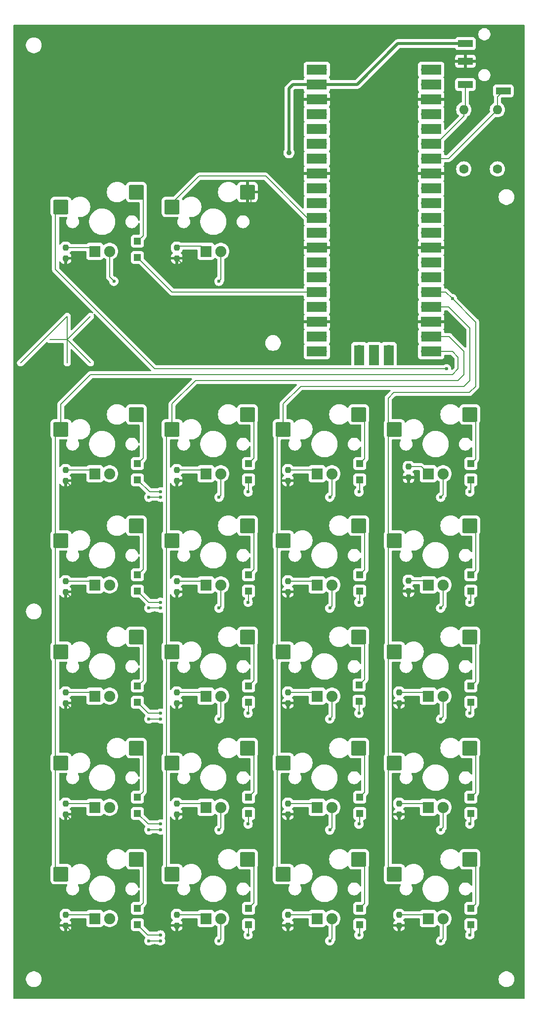
<source format=gbl>
%TF.GenerationSoftware,KiCad,Pcbnew,8.0.3*%
%TF.CreationDate,2024-07-24T12:49:43+02:00*%
%TF.ProjectId,programmable,70726f67-7261-46d6-9d61-626c652e6b69,rev?*%
%TF.SameCoordinates,Original*%
%TF.FileFunction,Copper,L2,Bot*%
%TF.FilePolarity,Positive*%
%FSLAX46Y46*%
G04 Gerber Fmt 4.6, Leading zero omitted, Abs format (unit mm)*
G04 Created by KiCad (PCBNEW 8.0.3) date 2024-07-24 12:49:43*
%MOMM*%
%LPD*%
G01*
G04 APERTURE LIST*
G04 Aperture macros list*
%AMRoundRect*
0 Rectangle with rounded corners*
0 $1 Rounding radius*
0 $2 $3 $4 $5 $6 $7 $8 $9 X,Y pos of 4 corners*
0 Add a 4 corners polygon primitive as box body*
4,1,4,$2,$3,$4,$5,$6,$7,$8,$9,$2,$3,0*
0 Add four circle primitives for the rounded corners*
1,1,$1+$1,$2,$3*
1,1,$1+$1,$4,$5*
1,1,$1+$1,$6,$7*
1,1,$1+$1,$8,$9*
0 Add four rect primitives between the rounded corners*
20,1,$1+$1,$2,$3,$4,$5,0*
20,1,$1+$1,$4,$5,$6,$7,0*
20,1,$1+$1,$6,$7,$8,$9,0*
20,1,$1+$1,$8,$9,$2,$3,0*%
G04 Aperture macros list end*
%TA.AperFunction,ComponentPad*%
%ADD10R,1.905000X1.905000*%
%TD*%
%TA.AperFunction,ComponentPad*%
%ADD11C,1.905000*%
%TD*%
%TA.AperFunction,SMDPad,CuDef*%
%ADD12RoundRect,0.200000X-1.075000X-1.050000X1.075000X-1.050000X1.075000X1.050000X-1.075000X1.050000X0*%
%TD*%
%TA.AperFunction,SMDPad,CuDef*%
%ADD13R,1.200000X1.200000*%
%TD*%
%TA.AperFunction,SMDPad,CuDef*%
%ADD14RoundRect,0.237500X-0.237500X0.250000X-0.237500X-0.250000X0.237500X-0.250000X0.237500X0.250000X0*%
%TD*%
%TA.AperFunction,ComponentPad*%
%ADD15C,1.600000*%
%TD*%
%TA.AperFunction,ComponentPad*%
%ADD16O,1.600000X1.600000*%
%TD*%
%TA.AperFunction,SMDPad,CuDef*%
%ADD17R,2.500000X1.200000*%
%TD*%
%TA.AperFunction,ComponentPad*%
%ADD18O,1.700000X1.700000*%
%TD*%
%TA.AperFunction,SMDPad,CuDef*%
%ADD19R,3.500000X1.700000*%
%TD*%
%TA.AperFunction,ComponentPad*%
%ADD20R,1.700000X1.700000*%
%TD*%
%TA.AperFunction,SMDPad,CuDef*%
%ADD21R,1.700000X3.500000*%
%TD*%
%TA.AperFunction,ViaPad*%
%ADD22C,0.600000*%
%TD*%
%TA.AperFunction,ViaPad*%
%ADD23C,0.900000*%
%TD*%
%TA.AperFunction,Conductor*%
%ADD24C,0.200000*%
%TD*%
%TA.AperFunction,Conductor*%
%ADD25C,0.500000*%
%TD*%
G04 APERTURE END LIST*
D10*
%TO.P,LED20,1,K*%
%TO.N,Net-(LED20-K)*%
X95882500Y-164809600D03*
D11*
%TO.P,LED20,2,A*%
%TO.N,+5V*%
X98422500Y-164809600D03*
%TD*%
D12*
%TO.P,S16,1,1*%
%TO.N,Collumn4*%
X109117500Y-138139600D03*
%TO.P,S16,2,2*%
%TO.N,Net-(D16-A)*%
X122044500Y-135599600D03*
%TD*%
D10*
%TO.P,LED1,1,K*%
%TO.N,Net-(LED1-K)*%
X57782500Y-183859600D03*
D11*
%TO.P,LED1,2,A*%
%TO.N,+5V*%
X60322500Y-183859600D03*
%TD*%
D10*
%TO.P,LED22,1,K*%
%TO.N,Net-(LED22-K)*%
X76832500Y-69559600D03*
D11*
%TO.P,LED22,2,A*%
%TO.N,+5V*%
X79372500Y-69559600D03*
%TD*%
D12*
%TO.P,S6,1,1*%
%TO.N,Collumn4*%
X109117500Y-100039600D03*
%TO.P,S6,2,2*%
%TO.N,Net-(D6-A)*%
X122044500Y-97499600D03*
%TD*%
D10*
%TO.P,LED18,1,K*%
%TO.N,Net-(LED18-K)*%
X57782500Y-164809600D03*
D11*
%TO.P,LED18,2,A*%
%TO.N,+5V*%
X60322500Y-164809600D03*
%TD*%
D12*
%TO.P,S22,1,1*%
%TO.N,Collumn4*%
X109117500Y-176239600D03*
%TO.P,S22,2,2*%
%TO.N,Net-(D17-A)*%
X122044500Y-173699600D03*
%TD*%
D10*
%TO.P,LED13,1,K*%
%TO.N,Net-(LED13-K)*%
X57782500Y-145759600D03*
D11*
%TO.P,LED13,2,A*%
%TO.N,+5V*%
X60322500Y-145759600D03*
%TD*%
D10*
%TO.P,LED21,1,K*%
%TO.N,Net-(LED21-K)*%
X114932500Y-164809600D03*
D11*
%TO.P,LED21,2,A*%
%TO.N,+5V*%
X117472500Y-164809600D03*
%TD*%
D12*
%TO.P,S18,1,1*%
%TO.N,Collumn1*%
X51967500Y-157189600D03*
%TO.P,S18,2,2*%
%TO.N,Net-(D18-A)*%
X64894500Y-154649600D03*
%TD*%
D10*
%TO.P,LED16,1,K*%
%TO.N,Net-(LED16-K)*%
X114932500Y-145759600D03*
D11*
%TO.P,LED16,2,A*%
%TO.N,+5V*%
X117472500Y-145759600D03*
%TD*%
D12*
%TO.P,S17,1,1*%
%TO.N,Collumn3*%
X90067500Y-176239600D03*
%TO.P,S17,2,2*%
%TO.N,Net-(D12-A)*%
X102994500Y-173699600D03*
%TD*%
D10*
%TO.P,LED5,1,K*%
%TO.N,Net-(LED5-K)*%
X95882500Y-107659600D03*
D11*
%TO.P,LED5,2,A*%
%TO.N,+5V*%
X98422500Y-107659600D03*
%TD*%
D12*
%TO.P,S19,1,1*%
%TO.N,Collumn2*%
X71017500Y-157189600D03*
%TO.P,S19,2,2*%
%TO.N,Net-(D19-A)*%
X83944500Y-154649600D03*
%TD*%
%TO.P,S4,1,1*%
%TO.N,Collumn2*%
X71017500Y-100039600D03*
%TO.P,S4,2,2*%
%TO.N,Net-(D4-A)*%
X83944500Y-97499600D03*
%TD*%
%TO.P,S21,1,1*%
%TO.N,Collumn4*%
X109117500Y-157189600D03*
%TO.P,S21,2,2*%
%TO.N,Net-(D21-A)*%
X122044500Y-154649600D03*
%TD*%
%TO.P,S14,1,1*%
%TO.N,Collumn2*%
X71017500Y-138139600D03*
%TO.P,S14,2,2*%
%TO.N,Net-(D14-A)*%
X83944500Y-135599600D03*
%TD*%
D10*
%TO.P,LED11,1,K*%
%TO.N,Net-(LED11-K)*%
X114932500Y-126709600D03*
D11*
%TO.P,LED11,2,A*%
%TO.N,+5V*%
X117472500Y-126709600D03*
%TD*%
D12*
%TO.P,S9,1,1*%
%TO.N,Collumn2*%
X71017500Y-119089600D03*
%TO.P,S9,2,2*%
%TO.N,Net-(D9-A)*%
X83944500Y-116549600D03*
%TD*%
D10*
%TO.P,LED12,1,K*%
%TO.N,Net-(LED12-K)*%
X95882500Y-183859600D03*
D11*
%TO.P,LED12,2,A*%
%TO.N,+5V*%
X98422500Y-183859600D03*
%TD*%
D12*
%TO.P,S3,1,1*%
%TO.N,Collumn1*%
X51967500Y-100039600D03*
%TO.P,S3,2,2*%
%TO.N,Net-(D3-A)*%
X64894500Y-97499600D03*
%TD*%
D10*
%TO.P,LED19,1,K*%
%TO.N,Net-(LED19-K)*%
X76832500Y-164809600D03*
D11*
%TO.P,LED19,2,A*%
%TO.N,+5V*%
X79372500Y-164809600D03*
%TD*%
D10*
%TO.P,LED2,1,K*%
%TO.N,Net-(LED2-K)*%
X57782500Y-69559600D03*
D11*
%TO.P,LED2,2,A*%
%TO.N,+5V*%
X60322500Y-69559600D03*
%TD*%
D10*
%TO.P,LED10,1,K*%
%TO.N,Net-(LED10-K)*%
X95882500Y-126709600D03*
D11*
%TO.P,LED10,2,A*%
%TO.N,+5V*%
X98422500Y-126709600D03*
%TD*%
D10*
%TO.P,LED8,1,K*%
%TO.N,Net-(LED8-K)*%
X57782500Y-126709600D03*
D11*
%TO.P,LED8,2,A*%
%TO.N,+5V*%
X60322500Y-126709600D03*
%TD*%
D12*
%TO.P,S1,1,1*%
%TO.N,Collumn4*%
X51967500Y-61939600D03*
%TO.P,S1,2,2*%
%TO.N,Net-(D1-A)*%
X64894500Y-59399600D03*
%TD*%
D10*
%TO.P,LED3,1,K*%
%TO.N,Net-(LED3-K)*%
X114932500Y-107659600D03*
D11*
%TO.P,LED3,2,A*%
%TO.N,+5V*%
X117472500Y-107659600D03*
%TD*%
D12*
%TO.P,S8,1,1*%
%TO.N,Collumn1*%
X51967500Y-119089600D03*
%TO.P,S8,2,2*%
%TO.N,Net-(D8-A)*%
X64894500Y-116549600D03*
%TD*%
D10*
%TO.P,LED9,1,K*%
%TO.N,Net-(LED9-K)*%
X76832500Y-126709600D03*
D11*
%TO.P,LED9,2,A*%
%TO.N,+5V*%
X79372500Y-126709600D03*
%TD*%
D10*
%TO.P,LED6,1,K*%
%TO.N,Net-(LED6-K)*%
X76832500Y-107659600D03*
D11*
%TO.P,LED6,2,A*%
%TO.N,+5V*%
X79372500Y-107659600D03*
%TD*%
D12*
%TO.P,S5,1,1*%
%TO.N,Collumn3*%
X90067500Y-100039600D03*
%TO.P,S5,2,2*%
%TO.N,Net-(D5-A)*%
X102994500Y-97499600D03*
%TD*%
%TO.P,S11,1,1*%
%TO.N,Collumn4*%
X109117500Y-119089600D03*
%TO.P,S11,2,2*%
%TO.N,Net-(D11-A)*%
X122044500Y-116549600D03*
%TD*%
D10*
%TO.P,LED15,1,K*%
%TO.N,Net-(LED15-K)*%
X95882500Y-145759600D03*
D11*
%TO.P,LED15,2,A*%
%TO.N,+5V*%
X98422500Y-145759600D03*
%TD*%
D12*
%TO.P,S15,1,1*%
%TO.N,Collumn3*%
X90067500Y-138139600D03*
%TO.P,S15,2,2*%
%TO.N,Net-(D15-A)*%
X102994500Y-135599600D03*
%TD*%
D10*
%TO.P,LED14,1,K*%
%TO.N,Net-(LED14-K)*%
X76832500Y-145759600D03*
D11*
%TO.P,LED14,2,A*%
%TO.N,+5V*%
X79372500Y-145759600D03*
%TD*%
D12*
%TO.P,S2,1,1*%
%TO.N,Net-(U1-RUN)*%
X71017500Y-61939600D03*
%TO.P,S2,2,2*%
%TO.N,GND*%
X83944500Y-59399600D03*
%TD*%
%TO.P,S10,1,1*%
%TO.N,Collumn3*%
X90067500Y-119089600D03*
%TO.P,S10,2,2*%
%TO.N,Net-(D10-A)*%
X102994500Y-116549600D03*
%TD*%
%TO.P,S13,1,1*%
%TO.N,Collumn1*%
X51967500Y-138139600D03*
%TO.P,S13,2,2*%
%TO.N,Net-(D13-A)*%
X64894500Y-135599600D03*
%TD*%
%TO.P,S12,1,1*%
%TO.N,Collumn2*%
X71017500Y-176239600D03*
%TO.P,S12,2,2*%
%TO.N,Net-(D7-A)*%
X83944500Y-173699600D03*
%TD*%
D10*
%TO.P,LED7,1,K*%
%TO.N,Net-(LED7-K)*%
X57782500Y-107659600D03*
D11*
%TO.P,LED7,2,A*%
%TO.N,+5V*%
X60322500Y-107659600D03*
%TD*%
D12*
%TO.P,S7,1,1*%
%TO.N,Collumn1*%
X51967500Y-176239600D03*
%TO.P,S7,2,2*%
%TO.N,Net-(D2-A)*%
X64894500Y-173699600D03*
%TD*%
D10*
%TO.P,LED17,1,K*%
%TO.N,Net-(LED17-K)*%
X114932500Y-183859600D03*
D11*
%TO.P,LED17,2,A*%
%TO.N,+5V*%
X117472500Y-183859600D03*
%TD*%
D10*
%TO.P,LED4,1,K*%
%TO.N,Net-(LED4-K)*%
X76832500Y-183859600D03*
D11*
%TO.P,LED4,2,A*%
%TO.N,+5V*%
X79372500Y-183859600D03*
%TD*%
D12*
%TO.P,S20,1,1*%
%TO.N,Collumn3*%
X90067500Y-157189600D03*
%TO.P,S20,2,2*%
%TO.N,Net-(D20-A)*%
X102994500Y-154649600D03*
%TD*%
D13*
%TO.P,D21,1,K*%
%TO.N,Row5*%
X122252500Y-165869600D03*
%TO.P,D21,2,A*%
%TO.N,Net-(D21-A)*%
X122252500Y-163069600D03*
%TD*%
D14*
%TO.P,R5,1*%
%TO.N,Net-(LED5-K)*%
X90882500Y-107017100D03*
%TO.P,R5,2*%
%TO.N,GND*%
X90882500Y-108842100D03*
%TD*%
%TO.P,R13,1*%
%TO.N,Net-(LED13-K)*%
X52782500Y-145117100D03*
%TO.P,R13,2*%
%TO.N,GND*%
X52782500Y-146942100D03*
%TD*%
D13*
%TO.P,D19,1,K*%
%TO.N,Row5*%
X84152500Y-165869600D03*
%TO.P,D19,2,A*%
%TO.N,Net-(D19-A)*%
X84152500Y-163069600D03*
%TD*%
%TO.P,D3,1,K*%
%TO.N,Row2*%
X65102500Y-108719600D03*
%TO.P,D3,2,A*%
%TO.N,Net-(D3-A)*%
X65102500Y-105919600D03*
%TD*%
%TO.P,D16,1,K*%
%TO.N,Row4*%
X122252500Y-146819600D03*
%TO.P,D16,2,A*%
%TO.N,Net-(D16-A)*%
X122252500Y-144019600D03*
%TD*%
%TO.P,D6,1,K*%
%TO.N,Row2*%
X122252500Y-108719600D03*
%TO.P,D6,2,A*%
%TO.N,Net-(D6-A)*%
X122252500Y-105919600D03*
%TD*%
D14*
%TO.P,R22,1*%
%TO.N,Net-(LED22-K)*%
X71832500Y-68917100D03*
%TO.P,R22,2*%
%TO.N,GND*%
X71832500Y-70742100D03*
%TD*%
%TO.P,R11,1*%
%TO.N,Net-(LED11-K)*%
X111552500Y-125954600D03*
%TO.P,R11,2*%
%TO.N,GND*%
X111552500Y-127779600D03*
%TD*%
%TO.P,R15,1*%
%TO.N,Net-(LED15-K)*%
X90882500Y-145117100D03*
%TO.P,R15,2*%
%TO.N,GND*%
X90882500Y-146942100D03*
%TD*%
D13*
%TO.P,D12,1,K*%
%TO.N,Row6*%
X103202500Y-184919600D03*
%TO.P,D12,2,A*%
%TO.N,Net-(D12-A)*%
X103202500Y-182119600D03*
%TD*%
%TO.P,D11,1,K*%
%TO.N,Row3*%
X122252500Y-127769600D03*
%TO.P,D11,2,A*%
%TO.N,Net-(D11-A)*%
X122252500Y-124969600D03*
%TD*%
D15*
%TO.P,R23,1*%
%TO.N,Net-(U1-3V3)*%
X121017500Y-55444600D03*
D16*
%TO.P,R23,2*%
%TO.N,Net-(U1-GPIO4)*%
X121017500Y-45284600D03*
%TD*%
D13*
%TO.P,D14,1,K*%
%TO.N,Row4*%
X84152500Y-146819600D03*
%TO.P,D14,2,A*%
%TO.N,Net-(D14-A)*%
X84152500Y-144019600D03*
%TD*%
D17*
%TO.P,J1,G*%
%TO.N,GND*%
X121297500Y-36974600D03*
%TO.P,J1,R*%
%TO.N,Net-(U1-GPIO4)*%
X121297500Y-40974600D03*
%TO.P,J1,S*%
%TO.N,+5V*%
X121297500Y-33974600D03*
%TO.P,J1,T*%
%TO.N,Net-(U1-GPIO5)*%
X127797500Y-42074600D03*
%TD*%
D14*
%TO.P,R20,1*%
%TO.N,Net-(LED20-K)*%
X90882500Y-164167100D03*
%TO.P,R20,2*%
%TO.N,GND*%
X90882500Y-165992100D03*
%TD*%
D13*
%TO.P,D13,1,K*%
%TO.N,Row4*%
X65102500Y-146819600D03*
%TO.P,D13,2,A*%
%TO.N,Net-(D13-A)*%
X65102500Y-144019600D03*
%TD*%
D14*
%TO.P,R19,1*%
%TO.N,Net-(LED19-K)*%
X71832500Y-164167100D03*
%TO.P,R19,2*%
%TO.N,GND*%
X71832500Y-165992100D03*
%TD*%
%TO.P,R3,1*%
%TO.N,Net-(LED3-K)*%
X111552500Y-106454600D03*
%TO.P,R3,2*%
%TO.N,GND*%
X111552500Y-108279600D03*
%TD*%
%TO.P,R2,1*%
%TO.N,Net-(LED2-K)*%
X52782500Y-68917100D03*
%TO.P,R2,2*%
%TO.N,GND*%
X52782500Y-70742100D03*
%TD*%
D13*
%TO.P,D10,1,K*%
%TO.N,Row3*%
X103202500Y-127769600D03*
%TO.P,D10,2,A*%
%TO.N,Net-(D10-A)*%
X103202500Y-124969600D03*
%TD*%
D14*
%TO.P,R18,1*%
%TO.N,Net-(LED18-K)*%
X52782500Y-164167100D03*
%TO.P,R18,2*%
%TO.N,GND*%
X52782500Y-165992100D03*
%TD*%
%TO.P,R8,1*%
%TO.N,Net-(LED8-K)*%
X52782500Y-126067100D03*
%TO.P,R8,2*%
%TO.N,GND*%
X52782500Y-127892100D03*
%TD*%
%TO.P,R6,1*%
%TO.N,Net-(LED6-K)*%
X71832500Y-107017100D03*
%TO.P,R6,2*%
%TO.N,GND*%
X71832500Y-108842100D03*
%TD*%
D13*
%TO.P,D20,1,K*%
%TO.N,Row5*%
X103202500Y-165869600D03*
%TO.P,D20,2,A*%
%TO.N,Net-(D20-A)*%
X103202500Y-163069600D03*
%TD*%
%TO.P,D15,1,K*%
%TO.N,Row4*%
X103052500Y-146679600D03*
%TO.P,D15,2,A*%
%TO.N,Net-(D15-A)*%
X103052500Y-143879600D03*
%TD*%
D14*
%TO.P,R9,1*%
%TO.N,Net-(LED9-K)*%
X71832500Y-126067100D03*
%TO.P,R9,2*%
%TO.N,GND*%
X71832500Y-127892100D03*
%TD*%
%TO.P,R1,1*%
%TO.N,Net-(LED1-K)*%
X52782500Y-183217100D03*
%TO.P,R1,2*%
%TO.N,GND*%
X52782500Y-185042100D03*
%TD*%
%TO.P,R17,1*%
%TO.N,Net-(LED17-K)*%
X109932500Y-183217100D03*
%TO.P,R17,2*%
%TO.N,GND*%
X109932500Y-185042100D03*
%TD*%
D13*
%TO.P,D9,1,K*%
%TO.N,Row3*%
X84152500Y-127769600D03*
%TO.P,D9,2,A*%
%TO.N,Net-(D9-A)*%
X84152500Y-124969600D03*
%TD*%
%TO.P,D7,1,K*%
%TO.N,Row6*%
X84152500Y-184919600D03*
%TO.P,D7,2,A*%
%TO.N,Net-(D7-A)*%
X84152500Y-182119600D03*
%TD*%
D14*
%TO.P,R4,1*%
%TO.N,Net-(LED4-K)*%
X71832500Y-183217100D03*
%TO.P,R4,2*%
%TO.N,GND*%
X71832500Y-185042100D03*
%TD*%
D13*
%TO.P,D2,1,K*%
%TO.N,Row6*%
X65102500Y-184919600D03*
%TO.P,D2,2,A*%
%TO.N,Net-(D2-A)*%
X65102500Y-182119600D03*
%TD*%
%TO.P,D5,1,K*%
%TO.N,Row2*%
X103202500Y-108719600D03*
%TO.P,D5,2,A*%
%TO.N,Net-(D5-A)*%
X103202500Y-105919600D03*
%TD*%
D14*
%TO.P,R21,1*%
%TO.N,Net-(LED21-K)*%
X109932500Y-164167100D03*
%TO.P,R21,2*%
%TO.N,GND*%
X109932500Y-165992100D03*
%TD*%
%TO.P,R16,1*%
%TO.N,Net-(LED16-K)*%
X109932500Y-145117100D03*
%TO.P,R16,2*%
%TO.N,GND*%
X109932500Y-146942100D03*
%TD*%
D13*
%TO.P,D17,1,K*%
%TO.N,Row6*%
X122252500Y-184919600D03*
%TO.P,D17,2,A*%
%TO.N,Net-(D17-A)*%
X122252500Y-182119600D03*
%TD*%
D14*
%TO.P,R14,1*%
%TO.N,Net-(LED14-K)*%
X71832500Y-145117100D03*
%TO.P,R14,2*%
%TO.N,GND*%
X71832500Y-146942100D03*
%TD*%
D13*
%TO.P,D1,1,K*%
%TO.N,Row1*%
X65102500Y-70619600D03*
%TO.P,D1,2,A*%
%TO.N,Net-(D1-A)*%
X65102500Y-67819600D03*
%TD*%
D14*
%TO.P,R7,1*%
%TO.N,Net-(LED7-K)*%
X52782500Y-107017100D03*
%TO.P,R7,2*%
%TO.N,GND*%
X52782500Y-108842100D03*
%TD*%
D13*
%TO.P,D4,1,K*%
%TO.N,Row2*%
X84152500Y-108719600D03*
%TO.P,D4,2,A*%
%TO.N,Net-(D4-A)*%
X84152500Y-105919600D03*
%TD*%
%TO.P,D8,1,K*%
%TO.N,Row3*%
X65102500Y-127769600D03*
%TO.P,D8,2,A*%
%TO.N,Net-(D8-A)*%
X65102500Y-124969600D03*
%TD*%
D18*
%TO.P,U1,1,GPIO0*%
%TO.N,unconnected-(U1-GPIO0-Pad1)*%
X114517500Y-38424600D03*
D19*
X115417500Y-38424600D03*
D18*
%TO.P,U1,2,GPIO1*%
%TO.N,unconnected-(U1-GPIO1-Pad2)*%
X114517500Y-40964600D03*
D19*
X115417500Y-40964600D03*
D20*
%TO.P,U1,3,GND*%
%TO.N,GND*%
X114517500Y-43504600D03*
D19*
X115417500Y-43504600D03*
D18*
%TO.P,U1,4,GPIO2*%
%TO.N,unconnected-(U1-GPIO2-Pad4)*%
X114517500Y-46044600D03*
D19*
X115417500Y-46044600D03*
D18*
%TO.P,U1,5,GPIO3*%
%TO.N,unconnected-(U1-GPIO3-Pad5)*%
X114517500Y-48584600D03*
D19*
X115417500Y-48584600D03*
D18*
%TO.P,U1,6,GPIO4*%
%TO.N,Net-(U1-GPIO4)*%
X114517500Y-51124600D03*
D19*
X115417500Y-51124600D03*
D18*
%TO.P,U1,7,GPIO5*%
%TO.N,Net-(U1-GPIO5)*%
X114517500Y-53664600D03*
D19*
X115417500Y-53664600D03*
D20*
%TO.P,U1,8,GND*%
%TO.N,GND*%
X114517500Y-56204600D03*
D19*
X115417500Y-56204600D03*
D18*
%TO.P,U1,9,GPIO6*%
%TO.N,Row6*%
X114517500Y-58744600D03*
D19*
X115417500Y-58744600D03*
D18*
%TO.P,U1,10,GPIO7*%
%TO.N,Row5*%
X114517500Y-61284600D03*
D19*
X115417500Y-61284600D03*
D18*
%TO.P,U1,11,GPIO8*%
%TO.N,Row4*%
X114517500Y-63824600D03*
D19*
X115417500Y-63824600D03*
D18*
%TO.P,U1,12,GPIO9*%
%TO.N,Row3*%
X114517500Y-66364600D03*
D19*
X115417500Y-66364600D03*
D20*
%TO.P,U1,13,GND*%
%TO.N,GND*%
X114517500Y-68904600D03*
D19*
X115417500Y-68904600D03*
D18*
%TO.P,U1,14,GPIO10*%
%TO.N,Row2*%
X114517500Y-71444600D03*
D19*
X115417500Y-71444600D03*
D18*
%TO.P,U1,15,GPIO11*%
%TO.N,unconnected-(U1-GPIO11-Pad15)*%
X114517500Y-73984600D03*
D19*
X115417500Y-73984600D03*
D18*
%TO.P,U1,16,GPIO12*%
%TO.N,Collumn4*%
X114517500Y-76524600D03*
D19*
X115417500Y-76524600D03*
D18*
%TO.P,U1,17,GPIO13*%
%TO.N,Collumn3*%
X114517500Y-79064600D03*
D19*
X115417500Y-79064600D03*
D20*
%TO.P,U1,18,GND*%
%TO.N,GND*%
X114517500Y-81604600D03*
D19*
X115417500Y-81604600D03*
D18*
%TO.P,U1,19,GPIO14*%
%TO.N,Collumn2*%
X114517500Y-84144600D03*
D19*
X115417500Y-84144600D03*
D18*
%TO.P,U1,20,GPIO15*%
%TO.N,Collumn1*%
X114517500Y-86684600D03*
D19*
X115417500Y-86684600D03*
D18*
%TO.P,U1,21,GPIO16*%
%TO.N,unconnected-(U1-GPIO16-Pad21)*%
X96737500Y-86684600D03*
D19*
X95837500Y-86684600D03*
D18*
%TO.P,U1,22,GPIO17*%
%TO.N,unconnected-(U1-GPIO17-Pad22)*%
X96737500Y-84144600D03*
D19*
X95837500Y-84144600D03*
D20*
%TO.P,U1,23,GND*%
%TO.N,GND*%
X96737500Y-81604600D03*
D19*
X95837500Y-81604600D03*
D18*
%TO.P,U1,24,GPIO18*%
%TO.N,unconnected-(U1-GPIO18-Pad24)*%
X96737500Y-79064600D03*
D19*
X95837500Y-79064600D03*
D18*
%TO.P,U1,25,GPIO19*%
%TO.N,Row1*%
X96737500Y-76524600D03*
D19*
X95837500Y-76524600D03*
D18*
%TO.P,U1,26,GPIO20*%
%TO.N,unconnected-(U1-GPIO20-Pad26)*%
X96737500Y-73984600D03*
D19*
X95837500Y-73984600D03*
D18*
%TO.P,U1,27,GPIO21*%
%TO.N,unconnected-(U1-GPIO21-Pad27)*%
X96737500Y-71444600D03*
D19*
X95837500Y-71444600D03*
D20*
%TO.P,U1,28,GND*%
%TO.N,GND*%
X96737500Y-68904600D03*
D19*
X95837500Y-68904600D03*
D18*
%TO.P,U1,29,GPIO22*%
%TO.N,unconnected-(U1-GPIO22-Pad29)*%
X96737500Y-66364600D03*
D19*
X95837500Y-66364600D03*
D18*
%TO.P,U1,30,RUN*%
%TO.N,Net-(U1-RUN)*%
X96737500Y-63824600D03*
D19*
X95837500Y-63824600D03*
D18*
%TO.P,U1,31,GPIO26_ADC0*%
%TO.N,unconnected-(U1-GPIO26_ADC0-Pad31)*%
X96737500Y-61284600D03*
D19*
X95837500Y-61284600D03*
D18*
%TO.P,U1,32,GPIO27_ADC1*%
%TO.N,unconnected-(U1-GPIO27_ADC1-Pad32)*%
X96737500Y-58744600D03*
D19*
X95837500Y-58744600D03*
D20*
%TO.P,U1,33,AGND*%
%TO.N,GND*%
X96737500Y-56204600D03*
D19*
X95837500Y-56204600D03*
D18*
%TO.P,U1,34,GPIO28_ADC2*%
%TO.N,unconnected-(U1-GPIO28_ADC2-Pad34)*%
X96737500Y-53664600D03*
D19*
X95837500Y-53664600D03*
D18*
%TO.P,U1,35,ADC_VREF*%
%TO.N,unconnected-(U1-ADC_VREF-Pad35)*%
X96737500Y-51124600D03*
D19*
X95837500Y-51124600D03*
D18*
%TO.P,U1,36,3V3*%
%TO.N,Net-(U1-3V3)*%
X96737500Y-48584600D03*
D19*
X95837500Y-48584600D03*
D18*
%TO.P,U1,37,3V3_EN*%
%TO.N,unconnected-(U1-3V3_EN-Pad37)*%
X96737500Y-46044600D03*
D19*
X95837500Y-46044600D03*
D20*
%TO.P,U1,38,GND*%
%TO.N,GND*%
X96737500Y-43504600D03*
D19*
X95837500Y-43504600D03*
D18*
%TO.P,U1,39,VSYS*%
%TO.N,+5V*%
X96737500Y-40964600D03*
D19*
X95837500Y-40964600D03*
D18*
%TO.P,U1,40,VBUS*%
%TO.N,unconnected-(U1-VBUS-Pad40)*%
X96737500Y-38424600D03*
D19*
X95837500Y-38424600D03*
D18*
%TO.P,U1,41,SWCLK*%
%TO.N,unconnected-(U1-SWCLK-Pad41)*%
X108167500Y-86454600D03*
D21*
X108167500Y-87354600D03*
D20*
%TO.P,U1,42,GND*%
%TO.N,unconnected-(U1-GND-Pad42)*%
X105627500Y-86454600D03*
D21*
X105627500Y-87354600D03*
D18*
%TO.P,U1,43,SWDIO*%
%TO.N,unconnected-(U1-SWDIO-Pad43)*%
X103087500Y-86454600D03*
D21*
X103087500Y-87354600D03*
%TD*%
D15*
%TO.P,R24,1*%
%TO.N,Net-(U1-3V3)*%
X126777500Y-55444600D03*
D16*
%TO.P,R24,2*%
%TO.N,Net-(U1-GPIO5)*%
X126777500Y-45284600D03*
%TD*%
D13*
%TO.P,D18,1,K*%
%TO.N,Row5*%
X65102500Y-165869600D03*
%TO.P,D18,2,A*%
%TO.N,Net-(D18-A)*%
X65102500Y-163069600D03*
%TD*%
D14*
%TO.P,R10,1*%
%TO.N,Net-(LED10-K)*%
X90882500Y-126067100D03*
%TO.P,R10,2*%
%TO.N,GND*%
X90882500Y-127892100D03*
%TD*%
%TO.P,R12,1*%
%TO.N,Net-(LED12-K)*%
X90882500Y-183217100D03*
%TO.P,R12,2*%
%TO.N,GND*%
X90882500Y-185042100D03*
%TD*%
D22*
%TO.N,Row2*%
X69052500Y-110779600D03*
X103052500Y-110779600D03*
X84052500Y-110779600D03*
X122052500Y-110779600D03*
%TO.N,Row3*%
X69052500Y-129679600D03*
X122052500Y-129679600D03*
X103052500Y-129679600D03*
X84052500Y-129679600D03*
%TO.N,Row4*%
X84052500Y-148679600D03*
X69052500Y-148679600D03*
X122052500Y-148679600D03*
X103052500Y-148679600D03*
%TO.N,Row5*%
X103052500Y-167679600D03*
X84052500Y-167679600D03*
X122052500Y-167679600D03*
X69052500Y-167679600D03*
%TO.N,+5V*%
X79052500Y-187679600D03*
X69052500Y-168679600D03*
X79052500Y-149679600D03*
X117052500Y-187679600D03*
X79052500Y-130679600D03*
X67052500Y-149679600D03*
X69052500Y-130679600D03*
X117052500Y-149679600D03*
X98052500Y-187679600D03*
X67052500Y-130679600D03*
X117052500Y-111679600D03*
X69052500Y-187679600D03*
X98052500Y-149679600D03*
X67052500Y-187679600D03*
X67052500Y-111679600D03*
X98052500Y-111679600D03*
D23*
X91052500Y-52679600D03*
D22*
X79052500Y-111679600D03*
X98052500Y-168679600D03*
X61052500Y-74679600D03*
X79052500Y-74679600D03*
X79052500Y-168679600D03*
X117052500Y-130679600D03*
X69052500Y-149679600D03*
X69052500Y-111679600D03*
X98052500Y-130679600D03*
X117052500Y-168679600D03*
X67052500Y-168679600D03*
%TO.N,GND*%
X74370000Y-73279600D03*
D23*
X68052500Y-150679600D03*
D22*
X54052500Y-73679600D03*
D23*
X68052500Y-169679600D03*
D22*
X111052500Y-112679600D03*
X71052500Y-169679600D03*
D23*
X68052500Y-188679600D03*
D22*
X109052500Y-150679600D03*
X72052500Y-112679600D03*
X90052500Y-169679600D03*
X111052500Y-131679600D03*
X91052500Y-131679600D03*
X90052500Y-150679600D03*
D23*
X68052500Y-131679600D03*
D22*
X84552500Y-71279600D03*
X71052500Y-150679600D03*
X71052500Y-131679600D03*
D23*
X68052500Y-112679600D03*
D22*
X91052500Y-112679600D03*
X109052500Y-169679600D03*
%TO.N,Collumn4*%
X118052500Y-89679600D03*
X119052500Y-77679600D03*
%TO.N,Row6*%
X69052500Y-186679600D03*
X84052500Y-186679600D03*
X103052500Y-186679600D03*
X122052500Y-186679600D03*
%TD*%
D24*
%TO.N,*%
X53052500Y-80679600D02*
X53052500Y-88679600D01*
X56052500Y-81679600D02*
X57052500Y-80679600D01*
X45052500Y-88679600D02*
X53052500Y-80679600D01*
X53052500Y-84679600D02*
X50052500Y-84679600D01*
X53052500Y-84679600D02*
X56052500Y-81679600D01*
X53052500Y-84679600D02*
X57052500Y-88679600D01*
%TO.N,Row1*%
X71007500Y-76524600D02*
X96737500Y-76524600D01*
X65102500Y-70619600D02*
X71007500Y-76524600D01*
%TO.N,Row2*%
X84152500Y-108719600D02*
X84152500Y-110679600D01*
X69052500Y-110779600D02*
X67162500Y-110779600D01*
X116817500Y-71444600D02*
X114517500Y-71444600D01*
X122252500Y-108719600D02*
X122252500Y-110579600D01*
X67162500Y-110779600D02*
X65102500Y-108719600D01*
X103202500Y-110629600D02*
X103052500Y-110779600D01*
X84152500Y-110679600D02*
X84052500Y-110779600D01*
X103202500Y-108719600D02*
X103202500Y-110629600D01*
X122252500Y-110579600D02*
X122052500Y-110779600D01*
%TO.N,Net-(D3-A)*%
X66052500Y-98657600D02*
X64894500Y-97499600D01*
X65102500Y-105919600D02*
X66052500Y-104969600D01*
X66052500Y-104969600D02*
X66052500Y-98657600D01*
%TO.N,Net-(D4-A)*%
X85052500Y-105019600D02*
X85052500Y-98607600D01*
X85052500Y-98607600D02*
X83944500Y-97499600D01*
X84152500Y-105919600D02*
X85052500Y-105019600D01*
%TO.N,Net-(D5-A)*%
X104052500Y-105069600D02*
X104052500Y-98557600D01*
X104052500Y-98557600D02*
X102994500Y-97499600D01*
X103202500Y-105919600D02*
X104052500Y-105069600D01*
%TO.N,Net-(D6-A)*%
X122252500Y-105919600D02*
X123052500Y-105119600D01*
X123052500Y-105119600D02*
X123052500Y-98507600D01*
X123052500Y-98507600D02*
X122044500Y-97499600D01*
%TO.N,Net-(D7-A)*%
X85052500Y-174807600D02*
X83944500Y-173699600D01*
X85052500Y-181219600D02*
X85052500Y-174807600D01*
X84152500Y-182119600D02*
X85052500Y-181219600D01*
%TO.N,Row3*%
X103202500Y-129529600D02*
X103052500Y-129679600D01*
X122252500Y-129479600D02*
X122052500Y-129679600D01*
X67012500Y-129679600D02*
X65102500Y-127769600D01*
X84152500Y-129579600D02*
X84052500Y-129679600D01*
X122252500Y-127769600D02*
X122252500Y-129479600D01*
X69052500Y-129679600D02*
X67012500Y-129679600D01*
X84152500Y-127769600D02*
X84152500Y-129579600D01*
X103202500Y-127769600D02*
X103202500Y-129529600D01*
%TO.N,Net-(D8-A)*%
X66052500Y-117707600D02*
X64894500Y-116549600D01*
X65102500Y-124969600D02*
X66052500Y-124019600D01*
X66052500Y-124019600D02*
X66052500Y-117707600D01*
%TO.N,Net-(D9-A)*%
X85052500Y-117657600D02*
X83944500Y-116549600D01*
X85052500Y-124069600D02*
X85052500Y-117657600D01*
X84152500Y-124969600D02*
X85052500Y-124069600D01*
%TO.N,Net-(D10-A)*%
X104052500Y-124119600D02*
X104052500Y-117607600D01*
X103202500Y-124969600D02*
X104052500Y-124119600D01*
X104052500Y-117607600D02*
X102994500Y-116549600D01*
%TO.N,Net-(D11-A)*%
X123052500Y-117557600D02*
X122044500Y-116549600D01*
X123052500Y-124169600D02*
X123052500Y-117557600D01*
X122252500Y-124969600D02*
X123052500Y-124169600D01*
%TO.N,Net-(D12-A)*%
X104052500Y-181269600D02*
X104052500Y-174757600D01*
X104052500Y-174757600D02*
X102994500Y-173699600D01*
X103202500Y-182119600D02*
X104052500Y-181269600D01*
%TO.N,Row4*%
X84152500Y-148579600D02*
X84052500Y-148679600D01*
X103052500Y-146679600D02*
X103052500Y-148679600D01*
X122252500Y-146819600D02*
X122252500Y-148479600D01*
X116077500Y-63824600D02*
X114517500Y-63824600D01*
X122252500Y-148479600D02*
X122052500Y-148679600D01*
X84152500Y-146819600D02*
X84152500Y-148579600D01*
X69052500Y-148679600D02*
X66962500Y-148679600D01*
X66962500Y-148679600D02*
X65102500Y-146819600D01*
%TO.N,Net-(D13-A)*%
X65102500Y-144019600D02*
X66052500Y-143069600D01*
X66052500Y-143069600D02*
X66052500Y-136757600D01*
X66052500Y-136757600D02*
X64894500Y-135599600D01*
%TO.N,Net-(D14-A)*%
X85052500Y-136707600D02*
X83944500Y-135599600D01*
X84152500Y-144019600D02*
X85052500Y-143119600D01*
X85052500Y-143119600D02*
X85052500Y-136707600D01*
%TO.N,Net-(D15-A)*%
X104052500Y-142879600D02*
X104052500Y-136657600D01*
X103052500Y-143879600D02*
X104052500Y-142879600D01*
X104052500Y-136657600D02*
X102994500Y-135599600D01*
%TO.N,Net-(D1-A)*%
X66052500Y-60557600D02*
X64894500Y-59399600D01*
X66052500Y-66869600D02*
X66052500Y-60557600D01*
X65102500Y-67819600D02*
X66052500Y-66869600D01*
%TO.N,Net-(D16-A)*%
X123052500Y-143219600D02*
X123052500Y-136607600D01*
X123052500Y-136607600D02*
X122044500Y-135599600D01*
X122252500Y-144019600D02*
X123052500Y-143219600D01*
%TO.N,Net-(D17-A)*%
X123052500Y-174707600D02*
X122044500Y-173699600D01*
X122252500Y-182119600D02*
X123052500Y-181319600D01*
X123052500Y-181319600D02*
X123052500Y-174707600D01*
%TO.N,Row5*%
X122252500Y-165869600D02*
X122252500Y-167479600D01*
X66912500Y-167679600D02*
X65102500Y-165869600D01*
X84152500Y-167579600D02*
X84052500Y-167679600D01*
X103202500Y-165869600D02*
X103202500Y-167529600D01*
X103202500Y-167529600D02*
X103052500Y-167679600D01*
X84152500Y-165869600D02*
X84152500Y-167579600D01*
X122252500Y-167479600D02*
X122052500Y-167679600D01*
X69052500Y-167679600D02*
X66912500Y-167679600D01*
%TO.N,Net-(LED1-K)*%
X52782500Y-183217100D02*
X57140000Y-183217100D01*
X57140000Y-183217100D02*
X57782500Y-183859600D01*
%TO.N,Net-(D18-A)*%
X65102500Y-163069600D02*
X66052500Y-162119600D01*
X66052500Y-155807600D02*
X64894500Y-154649600D01*
X66052500Y-162119600D02*
X66052500Y-155807600D01*
%TO.N,Net-(D19-A)*%
X85052500Y-162169600D02*
X85052500Y-155757600D01*
X84152500Y-163069600D02*
X85052500Y-162169600D01*
X85052500Y-155757600D02*
X83944500Y-154649600D01*
%TO.N,Net-(D20-A)*%
X103202500Y-163069600D02*
X104052500Y-162219600D01*
X104052500Y-162219600D02*
X104052500Y-155707600D01*
X104052500Y-155707600D02*
X102994500Y-154649600D01*
%TO.N,Net-(D21-A)*%
X123052500Y-155657600D02*
X122044500Y-154649600D01*
X122252500Y-163069600D02*
X123052500Y-162269600D01*
X123052500Y-162269600D02*
X123052500Y-155657600D01*
%TO.N,Net-(U1-GPIO5)*%
X118397500Y-53664600D02*
X114517500Y-53664600D01*
X126777500Y-45284600D02*
X118397500Y-53664600D01*
X126777500Y-43094600D02*
X127797500Y-42074600D01*
X126777500Y-45284600D02*
X126777500Y-43094600D01*
%TO.N,+5V*%
X117052500Y-111679600D02*
X117472500Y-111259600D01*
D25*
X121297500Y-33974600D02*
X109707500Y-33974600D01*
D24*
X79372500Y-168359600D02*
X79052500Y-168679600D01*
X79372500Y-149359600D02*
X79052500Y-149679600D01*
X98422500Y-145759600D02*
X98422500Y-149309600D01*
D25*
X109707500Y-33974600D02*
X102717500Y-40964600D01*
D24*
X79372500Y-183859600D02*
X79372500Y-187359600D01*
X117052500Y-149679600D02*
X117472500Y-149259600D01*
X67052500Y-168679600D02*
X69052500Y-168679600D01*
D25*
X96737500Y-40964600D02*
X91767500Y-40964600D01*
D24*
X67052500Y-149679600D02*
X69052500Y-149679600D01*
X79372500Y-111359600D02*
X79052500Y-111679600D01*
X98422500Y-168309600D02*
X98052500Y-168679600D01*
X79372500Y-130359600D02*
X79052500Y-130679600D01*
D25*
X91767500Y-40964600D02*
X91052500Y-41679600D01*
D24*
X98422500Y-130309600D02*
X98052500Y-130679600D01*
X67052500Y-130679600D02*
X69052500Y-130679600D01*
X117472500Y-149259600D02*
X117472500Y-145759600D01*
X117052500Y-130679600D02*
X117472500Y-130259600D01*
X67052500Y-187679600D02*
X69052500Y-187679600D01*
X117472500Y-187259600D02*
X117472500Y-183859600D01*
X117472500Y-130259600D02*
X117472500Y-126709600D01*
X79372500Y-126709600D02*
X79372500Y-130359600D01*
X79372500Y-69559600D02*
X79372500Y-74359600D01*
X79372500Y-107659600D02*
X79372500Y-111359600D01*
X117052500Y-168679600D02*
X117472500Y-168259600D01*
D25*
X91052500Y-41679600D02*
X91052500Y-52679600D01*
D24*
X79372500Y-74359600D02*
X79052500Y-74679600D01*
X67052500Y-111679600D02*
X69052500Y-111679600D01*
D25*
X102717500Y-40964600D02*
X96737500Y-40964600D01*
D24*
X98422500Y-149309600D02*
X98052500Y-149679600D01*
X79372500Y-164809600D02*
X79372500Y-168359600D01*
X117472500Y-168259600D02*
X117472500Y-164809600D01*
X98422500Y-164809600D02*
X98422500Y-168309600D01*
X60322500Y-69559600D02*
X60322500Y-73949600D01*
X98422500Y-126709600D02*
X98422500Y-130309600D01*
X79372500Y-145759600D02*
X79372500Y-149359600D01*
X117472500Y-111259600D02*
X117472500Y-107659600D01*
X60322500Y-73949600D02*
X61052500Y-74679600D01*
X98422500Y-183859600D02*
X98422500Y-187309600D01*
X79372500Y-187359600D02*
X79052500Y-187679600D01*
X98422500Y-111309600D02*
X98052500Y-111679600D01*
X98422500Y-107659600D02*
X98422500Y-111309600D01*
X98422500Y-187309600D02*
X98052500Y-187679600D01*
X117052500Y-187679600D02*
X117472500Y-187259600D01*
%TO.N,Net-(LED2-K)*%
X57140000Y-68917100D02*
X57782500Y-69559600D01*
X52782500Y-68917100D02*
X57140000Y-68917100D01*
%TO.N,Net-(LED3-K)*%
X111552500Y-106454600D02*
X113727500Y-106454600D01*
X113727500Y-106454600D02*
X114932500Y-107659600D01*
%TO.N,Net-(LED4-K)*%
X71832500Y-183217100D02*
X76190000Y-183217100D01*
X76190000Y-183217100D02*
X76832500Y-183859600D01*
%TO.N,Net-(LED5-K)*%
X90882500Y-107017100D02*
X95240000Y-107017100D01*
X95240000Y-107017100D02*
X95882500Y-107659600D01*
%TO.N,Net-(LED6-K)*%
X71832500Y-107017100D02*
X76190000Y-107017100D01*
X76190000Y-107017100D02*
X76832500Y-107659600D01*
%TO.N,Net-(LED7-K)*%
X57140000Y-107017100D02*
X57782500Y-107659600D01*
X52782500Y-107017100D02*
X57140000Y-107017100D01*
%TO.N,Net-(LED8-K)*%
X57140000Y-126067100D02*
X57782500Y-126709600D01*
X52782500Y-126067100D02*
X57140000Y-126067100D01*
%TO.N,Net-(LED9-K)*%
X76190000Y-126067100D02*
X76832500Y-126709600D01*
X71832500Y-126067100D02*
X76190000Y-126067100D01*
%TO.N,Net-(LED10-K)*%
X90882500Y-126067100D02*
X95240000Y-126067100D01*
X95240000Y-126067100D02*
X95882500Y-126709600D01*
%TO.N,Net-(LED11-K)*%
X114177500Y-125954600D02*
X114932500Y-126709600D01*
X111552500Y-125954600D02*
X114177500Y-125954600D01*
%TO.N,Net-(LED12-K)*%
X95240000Y-183217100D02*
X95882500Y-183859600D01*
X90882500Y-183217100D02*
X95240000Y-183217100D01*
%TO.N,Net-(LED13-K)*%
X52782500Y-145117100D02*
X57140000Y-145117100D01*
X57140000Y-145117100D02*
X57782500Y-145759600D01*
%TO.N,Net-(LED14-K)*%
X76190000Y-145117100D02*
X76832500Y-145759600D01*
X71832500Y-145117100D02*
X76190000Y-145117100D01*
%TO.N,Net-(LED15-K)*%
X95240000Y-145117100D02*
X95882500Y-145759600D01*
X90882500Y-145117100D02*
X95240000Y-145117100D01*
%TO.N,Net-(LED16-K)*%
X109932500Y-145117100D02*
X114290000Y-145117100D01*
X114290000Y-145117100D02*
X114932500Y-145759600D01*
%TO.N,Net-(LED17-K)*%
X109932500Y-183217100D02*
X114290000Y-183217100D01*
X114290000Y-183217100D02*
X114932500Y-183859600D01*
%TO.N,Net-(LED18-K)*%
X57140000Y-164167100D02*
X57782500Y-164809600D01*
X52782500Y-164167100D02*
X57140000Y-164167100D01*
%TO.N,Net-(LED19-K)*%
X71832500Y-164167100D02*
X76190000Y-164167100D01*
X76190000Y-164167100D02*
X76832500Y-164809600D01*
%TO.N,Net-(LED20-K)*%
X95240000Y-164167100D02*
X95882500Y-164809600D01*
X90882500Y-164167100D02*
X95240000Y-164167100D01*
%TO.N,Net-(LED21-K)*%
X114290000Y-164167100D02*
X114932500Y-164809600D01*
X109932500Y-164167100D02*
X114290000Y-164167100D01*
%TO.N,Net-(LED22-K)*%
X76832500Y-69559600D02*
X75952500Y-68679600D01*
X72070000Y-68679600D02*
X71832500Y-68917100D01*
X76115000Y-68842100D02*
X76832500Y-69559600D01*
X75952500Y-68679600D02*
X72070000Y-68679600D01*
%TO.N,GND*%
X106027500Y-68904600D02*
X106027500Y-81604600D01*
X111552500Y-112179600D02*
X111052500Y-112679600D01*
X68052500Y-188679600D02*
X56420000Y-188679600D01*
X56520000Y-150679600D02*
X68052500Y-150679600D01*
X52782500Y-146942100D02*
X56520000Y-150679600D01*
X56570000Y-131679600D02*
X68052500Y-131679600D01*
X84552500Y-60007600D02*
X83944500Y-59399600D01*
X106027500Y-43504600D02*
X96737500Y-43504600D01*
X90882500Y-146942100D02*
X90882500Y-149849600D01*
X52782500Y-108842100D02*
X56620000Y-112679600D01*
X71832500Y-165992100D02*
X71832500Y-168899600D01*
X56470000Y-169679600D02*
X68052500Y-169679600D01*
X52782500Y-70742100D02*
X52782500Y-72409600D01*
X52782500Y-165992100D02*
X56470000Y-169679600D01*
X90882500Y-127892100D02*
X90882500Y-131509600D01*
X71832500Y-146942100D02*
X71832500Y-149899600D01*
X72052500Y-188679600D02*
X91052500Y-188679600D01*
X109052500Y-150679600D02*
X109932500Y-149799600D01*
X118527500Y-37754600D02*
X119307500Y-36974600D01*
X71832500Y-188459600D02*
X72052500Y-188679600D01*
X106027500Y-68904600D02*
X106027500Y-56204600D01*
X96737500Y-56204600D02*
X105927500Y-56204600D01*
X109052500Y-188679600D02*
X109932500Y-187799600D01*
X52782500Y-72409600D02*
X54052500Y-73679600D01*
X117877500Y-43504600D02*
X118527500Y-42854600D01*
X111052500Y-131679600D02*
X111552500Y-131179600D01*
X71832500Y-112459600D02*
X72052500Y-112679600D01*
X56620000Y-112679600D02*
X68052500Y-112679600D01*
X71832500Y-127892100D02*
X71832500Y-130899600D01*
X114517500Y-43504600D02*
X106027500Y-43504600D01*
X119307500Y-36974600D02*
X121297500Y-36974600D01*
X114517500Y-43504600D02*
X117877500Y-43504600D01*
X84552500Y-68779600D02*
X84552500Y-71279600D01*
X71832500Y-130899600D02*
X71052500Y-131679600D01*
X74370000Y-73279600D02*
X71832500Y-70742100D01*
X118527500Y-42854600D02*
X118527500Y-37754600D01*
X109052500Y-169679600D02*
X109932500Y-168799600D01*
X91052500Y-188679600D02*
X109052500Y-188679600D01*
X71832500Y-108842100D02*
X71832500Y-112459600D01*
X90882500Y-188509600D02*
X91052500Y-188679600D01*
X96737500Y-81604600D02*
X106027500Y-81604600D01*
X90882500Y-112509600D02*
X91052500Y-112679600D01*
X71832500Y-168899600D02*
X71052500Y-169679600D01*
X90882500Y-131509600D02*
X91052500Y-131679600D01*
X90882500Y-168849600D02*
X90052500Y-169679600D01*
X105927500Y-56204600D02*
X114517500Y-56204600D01*
X106027500Y-56204600D02*
X106027500Y-43504600D01*
X114517500Y-68904600D02*
X106027500Y-68904600D01*
X90882500Y-165992100D02*
X90882500Y-168849600D01*
X52782500Y-127892100D02*
X56570000Y-131679600D01*
X109932500Y-187799600D02*
X109932500Y-185042100D01*
X90882500Y-149849600D02*
X90052500Y-150679600D01*
X109932500Y-168799600D02*
X109932500Y-165992100D01*
X111552500Y-131179600D02*
X111552500Y-127779600D01*
X111552500Y-108279600D02*
X111552500Y-111179600D01*
X56420000Y-188679600D02*
X52782500Y-185042100D01*
X90882500Y-185042100D02*
X90882500Y-188509600D01*
X84552500Y-68779600D02*
X84552500Y-60007600D01*
X84677500Y-68904600D02*
X84552500Y-68779600D01*
X71832500Y-149899600D02*
X71052500Y-150679600D01*
X106027500Y-68904600D02*
X96737500Y-68904600D01*
X106027500Y-81604600D02*
X114517500Y-81604600D01*
X109932500Y-185042100D02*
X110052500Y-185162100D01*
X106027500Y-56204600D02*
X105927500Y-56204600D01*
X111552500Y-111179600D02*
X111552500Y-112179600D01*
X71832500Y-185042100D02*
X71832500Y-188459600D01*
X68052500Y-188679600D02*
X72052500Y-188679600D01*
X109932500Y-149799600D02*
X109932500Y-146942100D01*
X90882500Y-108842100D02*
X90882500Y-112509600D01*
X96737500Y-68904600D02*
X84677500Y-68904600D01*
%TO.N,Net-(U1-GPIO4)*%
X121297500Y-45004600D02*
X121017500Y-45284600D01*
X121017500Y-45284600D02*
X121017500Y-46415970D01*
X121297500Y-40974600D02*
X121297500Y-45004600D01*
X121017500Y-46415970D02*
X116308870Y-51124600D01*
X116308870Y-51124600D02*
X114517500Y-51124600D01*
%TO.N,Collumn1*%
X119052500Y-90679600D02*
X120052500Y-89679600D01*
X120052500Y-89679600D02*
X120052500Y-87679600D01*
X120052500Y-87679600D02*
X119057500Y-86684600D01*
X51052500Y-139054600D02*
X51967500Y-138139600D01*
X51052500Y-120004600D02*
X51967500Y-119089600D01*
X57052500Y-90679600D02*
X119052500Y-90679600D01*
X51967500Y-95764600D02*
X57052500Y-90679600D01*
X51052500Y-118174600D02*
X51052500Y-100954600D01*
X51052500Y-175324600D02*
X51052500Y-158104600D01*
X119057500Y-86684600D02*
X114517500Y-86684600D01*
X51052500Y-137224600D02*
X51052500Y-120004600D01*
X51052500Y-100954600D02*
X51967500Y-100039600D01*
X51967500Y-157189600D02*
X51052500Y-156274600D01*
X51967500Y-100039600D02*
X51967500Y-95764600D01*
X51967500Y-119089600D02*
X51052500Y-118174600D01*
X51052500Y-158104600D02*
X51967500Y-157189600D01*
X51967500Y-138139600D02*
X51052500Y-137224600D01*
X51052500Y-156274600D02*
X51052500Y-139054600D01*
X51967500Y-176239600D02*
X51052500Y-175324600D01*
%TO.N,Net-(U1-RUN)*%
X71017500Y-61327100D02*
X75665000Y-56679600D01*
X71017500Y-61939600D02*
X71017500Y-61327100D01*
X75665000Y-56679600D02*
X87042500Y-56679600D01*
X87042500Y-56679600D02*
X94187500Y-63824600D01*
X94187500Y-63824600D02*
X96737500Y-63824600D01*
%TO.N,Collumn2*%
X70052500Y-101004600D02*
X70052500Y-118124600D01*
X71017500Y-95714600D02*
X75052500Y-91679600D01*
X70052500Y-139104600D02*
X71017500Y-138139600D01*
X71017500Y-176239600D02*
X70052500Y-175274600D01*
X120052500Y-91679600D02*
X121052500Y-90679600D01*
X70052500Y-137174600D02*
X70052500Y-120054600D01*
X70052500Y-120054600D02*
X71017500Y-119089600D01*
X71017500Y-138139600D02*
X70052500Y-137174600D01*
X71017500Y-100039600D02*
X71017500Y-95714600D01*
X71017500Y-157189600D02*
X70052500Y-156224600D01*
X71017500Y-100039600D02*
X70052500Y-101004600D01*
X70052500Y-118124600D02*
X71017500Y-119089600D01*
X70052500Y-156224600D02*
X70052500Y-139104600D01*
X70052500Y-158154600D02*
X71017500Y-157189600D01*
X70052500Y-175274600D02*
X70052500Y-158154600D01*
X75052500Y-91679600D02*
X120052500Y-91679600D01*
X118517500Y-84144600D02*
X114517500Y-84144600D01*
X121052500Y-90679600D02*
X121052500Y-86679600D01*
X121052500Y-86679600D02*
X118517500Y-84144600D01*
%TO.N,Collumn3*%
X121052500Y-92679600D02*
X93052500Y-92679600D01*
X90067500Y-95664600D02*
X90067500Y-100039600D01*
X90067500Y-119089600D02*
X89052500Y-118074600D01*
X114517500Y-79064600D02*
X118437500Y-79064600D01*
X89052500Y-101054600D02*
X90067500Y-100039600D01*
X90067500Y-157189600D02*
X89052500Y-156174600D01*
X89052500Y-158204600D02*
X90067500Y-157189600D01*
X89052500Y-175224600D02*
X89052500Y-158204600D01*
X122052500Y-82679600D02*
X122052500Y-91679600D01*
X116077500Y-79064600D02*
X114517500Y-79064600D01*
X90067500Y-138139600D02*
X89052500Y-137124600D01*
X89052500Y-139154600D02*
X90067500Y-138139600D01*
X89052500Y-101054600D02*
X89052500Y-118074600D01*
X122052500Y-91679600D02*
X121052500Y-92679600D01*
X116692500Y-79679600D02*
X116077500Y-79064600D01*
X93052500Y-92679600D02*
X90067500Y-95664600D01*
X89052500Y-120104600D02*
X90067500Y-119089600D01*
X89052500Y-120104600D02*
X89052500Y-137124600D01*
X89052500Y-156174600D02*
X89052500Y-139154600D01*
X90067500Y-176239600D02*
X89052500Y-175224600D01*
X118437500Y-79064600D02*
X122052500Y-82679600D01*
%TO.N,Collumn4*%
X108052500Y-98974600D02*
X108052500Y-94729600D01*
X108052500Y-118024600D02*
X109117500Y-119089600D01*
X109117500Y-138139600D02*
X108052500Y-139204600D01*
X122002500Y-93729600D02*
X123052500Y-92679600D01*
X109117500Y-176239600D02*
X108052500Y-175174600D01*
X123052500Y-81679600D02*
X119052500Y-77679600D01*
X109117500Y-100039600D02*
X108052500Y-98974600D01*
X68052500Y-89679600D02*
X118052500Y-89679600D01*
X109052500Y-93729600D02*
X122002500Y-93729600D01*
X108052500Y-101104600D02*
X108052500Y-118024600D01*
X108052500Y-137074600D02*
X108052500Y-120154600D01*
X119052500Y-77679600D02*
X117897500Y-76524600D01*
X108052500Y-139204600D02*
X108052500Y-156124600D01*
X109117500Y-119089600D02*
X108052500Y-120154600D01*
X117897500Y-76524600D02*
X114517500Y-76524600D01*
X108052500Y-137074600D02*
X109117500Y-138139600D01*
X108052500Y-94729600D02*
X109052500Y-93729600D01*
X51052500Y-62854600D02*
X51052500Y-72679600D01*
X108052500Y-156124600D02*
X109117500Y-157189600D01*
X109117500Y-100039600D02*
X108052500Y-101104600D01*
X108052500Y-158254600D02*
X109117500Y-157189600D01*
X123052500Y-92679600D02*
X123052500Y-81679600D01*
X108052500Y-175174600D02*
X108052500Y-158254600D01*
X51967500Y-61939600D02*
X51052500Y-62854600D01*
X51052500Y-72679600D02*
X68052500Y-89679600D01*
%TO.N,Net-(D2-A)*%
X66052500Y-174857600D02*
X64894500Y-173699600D01*
X66052500Y-181169600D02*
X66052500Y-174857600D01*
X65102500Y-182119600D02*
X66052500Y-181169600D01*
%TO.N,Row6*%
X66862500Y-186679600D02*
X65102500Y-184919600D01*
X122252500Y-186479600D02*
X122052500Y-186679600D01*
X69052500Y-186679600D02*
X66862500Y-186679600D01*
X84152500Y-184919600D02*
X84152500Y-186579600D01*
X122252500Y-184919600D02*
X122252500Y-186479600D01*
X103202500Y-186529600D02*
X103052500Y-186679600D01*
X84152500Y-186579600D02*
X84052500Y-186679600D01*
X103202500Y-184919600D02*
X103202500Y-186529600D01*
%TD*%
%TA.AperFunction,Conductor*%
%TO.N,GND*%
G36*
X118204442Y-79684785D02*
G01*
X118225084Y-79701419D01*
X121415681Y-82892016D01*
X121449166Y-82953339D01*
X121452000Y-82979697D01*
X121452000Y-85930503D01*
X121432315Y-85997542D01*
X121379511Y-86043297D01*
X121310353Y-86053241D01*
X121246797Y-86024216D01*
X121240319Y-86018184D01*
X119005090Y-83782955D01*
X119005088Y-83782952D01*
X118886217Y-83664081D01*
X118886216Y-83664080D01*
X118799404Y-83613960D01*
X118799404Y-83613959D01*
X118799400Y-83613958D01*
X118749285Y-83585023D01*
X118596557Y-83544099D01*
X118438443Y-83544099D01*
X118430847Y-83544099D01*
X118430831Y-83544100D01*
X117791999Y-83544100D01*
X117724960Y-83524415D01*
X117679205Y-83471611D01*
X117667999Y-83420100D01*
X117667999Y-83246729D01*
X117667998Y-83246723D01*
X117667997Y-83246716D01*
X117661591Y-83187117D01*
X117611296Y-83052269D01*
X117533609Y-82948493D01*
X117509192Y-82883030D01*
X117524043Y-82814757D01*
X117533610Y-82799871D01*
X117610852Y-82696689D01*
X117610854Y-82696686D01*
X117661096Y-82561979D01*
X117661098Y-82561972D01*
X117667499Y-82502444D01*
X117667500Y-82502427D01*
X117667500Y-81854600D01*
X114962060Y-81854600D01*
X114992745Y-81801453D01*
X115027500Y-81671743D01*
X115027500Y-81537457D01*
X114992745Y-81407747D01*
X114962060Y-81354600D01*
X117667500Y-81354600D01*
X117667500Y-80706772D01*
X117667499Y-80706755D01*
X117661098Y-80647227D01*
X117661096Y-80647220D01*
X117610854Y-80512513D01*
X117610852Y-80512510D01*
X117533610Y-80409329D01*
X117509192Y-80343865D01*
X117524043Y-80275592D01*
X117533605Y-80260711D01*
X117611296Y-80156931D01*
X117661591Y-80022083D01*
X117668000Y-79962473D01*
X117668000Y-79789100D01*
X117687685Y-79722061D01*
X117740489Y-79676306D01*
X117792000Y-79665100D01*
X118137403Y-79665100D01*
X118204442Y-79684785D01*
G37*
%TD.AperFunction*%
%TA.AperFunction,Conductor*%
G36*
X131370039Y-30774785D02*
G01*
X131415794Y-30827589D01*
X131427000Y-30879100D01*
X131427000Y-197530100D01*
X131407315Y-197597139D01*
X131354511Y-197642894D01*
X131303000Y-197654100D01*
X43952000Y-197654100D01*
X43884961Y-197634415D01*
X43839206Y-197581611D01*
X43828000Y-197530100D01*
X43828000Y-194148313D01*
X45977000Y-194148313D01*
X45977000Y-194360886D01*
X46010253Y-194570839D01*
X46075944Y-194773014D01*
X46172451Y-194962420D01*
X46297390Y-195134386D01*
X46447713Y-195284709D01*
X46619679Y-195409648D01*
X46619681Y-195409649D01*
X46619684Y-195409651D01*
X46809088Y-195506157D01*
X47011257Y-195571846D01*
X47221213Y-195605100D01*
X47221214Y-195605100D01*
X47433786Y-195605100D01*
X47433787Y-195605100D01*
X47643743Y-195571846D01*
X47845912Y-195506157D01*
X48035316Y-195409651D01*
X48057289Y-195393686D01*
X48207286Y-195284709D01*
X48207288Y-195284706D01*
X48207292Y-195284704D01*
X48357604Y-195134392D01*
X48357606Y-195134388D01*
X48357609Y-195134386D01*
X48482548Y-194962420D01*
X48482547Y-194962420D01*
X48482551Y-194962416D01*
X48579057Y-194773012D01*
X48644746Y-194570843D01*
X48678000Y-194360887D01*
X48678000Y-194148313D01*
X126977000Y-194148313D01*
X126977000Y-194360886D01*
X127010253Y-194570839D01*
X127075944Y-194773014D01*
X127172451Y-194962420D01*
X127297390Y-195134386D01*
X127447713Y-195284709D01*
X127619679Y-195409648D01*
X127619681Y-195409649D01*
X127619684Y-195409651D01*
X127809088Y-195506157D01*
X128011257Y-195571846D01*
X128221213Y-195605100D01*
X128221214Y-195605100D01*
X128433786Y-195605100D01*
X128433787Y-195605100D01*
X128643743Y-195571846D01*
X128845912Y-195506157D01*
X129035316Y-195409651D01*
X129057289Y-195393686D01*
X129207286Y-195284709D01*
X129207288Y-195284706D01*
X129207292Y-195284704D01*
X129357604Y-195134392D01*
X129357606Y-195134388D01*
X129357609Y-195134386D01*
X129482548Y-194962420D01*
X129482547Y-194962420D01*
X129482551Y-194962416D01*
X129579057Y-194773012D01*
X129644746Y-194570843D01*
X129678000Y-194360887D01*
X129678000Y-194148313D01*
X129644746Y-193938357D01*
X129579057Y-193736188D01*
X129482551Y-193546784D01*
X129482549Y-193546781D01*
X129482548Y-193546779D01*
X129357609Y-193374813D01*
X129207286Y-193224490D01*
X129035320Y-193099551D01*
X128845914Y-193003044D01*
X128845913Y-193003043D01*
X128845912Y-193003043D01*
X128643743Y-192937354D01*
X128643741Y-192937353D01*
X128643740Y-192937353D01*
X128482457Y-192911808D01*
X128433787Y-192904100D01*
X128221213Y-192904100D01*
X128172542Y-192911808D01*
X128011260Y-192937353D01*
X127809085Y-193003044D01*
X127619679Y-193099551D01*
X127447713Y-193224490D01*
X127297390Y-193374813D01*
X127172451Y-193546779D01*
X127075944Y-193736185D01*
X127010253Y-193938360D01*
X126977000Y-194148313D01*
X48678000Y-194148313D01*
X48644746Y-193938357D01*
X48579057Y-193736188D01*
X48482551Y-193546784D01*
X48482549Y-193546781D01*
X48482548Y-193546779D01*
X48357609Y-193374813D01*
X48207286Y-193224490D01*
X48035320Y-193099551D01*
X47845914Y-193003044D01*
X47845913Y-193003043D01*
X47845912Y-193003043D01*
X47643743Y-192937354D01*
X47643741Y-192937353D01*
X47643740Y-192937353D01*
X47482457Y-192911808D01*
X47433787Y-192904100D01*
X47221213Y-192904100D01*
X47172542Y-192911808D01*
X47011260Y-192937353D01*
X46809085Y-193003044D01*
X46619679Y-193099551D01*
X46447713Y-193224490D01*
X46297390Y-193374813D01*
X46172451Y-193546779D01*
X46075944Y-193736185D01*
X46010253Y-193938360D01*
X45977000Y-194148313D01*
X43828000Y-194148313D01*
X43828000Y-185341254D01*
X51807501Y-185341254D01*
X51817819Y-185442252D01*
X51872046Y-185605900D01*
X51872051Y-185605911D01*
X51962552Y-185752634D01*
X51962555Y-185752638D01*
X52084461Y-185874544D01*
X52084465Y-185874547D01*
X52231188Y-185965048D01*
X52231199Y-185965053D01*
X52394847Y-186019280D01*
X52495852Y-186029599D01*
X52532500Y-186029599D01*
X53032500Y-186029599D01*
X53069140Y-186029599D01*
X53069154Y-186029598D01*
X53170152Y-186019280D01*
X53333800Y-185965053D01*
X53333811Y-185965048D01*
X53480534Y-185874547D01*
X53480538Y-185874544D01*
X53602444Y-185752638D01*
X53602447Y-185752634D01*
X53692948Y-185605911D01*
X53692953Y-185605900D01*
X53747180Y-185442252D01*
X53757499Y-185341254D01*
X53757500Y-185341241D01*
X53757500Y-185292100D01*
X53032500Y-185292100D01*
X53032500Y-186029599D01*
X52532500Y-186029599D01*
X52532500Y-185292100D01*
X51807501Y-185292100D01*
X51807501Y-185341254D01*
X43828000Y-185341254D01*
X43828000Y-182917915D01*
X51807000Y-182917915D01*
X51807000Y-183516269D01*
X51807001Y-183516287D01*
X51817325Y-183617352D01*
X51871592Y-183781115D01*
X51871593Y-183781118D01*
X51895021Y-183819100D01*
X51962158Y-183927947D01*
X51962161Y-183927951D01*
X52076482Y-184042272D01*
X52109967Y-184103595D01*
X52104983Y-184173287D01*
X52076483Y-184217634D01*
X51962552Y-184331565D01*
X51872051Y-184478288D01*
X51872046Y-184478299D01*
X51817819Y-184641947D01*
X51807500Y-184742945D01*
X51807500Y-184792100D01*
X53757499Y-184792100D01*
X53757499Y-184742960D01*
X53757498Y-184742945D01*
X53747180Y-184641947D01*
X53692953Y-184478299D01*
X53692948Y-184478288D01*
X53602447Y-184331565D01*
X53602444Y-184331561D01*
X53488517Y-184217634D01*
X53455032Y-184156311D01*
X53460016Y-184086619D01*
X53488513Y-184042276D01*
X53602840Y-183927950D01*
X53634572Y-183876504D01*
X53686520Y-183829779D01*
X53740111Y-183817600D01*
X56205500Y-183817600D01*
X56272539Y-183837285D01*
X56318294Y-183890089D01*
X56329500Y-183941600D01*
X56329500Y-184859970D01*
X56329501Y-184859976D01*
X56335908Y-184919583D01*
X56386202Y-185054428D01*
X56386206Y-185054435D01*
X56472452Y-185169644D01*
X56472455Y-185169647D01*
X56587664Y-185255893D01*
X56587671Y-185255897D01*
X56722517Y-185306191D01*
X56722516Y-185306191D01*
X56729444Y-185306935D01*
X56782127Y-185312600D01*
X58782872Y-185312599D01*
X58842483Y-185306191D01*
X58977331Y-185255896D01*
X59092546Y-185169646D01*
X59178796Y-185054431D01*
X59190225Y-185023787D01*
X59232094Y-184967855D01*
X59297558Y-184943436D01*
X59365831Y-184958286D01*
X59382569Y-184969267D01*
X59525052Y-185080166D01*
X59525058Y-185080170D01*
X59525061Y-185080172D01*
X59646442Y-185145860D01*
X59734655Y-185193599D01*
X59736836Y-185194779D01*
X59772968Y-185207183D01*
X59964583Y-185272965D01*
X59964585Y-185272965D01*
X59964587Y-185272966D01*
X60202101Y-185312600D01*
X60202102Y-185312600D01*
X60442898Y-185312600D01*
X60442899Y-185312600D01*
X60680413Y-185272966D01*
X60908164Y-185194779D01*
X61119939Y-185080172D01*
X61309963Y-184932271D01*
X61473051Y-184755110D01*
X61604755Y-184553522D01*
X61701483Y-184333005D01*
X61716999Y-184271735D01*
X64002000Y-184271735D01*
X64002000Y-185567470D01*
X64002001Y-185567476D01*
X64008408Y-185627083D01*
X64058702Y-185761928D01*
X64058706Y-185761935D01*
X64144952Y-185877144D01*
X64144955Y-185877147D01*
X64260164Y-185963393D01*
X64260171Y-185963397D01*
X64395017Y-186013691D01*
X64395016Y-186013691D01*
X64401944Y-186014435D01*
X64454627Y-186020100D01*
X65302402Y-186020099D01*
X65369441Y-186039783D01*
X65390083Y-186056418D01*
X66377639Y-187043974D01*
X66377660Y-187043997D01*
X66386835Y-187053171D01*
X66420324Y-187114492D01*
X66415343Y-187184184D01*
X66404153Y-187206829D01*
X66326711Y-187330076D01*
X66267131Y-187500345D01*
X66267130Y-187500350D01*
X66246935Y-187679596D01*
X66246935Y-187679603D01*
X66267130Y-187858849D01*
X66267131Y-187858854D01*
X66326711Y-188029123D01*
X66422684Y-188181862D01*
X66550238Y-188309416D01*
X66702978Y-188405389D01*
X66873245Y-188464968D01*
X66873250Y-188464969D01*
X67052496Y-188485165D01*
X67052500Y-188485165D01*
X67052504Y-188485165D01*
X67231749Y-188464969D01*
X67231752Y-188464968D01*
X67231755Y-188464968D01*
X67402022Y-188405389D01*
X67554762Y-188309416D01*
X67554767Y-188309410D01*
X67557597Y-188307155D01*
X67559775Y-188306265D01*
X67560658Y-188305711D01*
X67560755Y-188305865D01*
X67622283Y-188280745D01*
X67634912Y-188280100D01*
X68470088Y-188280100D01*
X68537127Y-188299785D01*
X68547403Y-188307155D01*
X68550236Y-188309414D01*
X68550238Y-188309416D01*
X68702978Y-188405389D01*
X68873245Y-188464968D01*
X68873250Y-188464969D01*
X69052496Y-188485165D01*
X69052500Y-188485165D01*
X69052504Y-188485165D01*
X69231749Y-188464969D01*
X69231752Y-188464968D01*
X69231755Y-188464968D01*
X69402022Y-188405389D01*
X69554762Y-188309416D01*
X69682316Y-188181862D01*
X69778289Y-188029122D01*
X69837868Y-187858855D01*
X69837869Y-187858849D01*
X69858065Y-187679603D01*
X69858065Y-187679596D01*
X69837869Y-187500350D01*
X69837868Y-187500345D01*
X69778288Y-187330075D01*
X69725191Y-187245573D01*
X69706190Y-187178336D01*
X69725191Y-187113627D01*
X69778288Y-187029124D01*
X69804641Y-186953811D01*
X69837868Y-186858855D01*
X69858065Y-186679600D01*
X69849600Y-186604474D01*
X69837869Y-186500350D01*
X69837868Y-186500345D01*
X69809958Y-186420582D01*
X69778289Y-186330078D01*
X69752999Y-186289830D01*
X69682315Y-186177337D01*
X69554762Y-186049784D01*
X69402023Y-185953811D01*
X69231754Y-185894231D01*
X69231749Y-185894230D01*
X69052504Y-185874035D01*
X69052496Y-185874035D01*
X68873250Y-185894230D01*
X68873245Y-185894231D01*
X68702976Y-185953811D01*
X68550236Y-186049785D01*
X68547403Y-186052045D01*
X68545224Y-186052934D01*
X68544342Y-186053489D01*
X68544244Y-186053334D01*
X68482717Y-186078455D01*
X68470088Y-186079100D01*
X67162597Y-186079100D01*
X67095558Y-186059415D01*
X67074916Y-186042781D01*
X66373389Y-185341254D01*
X70857501Y-185341254D01*
X70867819Y-185442252D01*
X70922046Y-185605900D01*
X70922051Y-185605911D01*
X71012552Y-185752634D01*
X71012555Y-185752638D01*
X71134461Y-185874544D01*
X71134465Y-185874547D01*
X71281188Y-185965048D01*
X71281199Y-185965053D01*
X71444847Y-186019280D01*
X71545852Y-186029599D01*
X71582500Y-186029599D01*
X72082500Y-186029599D01*
X72119140Y-186029599D01*
X72119154Y-186029598D01*
X72220152Y-186019280D01*
X72383800Y-185965053D01*
X72383811Y-185965048D01*
X72530534Y-185874547D01*
X72530538Y-185874544D01*
X72652444Y-185752638D01*
X72652447Y-185752634D01*
X72742948Y-185605911D01*
X72742953Y-185605900D01*
X72797180Y-185442252D01*
X72807499Y-185341254D01*
X72807500Y-185341241D01*
X72807500Y-185292100D01*
X72082500Y-185292100D01*
X72082500Y-186029599D01*
X71582500Y-186029599D01*
X71582500Y-185292100D01*
X70857501Y-185292100D01*
X70857501Y-185341254D01*
X66373389Y-185341254D01*
X66239318Y-185207183D01*
X66205833Y-185145860D01*
X66202999Y-185119502D01*
X66202999Y-184271729D01*
X66202998Y-184271723D01*
X66202997Y-184271716D01*
X66196591Y-184212117D01*
X66193973Y-184205099D01*
X66146297Y-184077271D01*
X66146293Y-184077264D01*
X66060047Y-183962055D01*
X66060044Y-183962052D01*
X65944835Y-183875806D01*
X65944828Y-183875802D01*
X65809982Y-183825508D01*
X65809983Y-183825508D01*
X65750383Y-183819101D01*
X65750381Y-183819100D01*
X65750373Y-183819100D01*
X65750364Y-183819100D01*
X64454629Y-183819100D01*
X64454623Y-183819101D01*
X64395016Y-183825508D01*
X64260171Y-183875802D01*
X64260164Y-183875806D01*
X64144955Y-183962052D01*
X64144952Y-183962055D01*
X64058706Y-184077264D01*
X64058702Y-184077271D01*
X64008408Y-184212117D01*
X64002001Y-184271716D01*
X64002001Y-184271723D01*
X64002000Y-184271735D01*
X61716999Y-184271735D01*
X61760595Y-184099576D01*
X61771990Y-183962055D01*
X61780480Y-183859605D01*
X61780480Y-183859594D01*
X61760595Y-183619627D01*
X61760595Y-183619624D01*
X61701483Y-183386195D01*
X61604755Y-183165678D01*
X61473051Y-182964090D01*
X61309963Y-182786929D01*
X61175858Y-182682551D01*
X61119941Y-182639029D01*
X60908165Y-182524421D01*
X60908156Y-182524418D01*
X60680416Y-182446234D01*
X60481300Y-182413008D01*
X60442899Y-182406600D01*
X60202101Y-182406600D01*
X60163700Y-182413008D01*
X59964583Y-182446234D01*
X59736843Y-182524418D01*
X59736834Y-182524421D01*
X59525059Y-182639029D01*
X59382569Y-182749933D01*
X59317575Y-182775575D01*
X59249035Y-182762008D01*
X59198710Y-182713540D01*
X59190225Y-182695411D01*
X59178798Y-182664773D01*
X59178793Y-182664764D01*
X59092547Y-182549555D01*
X59092544Y-182549552D01*
X58977335Y-182463306D01*
X58977328Y-182463302D01*
X58842482Y-182413008D01*
X58842483Y-182413008D01*
X58782883Y-182406601D01*
X58782881Y-182406600D01*
X58782873Y-182406600D01*
X58782864Y-182406600D01*
X56782129Y-182406600D01*
X56782123Y-182406601D01*
X56722516Y-182413008D01*
X56587671Y-182463302D01*
X56587664Y-182463306D01*
X56472457Y-182549551D01*
X56472453Y-182549554D01*
X56466359Y-182557696D01*
X56459460Y-182566911D01*
X56403528Y-182608781D01*
X56360194Y-182616600D01*
X53740111Y-182616600D01*
X53673072Y-182596915D01*
X53634572Y-182557696D01*
X53602840Y-182506250D01*
X53480851Y-182384261D01*
X53480850Y-182384260D01*
X53334016Y-182293692D01*
X53170253Y-182239426D01*
X53170251Y-182239425D01*
X53069178Y-182229100D01*
X52495830Y-182229100D01*
X52495812Y-182229101D01*
X52394747Y-182239425D01*
X52230984Y-182293692D01*
X52230981Y-182293693D01*
X52084148Y-182384261D01*
X51962161Y-182506248D01*
X51871593Y-182653081D01*
X51871591Y-182653086D01*
X51857566Y-182695411D01*
X51817326Y-182816847D01*
X51817326Y-182816848D01*
X51817325Y-182816848D01*
X51807000Y-182917915D01*
X43828000Y-182917915D01*
X43828000Y-131148313D01*
X45977000Y-131148313D01*
X45977000Y-131360887D01*
X45987034Y-131424244D01*
X46010253Y-131570839D01*
X46075944Y-131773014D01*
X46172451Y-131962420D01*
X46297390Y-132134386D01*
X46447713Y-132284709D01*
X46619679Y-132409648D01*
X46619681Y-132409649D01*
X46619684Y-132409651D01*
X46809088Y-132506157D01*
X47011257Y-132571846D01*
X47221213Y-132605100D01*
X47221214Y-132605100D01*
X47433786Y-132605100D01*
X47433787Y-132605100D01*
X47643743Y-132571846D01*
X47845912Y-132506157D01*
X48035316Y-132409651D01*
X48057289Y-132393686D01*
X48207286Y-132284709D01*
X48207288Y-132284706D01*
X48207292Y-132284704D01*
X48357604Y-132134392D01*
X48357606Y-132134388D01*
X48357609Y-132134386D01*
X48482548Y-131962420D01*
X48482547Y-131962420D01*
X48482551Y-131962416D01*
X48579057Y-131773012D01*
X48644746Y-131570843D01*
X48678000Y-131360887D01*
X48678000Y-131148313D01*
X48644746Y-130938357D01*
X48579057Y-130736188D01*
X48482551Y-130546784D01*
X48482549Y-130546781D01*
X48482548Y-130546779D01*
X48357609Y-130374813D01*
X48207286Y-130224490D01*
X48035320Y-130099551D01*
X47845914Y-130003044D01*
X47845913Y-130003043D01*
X47845912Y-130003043D01*
X47643743Y-129937354D01*
X47643741Y-129937353D01*
X47643740Y-129937353D01*
X47482457Y-129911808D01*
X47433787Y-129904100D01*
X47221213Y-129904100D01*
X47172542Y-129911808D01*
X47011260Y-129937353D01*
X46809085Y-130003044D01*
X46619679Y-130099551D01*
X46447713Y-130224490D01*
X46297390Y-130374813D01*
X46172451Y-130546779D01*
X46075944Y-130736185D01*
X46010253Y-130938360D01*
X45995878Y-131029121D01*
X45977000Y-131148313D01*
X43828000Y-131148313D01*
X43828000Y-88758654D01*
X44451998Y-88758654D01*
X44451999Y-88758656D01*
X44451999Y-88758657D01*
X44492923Y-88911385D01*
X44571981Y-89048316D01*
X44683784Y-89160119D01*
X44820715Y-89239177D01*
X44973443Y-89280101D01*
X44973446Y-89280101D01*
X45131554Y-89280101D01*
X45131557Y-89280101D01*
X45284285Y-89239177D01*
X45421216Y-89160119D01*
X49464818Y-85116515D01*
X49526141Y-85083031D01*
X49595833Y-85088015D01*
X49640180Y-85116516D01*
X49683784Y-85160120D01*
X49683786Y-85160121D01*
X49683790Y-85160124D01*
X49816824Y-85236930D01*
X49820716Y-85239177D01*
X49973443Y-85280100D01*
X52328000Y-85280100D01*
X52395039Y-85299785D01*
X52440794Y-85352589D01*
X52452000Y-85404100D01*
X52452000Y-88758657D01*
X52482916Y-88874035D01*
X52492923Y-88911383D01*
X52492926Y-88911390D01*
X52571975Y-89048309D01*
X52571979Y-89048314D01*
X52571980Y-89048316D01*
X52683784Y-89160120D01*
X52683786Y-89160121D01*
X52683790Y-89160124D01*
X52820709Y-89239173D01*
X52820716Y-89239177D01*
X52973443Y-89280100D01*
X52973445Y-89280100D01*
X53131555Y-89280100D01*
X53131557Y-89280100D01*
X53284284Y-89239177D01*
X53421216Y-89160120D01*
X53533020Y-89048316D01*
X53612077Y-88911384D01*
X53653000Y-88758657D01*
X53653000Y-86428697D01*
X53672685Y-86361658D01*
X53725489Y-86315903D01*
X53794647Y-86305959D01*
X53858203Y-86334984D01*
X53864681Y-86341016D01*
X56683784Y-89160119D01*
X56820715Y-89239177D01*
X56973442Y-89280100D01*
X56973444Y-89280100D01*
X57131555Y-89280100D01*
X57131557Y-89280100D01*
X57284284Y-89239177D01*
X57421216Y-89160119D01*
X57533019Y-89048316D01*
X57612077Y-88911384D01*
X57653000Y-88758657D01*
X57653000Y-88600542D01*
X57612077Y-88447815D01*
X57533019Y-88310884D01*
X53989416Y-84767281D01*
X53955931Y-84705958D01*
X53960915Y-84636266D01*
X53989416Y-84591919D01*
X55161235Y-83420100D01*
X56533020Y-82048316D01*
X56533020Y-82048314D01*
X56543224Y-82038111D01*
X56543227Y-82038106D01*
X57533020Y-81048316D01*
X57612077Y-80911384D01*
X57653001Y-80758657D01*
X57653001Y-80600542D01*
X57612077Y-80447815D01*
X57592059Y-80413144D01*
X57575587Y-80345245D01*
X57598439Y-80279217D01*
X57653360Y-80236027D01*
X57722914Y-80229385D01*
X57785016Y-80261401D01*
X57787110Y-80263445D01*
X62606695Y-85083031D01*
X67391083Y-89867419D01*
X67424568Y-89928742D01*
X67419584Y-89998434D01*
X67377712Y-90054367D01*
X67312248Y-90078784D01*
X67303402Y-90079100D01*
X57139169Y-90079100D01*
X57139153Y-90079099D01*
X57131557Y-90079099D01*
X56973443Y-90079099D01*
X56866087Y-90107865D01*
X56820710Y-90120024D01*
X56820709Y-90120025D01*
X56770596Y-90148959D01*
X56770595Y-90148960D01*
X56727189Y-90174020D01*
X56683785Y-90199079D01*
X56683782Y-90199081D01*
X51486981Y-95395882D01*
X51486981Y-95395883D01*
X51486980Y-95395884D01*
X51465660Y-95432813D01*
X51436861Y-95482694D01*
X51436859Y-95482696D01*
X51407925Y-95532809D01*
X51407924Y-95532810D01*
X51407923Y-95532815D01*
X51366999Y-95685543D01*
X51366999Y-95685545D01*
X51366999Y-95853646D01*
X51367000Y-95853659D01*
X51367000Y-98165100D01*
X51347315Y-98232139D01*
X51294511Y-98277894D01*
X51243000Y-98289100D01*
X50835884Y-98289100D01*
X50816645Y-98290848D01*
X50765307Y-98295513D01*
X50602893Y-98346122D01*
X50457311Y-98434130D01*
X50337030Y-98554411D01*
X50249022Y-98699993D01*
X50198413Y-98862407D01*
X50192000Y-98932986D01*
X50192000Y-101146213D01*
X50198413Y-101216792D01*
X50198413Y-101216794D01*
X50198414Y-101216796D01*
X50249022Y-101379206D01*
X50337028Y-101524785D01*
X50415682Y-101603439D01*
X50449166Y-101664760D01*
X50452000Y-101691119D01*
X50452000Y-117438080D01*
X50432315Y-117505119D01*
X50415681Y-117525761D01*
X50337031Y-117604410D01*
X50337030Y-117604411D01*
X50249022Y-117749993D01*
X50198413Y-117912407D01*
X50192000Y-117982986D01*
X50192000Y-120196213D01*
X50198413Y-120266792D01*
X50198413Y-120266794D01*
X50198414Y-120266796D01*
X50249022Y-120429206D01*
X50337028Y-120574785D01*
X50415682Y-120653439D01*
X50449166Y-120714760D01*
X50452000Y-120741119D01*
X50452000Y-136488080D01*
X50432315Y-136555119D01*
X50415681Y-136575761D01*
X50337031Y-136654410D01*
X50337030Y-136654411D01*
X50249022Y-136799993D01*
X50198413Y-136962407D01*
X50192000Y-137032986D01*
X50192000Y-139246213D01*
X50198413Y-139316792D01*
X50198413Y-139316794D01*
X50198414Y-139316796D01*
X50249022Y-139479206D01*
X50337028Y-139624785D01*
X50415682Y-139703439D01*
X50449166Y-139764760D01*
X50452000Y-139791119D01*
X50452000Y-155538080D01*
X50432315Y-155605119D01*
X50415681Y-155625761D01*
X50337031Y-155704410D01*
X50337030Y-155704411D01*
X50249022Y-155849993D01*
X50198413Y-156012407D01*
X50192000Y-156082986D01*
X50192000Y-158296213D01*
X50198413Y-158366792D01*
X50198413Y-158366794D01*
X50198414Y-158366796D01*
X50249022Y-158529206D01*
X50337028Y-158674785D01*
X50415682Y-158753439D01*
X50449166Y-158814760D01*
X50452000Y-158841119D01*
X50452000Y-174588080D01*
X50432315Y-174655119D01*
X50415681Y-174675761D01*
X50337031Y-174754410D01*
X50337030Y-174754411D01*
X50249022Y-174899993D01*
X50198413Y-175062407D01*
X50192000Y-175132986D01*
X50192000Y-177346213D01*
X50198413Y-177416792D01*
X50198413Y-177416794D01*
X50198414Y-177416796D01*
X50249022Y-177579206D01*
X50320963Y-177698211D01*
X50337030Y-177724788D01*
X50457311Y-177845069D01*
X50457313Y-177845070D01*
X50457315Y-177845072D01*
X50602894Y-177933078D01*
X50765304Y-177983686D01*
X50835884Y-177990100D01*
X50835887Y-177990100D01*
X52941336Y-177990100D01*
X53008375Y-178009785D01*
X53054130Y-178062589D01*
X53064074Y-178131747D01*
X53041654Y-178186984D01*
X53030499Y-178202339D01*
X53030497Y-178202342D01*
X52951791Y-178356808D01*
X52951790Y-178356811D01*
X52898220Y-178521686D01*
X52871100Y-178692912D01*
X52871100Y-178866287D01*
X52898220Y-179037513D01*
X52951790Y-179202388D01*
X52951791Y-179202391D01*
X53028489Y-179352918D01*
X53030498Y-179356860D01*
X53132399Y-179497114D01*
X53254986Y-179619701D01*
X53395240Y-179721602D01*
X53471002Y-179760204D01*
X53549708Y-179800308D01*
X53549711Y-179800309D01*
X53632148Y-179827094D01*
X53714588Y-179853880D01*
X53793891Y-179866440D01*
X53885813Y-179881000D01*
X53885818Y-179881000D01*
X54059187Y-179881000D01*
X54142195Y-179867852D01*
X54230412Y-179853880D01*
X54395291Y-179800308D01*
X54549760Y-179721602D01*
X54690014Y-179619701D01*
X54812601Y-179497114D01*
X54914502Y-179356860D01*
X54993208Y-179202391D01*
X55046780Y-179037512D01*
X55064331Y-178926699D01*
X55073900Y-178866287D01*
X55073900Y-178692912D01*
X55064331Y-178632500D01*
X56808100Y-178632500D01*
X56808100Y-178926699D01*
X56808101Y-178926716D01*
X56846501Y-179218396D01*
X56922652Y-179502594D01*
X57035234Y-179774394D01*
X57035242Y-179774410D01*
X57182340Y-180029189D01*
X57182351Y-180029205D01*
X57361448Y-180262609D01*
X57361454Y-180262616D01*
X57569483Y-180470645D01*
X57569489Y-180470650D01*
X57802903Y-180649755D01*
X57802910Y-180649759D01*
X58057689Y-180796857D01*
X58057705Y-180796865D01*
X58329505Y-180909447D01*
X58329507Y-180909447D01*
X58329513Y-180909450D01*
X58613700Y-180985598D01*
X58905394Y-181024000D01*
X58905401Y-181024000D01*
X59199599Y-181024000D01*
X59199606Y-181024000D01*
X59491300Y-180985598D01*
X59775487Y-180909450D01*
X59871933Y-180869501D01*
X60047294Y-180796865D01*
X60047297Y-180796863D01*
X60047303Y-180796861D01*
X60302097Y-180649755D01*
X60535511Y-180470650D01*
X60743550Y-180262611D01*
X60922655Y-180029197D01*
X61069761Y-179774403D01*
X61182350Y-179502587D01*
X61258498Y-179218400D01*
X61296900Y-178926706D01*
X61296900Y-178632494D01*
X61258498Y-178340800D01*
X61182350Y-178056613D01*
X61173912Y-178036242D01*
X61069765Y-177784805D01*
X61069757Y-177784789D01*
X60922659Y-177530010D01*
X60922655Y-177530003D01*
X60743550Y-177296589D01*
X60743545Y-177296583D01*
X60535516Y-177088554D01*
X60535509Y-177088548D01*
X60302105Y-176909451D01*
X60302103Y-176909449D01*
X60302097Y-176909445D01*
X60302092Y-176909442D01*
X60302089Y-176909440D01*
X60047310Y-176762342D01*
X60047294Y-176762334D01*
X59775494Y-176649752D01*
X59522044Y-176581840D01*
X59491300Y-176573602D01*
X59491299Y-176573601D01*
X59491296Y-176573601D01*
X59199616Y-176535201D01*
X59199611Y-176535200D01*
X59199606Y-176535200D01*
X58905394Y-176535200D01*
X58905388Y-176535200D01*
X58905383Y-176535201D01*
X58613703Y-176573601D01*
X58329505Y-176649752D01*
X58057705Y-176762334D01*
X58057689Y-176762342D01*
X57802910Y-176909440D01*
X57802894Y-176909451D01*
X57569490Y-177088548D01*
X57569483Y-177088554D01*
X57361454Y-177296583D01*
X57361448Y-177296590D01*
X57182351Y-177529994D01*
X57182340Y-177530010D01*
X57035242Y-177784789D01*
X57035234Y-177784805D01*
X56922652Y-178056605D01*
X56846501Y-178340803D01*
X56808101Y-178632483D01*
X56808100Y-178632500D01*
X55064331Y-178632500D01*
X55053239Y-178562471D01*
X55046780Y-178521688D01*
X54993208Y-178356809D01*
X54993208Y-178356808D01*
X54914501Y-178202338D01*
X54891080Y-178170103D01*
X54867599Y-178104297D01*
X54883424Y-178036242D01*
X54933529Y-177987547D01*
X55002007Y-177973671D01*
X55007568Y-177974275D01*
X55127766Y-177990100D01*
X55127773Y-177990100D01*
X55357227Y-177990100D01*
X55357234Y-177990100D01*
X55584738Y-177960148D01*
X55806387Y-177900758D01*
X56018388Y-177812944D01*
X56217112Y-177698211D01*
X56399161Y-177558519D01*
X56399165Y-177558514D01*
X56399170Y-177558511D01*
X56561411Y-177396270D01*
X56561414Y-177396265D01*
X56561419Y-177396261D01*
X56701111Y-177214212D01*
X56815844Y-177015488D01*
X56903658Y-176803487D01*
X56963048Y-176581838D01*
X56993000Y-176354334D01*
X56993000Y-176124866D01*
X56963048Y-175897362D01*
X56903658Y-175675713D01*
X56815844Y-175463712D01*
X56701111Y-175264988D01*
X56701108Y-175264985D01*
X56701107Y-175264982D01*
X56581292Y-175108838D01*
X56561419Y-175082939D01*
X56561418Y-175082938D01*
X56561411Y-175082930D01*
X56399170Y-174920689D01*
X56399161Y-174920681D01*
X56217117Y-174780992D01*
X56018390Y-174666257D01*
X56018376Y-174666250D01*
X55806387Y-174578442D01*
X55724960Y-174556624D01*
X55584738Y-174519052D01*
X55546715Y-174514046D01*
X55357241Y-174489100D01*
X55357234Y-174489100D01*
X55127766Y-174489100D01*
X55127758Y-174489100D01*
X54911215Y-174517609D01*
X54900262Y-174519052D01*
X54806576Y-174544154D01*
X54678612Y-174578442D01*
X54466623Y-174666250D01*
X54466609Y-174666257D01*
X54267882Y-174780992D01*
X54085838Y-174920681D01*
X53930932Y-175075587D01*
X53869609Y-175109071D01*
X53799917Y-175104087D01*
X53743984Y-175062215D01*
X53724868Y-175024801D01*
X53685978Y-174899994D01*
X53597972Y-174754415D01*
X53597970Y-174754413D01*
X53597969Y-174754411D01*
X53477688Y-174634130D01*
X53385569Y-174578442D01*
X53332106Y-174546122D01*
X53169696Y-174495514D01*
X53169694Y-174495513D01*
X53169692Y-174495513D01*
X53120278Y-174491023D01*
X53099116Y-174489100D01*
X53099113Y-174489100D01*
X51777000Y-174489100D01*
X51709961Y-174469415D01*
X51664206Y-174416611D01*
X51653000Y-174365100D01*
X51653000Y-173584858D01*
X59842000Y-173584858D01*
X59842000Y-173814341D01*
X59866946Y-174003815D01*
X59871952Y-174041838D01*
X59871953Y-174041840D01*
X59931342Y-174263487D01*
X60019150Y-174475476D01*
X60019157Y-174475490D01*
X60133892Y-174674217D01*
X60273581Y-174856261D01*
X60273589Y-174856270D01*
X60435830Y-175018511D01*
X60435838Y-175018518D01*
X60617882Y-175158207D01*
X60617885Y-175158208D01*
X60617888Y-175158211D01*
X60816612Y-175272944D01*
X60816617Y-175272946D01*
X60816623Y-175272949D01*
X60907980Y-175310790D01*
X61028613Y-175360758D01*
X61250262Y-175420148D01*
X61477766Y-175450100D01*
X61477773Y-175450100D01*
X61707227Y-175450100D01*
X61707234Y-175450100D01*
X61934738Y-175420148D01*
X62156387Y-175360758D01*
X62368388Y-175272944D01*
X62567112Y-175158211D01*
X62749161Y-175018519D01*
X62749165Y-175018514D01*
X62749170Y-175018511D01*
X62911411Y-174856270D01*
X62911414Y-174856266D01*
X62911419Y-174856261D01*
X62913452Y-174853610D01*
X62969879Y-174812406D01*
X63039624Y-174808249D01*
X63100546Y-174842460D01*
X63130214Y-174892201D01*
X63176022Y-175039206D01*
X63256896Y-175172988D01*
X63264030Y-175184788D01*
X63384311Y-175305069D01*
X63384313Y-175305070D01*
X63384315Y-175305072D01*
X63529894Y-175393078D01*
X63692304Y-175443686D01*
X63762884Y-175450100D01*
X65328000Y-175450100D01*
X65395039Y-175469785D01*
X65440794Y-175522589D01*
X65452000Y-175574100D01*
X65452000Y-178495432D01*
X65432315Y-178562471D01*
X65379511Y-178608226D01*
X65310353Y-178618170D01*
X65246797Y-178589145D01*
X65209023Y-178530367D01*
X65207425Y-178524375D01*
X65206779Y-178521684D01*
X65153209Y-178356811D01*
X65153208Y-178356808D01*
X65087385Y-178227624D01*
X65074502Y-178202340D01*
X64972601Y-178062086D01*
X64850014Y-177939499D01*
X64709760Y-177837598D01*
X64661374Y-177812944D01*
X64555291Y-177758891D01*
X64555288Y-177758890D01*
X64390413Y-177705320D01*
X64219187Y-177678200D01*
X64219182Y-177678200D01*
X64045818Y-177678200D01*
X64045813Y-177678200D01*
X63874586Y-177705320D01*
X63709711Y-177758890D01*
X63709708Y-177758891D01*
X63555239Y-177837598D01*
X63523905Y-177860364D01*
X63414986Y-177939499D01*
X63414984Y-177939501D01*
X63414983Y-177939501D01*
X63292401Y-178062083D01*
X63292401Y-178062084D01*
X63292399Y-178062086D01*
X63292034Y-178062589D01*
X63190498Y-178202339D01*
X63111791Y-178356808D01*
X63111790Y-178356811D01*
X63058220Y-178521686D01*
X63031100Y-178692912D01*
X63031100Y-178866287D01*
X63058220Y-179037513D01*
X63111790Y-179202388D01*
X63111791Y-179202391D01*
X63188489Y-179352918D01*
X63190498Y-179356860D01*
X63292399Y-179497114D01*
X63414986Y-179619701D01*
X63555240Y-179721602D01*
X63631002Y-179760204D01*
X63709708Y-179800308D01*
X63709711Y-179800309D01*
X63792148Y-179827094D01*
X63874588Y-179853880D01*
X63953891Y-179866440D01*
X64045813Y-179881000D01*
X64045818Y-179881000D01*
X64219187Y-179881000D01*
X64302195Y-179867852D01*
X64390412Y-179853880D01*
X64555291Y-179800308D01*
X64709760Y-179721602D01*
X64850014Y-179619701D01*
X64972601Y-179497114D01*
X65074502Y-179356860D01*
X65153208Y-179202391D01*
X65206780Y-179037512D01*
X65206781Y-179037502D01*
X65207424Y-179034828D01*
X65207950Y-179033911D01*
X65208286Y-179032878D01*
X65208503Y-179032948D01*
X65242211Y-178974234D01*
X65304235Y-178942066D01*
X65373804Y-178948537D01*
X65428831Y-178991593D01*
X65451845Y-179057563D01*
X65452000Y-179063767D01*
X65452000Y-180869501D01*
X65432315Y-180936540D01*
X65415681Y-180957182D01*
X65390082Y-180982781D01*
X65328759Y-181016266D01*
X65302401Y-181019100D01*
X64454629Y-181019100D01*
X64454623Y-181019101D01*
X64395016Y-181025508D01*
X64260171Y-181075802D01*
X64260164Y-181075806D01*
X64144955Y-181162052D01*
X64144952Y-181162055D01*
X64058706Y-181277264D01*
X64058702Y-181277271D01*
X64008408Y-181412117D01*
X64002001Y-181471716D01*
X64002000Y-181471735D01*
X64002000Y-182767470D01*
X64002001Y-182767476D01*
X64008408Y-182827083D01*
X64058702Y-182961928D01*
X64058706Y-182961935D01*
X64144952Y-183077144D01*
X64144955Y-183077147D01*
X64260164Y-183163393D01*
X64260171Y-183163397D01*
X64395017Y-183213691D01*
X64395016Y-183213691D01*
X64401944Y-183214435D01*
X64454627Y-183220100D01*
X65750372Y-183220099D01*
X65809983Y-183213691D01*
X65944831Y-183163396D01*
X66060046Y-183077146D01*
X66146296Y-182961931D01*
X66162713Y-182917915D01*
X70857000Y-182917915D01*
X70857000Y-183516269D01*
X70857001Y-183516287D01*
X70867325Y-183617352D01*
X70921592Y-183781115D01*
X70921593Y-183781118D01*
X70945021Y-183819100D01*
X71012158Y-183927947D01*
X71012161Y-183927951D01*
X71126482Y-184042272D01*
X71159967Y-184103595D01*
X71154983Y-184173287D01*
X71126483Y-184217634D01*
X71012552Y-184331565D01*
X70922051Y-184478288D01*
X70922046Y-184478299D01*
X70867819Y-184641947D01*
X70857500Y-184742945D01*
X70857500Y-184792100D01*
X72807499Y-184792100D01*
X72807499Y-184742960D01*
X72807498Y-184742945D01*
X72797180Y-184641947D01*
X72742953Y-184478299D01*
X72742948Y-184478288D01*
X72652447Y-184331565D01*
X72652444Y-184331561D01*
X72538517Y-184217634D01*
X72505032Y-184156311D01*
X72510016Y-184086619D01*
X72538513Y-184042276D01*
X72652840Y-183927950D01*
X72684572Y-183876504D01*
X72736520Y-183829779D01*
X72790111Y-183817600D01*
X75255500Y-183817600D01*
X75322539Y-183837285D01*
X75368294Y-183890089D01*
X75379500Y-183941600D01*
X75379500Y-184859970D01*
X75379501Y-184859976D01*
X75385908Y-184919583D01*
X75436202Y-185054428D01*
X75436206Y-185054435D01*
X75522452Y-185169644D01*
X75522455Y-185169647D01*
X75637664Y-185255893D01*
X75637671Y-185255897D01*
X75772517Y-185306191D01*
X75772516Y-185306191D01*
X75779444Y-185306935D01*
X75832127Y-185312600D01*
X77832872Y-185312599D01*
X77892483Y-185306191D01*
X78027331Y-185255896D01*
X78142546Y-185169646D01*
X78228796Y-185054431D01*
X78240225Y-185023787D01*
X78282094Y-184967855D01*
X78347558Y-184943436D01*
X78415831Y-184958286D01*
X78432569Y-184969267D01*
X78575052Y-185080166D01*
X78575063Y-185080173D01*
X78707017Y-185151583D01*
X78756608Y-185200802D01*
X78772000Y-185260638D01*
X78772000Y-186842657D01*
X78752315Y-186909696D01*
X78708072Y-186948830D01*
X78708874Y-186950106D01*
X78550237Y-187049784D01*
X78422684Y-187177337D01*
X78326711Y-187330076D01*
X78267131Y-187500345D01*
X78267130Y-187500350D01*
X78246935Y-187679596D01*
X78246935Y-187679603D01*
X78267130Y-187858849D01*
X78267131Y-187858854D01*
X78326711Y-188029123D01*
X78422684Y-188181862D01*
X78550238Y-188309416D01*
X78702978Y-188405389D01*
X78873245Y-188464968D01*
X78873250Y-188464969D01*
X79052496Y-188485165D01*
X79052500Y-188485165D01*
X79052504Y-188485165D01*
X79231749Y-188464969D01*
X79231752Y-188464968D01*
X79231755Y-188464968D01*
X79402022Y-188405389D01*
X79554762Y-188309416D01*
X79682316Y-188181862D01*
X79778289Y-188029122D01*
X79837868Y-187858855D01*
X79849571Y-187754977D01*
X79865401Y-187706870D01*
X79932077Y-187591384D01*
X79973000Y-187438657D01*
X79973000Y-185260638D01*
X79992685Y-185193599D01*
X80037983Y-185151583D01*
X80097263Y-185119502D01*
X80169939Y-185080172D01*
X80359963Y-184932271D01*
X80523051Y-184755110D01*
X80654755Y-184553522D01*
X80751483Y-184333005D01*
X80766999Y-184271735D01*
X83052000Y-184271735D01*
X83052000Y-185567470D01*
X83052001Y-185567476D01*
X83058408Y-185627083D01*
X83108702Y-185761928D01*
X83108706Y-185761935D01*
X83194952Y-185877144D01*
X83194955Y-185877147D01*
X83310164Y-185963393D01*
X83310171Y-185963397D01*
X83368134Y-185985016D01*
X83424068Y-186026887D01*
X83448485Y-186092351D01*
X83433633Y-186160624D01*
X83425394Y-186173025D01*
X83326711Y-186330076D01*
X83267131Y-186500345D01*
X83267130Y-186500350D01*
X83246935Y-186679596D01*
X83246935Y-186679603D01*
X83267130Y-186858849D01*
X83267131Y-186858854D01*
X83326711Y-187029123D01*
X83392094Y-187133179D01*
X83422684Y-187181862D01*
X83550238Y-187309416D01*
X83702978Y-187405389D01*
X83873245Y-187464968D01*
X83873250Y-187464969D01*
X84052496Y-187485165D01*
X84052500Y-187485165D01*
X84052504Y-187485165D01*
X84231749Y-187464969D01*
X84231752Y-187464968D01*
X84231755Y-187464968D01*
X84402022Y-187405389D01*
X84554762Y-187309416D01*
X84682316Y-187181862D01*
X84778289Y-187029122D01*
X84837868Y-186858855D01*
X84858065Y-186679600D01*
X84849600Y-186604474D01*
X84837869Y-186500350D01*
X84837866Y-186500337D01*
X84778290Y-186330079D01*
X84772006Y-186320078D01*
X84753000Y-186254107D01*
X84753000Y-186136576D01*
X84772685Y-186069537D01*
X84825489Y-186023782D01*
X84852635Y-186016336D01*
X84852432Y-186015476D01*
X84859979Y-186013692D01*
X84859981Y-186013691D01*
X84859983Y-186013691D01*
X84994831Y-185963396D01*
X85110046Y-185877146D01*
X85196296Y-185761931D01*
X85246591Y-185627083D01*
X85253000Y-185567473D01*
X85253000Y-185341254D01*
X89907501Y-185341254D01*
X89917819Y-185442252D01*
X89972046Y-185605900D01*
X89972051Y-185605911D01*
X90062552Y-185752634D01*
X90062555Y-185752638D01*
X90184461Y-185874544D01*
X90184465Y-185874547D01*
X90331188Y-185965048D01*
X90331199Y-185965053D01*
X90494847Y-186019280D01*
X90595852Y-186029599D01*
X90632500Y-186029599D01*
X91132500Y-186029599D01*
X91169140Y-186029599D01*
X91169154Y-186029598D01*
X91270152Y-186019280D01*
X91433800Y-185965053D01*
X91433811Y-185965048D01*
X91580534Y-185874547D01*
X91580538Y-185874544D01*
X91702444Y-185752638D01*
X91702447Y-185752634D01*
X91792948Y-185605911D01*
X91792953Y-185605900D01*
X91847180Y-185442252D01*
X91857499Y-185341254D01*
X91857500Y-185341241D01*
X91857500Y-185292100D01*
X91132500Y-185292100D01*
X91132500Y-186029599D01*
X90632500Y-186029599D01*
X90632500Y-185292100D01*
X89907501Y-185292100D01*
X89907501Y-185341254D01*
X85253000Y-185341254D01*
X85252999Y-184271728D01*
X85246591Y-184212117D01*
X85243973Y-184205099D01*
X85196297Y-184077271D01*
X85196293Y-184077264D01*
X85110047Y-183962055D01*
X85110044Y-183962052D01*
X84994835Y-183875806D01*
X84994828Y-183875802D01*
X84859982Y-183825508D01*
X84859983Y-183825508D01*
X84800383Y-183819101D01*
X84800381Y-183819100D01*
X84800373Y-183819100D01*
X84800364Y-183819100D01*
X83504629Y-183819100D01*
X83504623Y-183819101D01*
X83445016Y-183825508D01*
X83310171Y-183875802D01*
X83310164Y-183875806D01*
X83194955Y-183962052D01*
X83194952Y-183962055D01*
X83108706Y-184077264D01*
X83108702Y-184077271D01*
X83058408Y-184212117D01*
X83052001Y-184271716D01*
X83052001Y-184271723D01*
X83052000Y-184271735D01*
X80766999Y-184271735D01*
X80810595Y-184099576D01*
X80821990Y-183962055D01*
X80830480Y-183859605D01*
X80830480Y-183859594D01*
X80810595Y-183619627D01*
X80810595Y-183619624D01*
X80751483Y-183386195D01*
X80654755Y-183165678D01*
X80523051Y-182964090D01*
X80359963Y-182786929D01*
X80225858Y-182682551D01*
X80169941Y-182639029D01*
X79958165Y-182524421D01*
X79958156Y-182524418D01*
X79730416Y-182446234D01*
X79531300Y-182413008D01*
X79492899Y-182406600D01*
X79252101Y-182406600D01*
X79213700Y-182413008D01*
X79014583Y-182446234D01*
X78786843Y-182524418D01*
X78786834Y-182524421D01*
X78575059Y-182639029D01*
X78432569Y-182749933D01*
X78367575Y-182775575D01*
X78299035Y-182762008D01*
X78248710Y-182713540D01*
X78240225Y-182695411D01*
X78228798Y-182664773D01*
X78228793Y-182664764D01*
X78142547Y-182549555D01*
X78142544Y-182549552D01*
X78027335Y-182463306D01*
X78027328Y-182463302D01*
X77892482Y-182413008D01*
X77892483Y-182413008D01*
X77832883Y-182406601D01*
X77832881Y-182406600D01*
X77832873Y-182406600D01*
X77832864Y-182406600D01*
X75832129Y-182406600D01*
X75832123Y-182406601D01*
X75772516Y-182413008D01*
X75637671Y-182463302D01*
X75637664Y-182463306D01*
X75522457Y-182549551D01*
X75522453Y-182549554D01*
X75516359Y-182557696D01*
X75509460Y-182566911D01*
X75453528Y-182608781D01*
X75410194Y-182616600D01*
X72790111Y-182616600D01*
X72723072Y-182596915D01*
X72684572Y-182557696D01*
X72652840Y-182506250D01*
X72530851Y-182384261D01*
X72530850Y-182384260D01*
X72384016Y-182293692D01*
X72220253Y-182239426D01*
X72220251Y-182239425D01*
X72119178Y-182229100D01*
X71545830Y-182229100D01*
X71545812Y-182229101D01*
X71444747Y-182239425D01*
X71280984Y-182293692D01*
X71280981Y-182293693D01*
X71134148Y-182384261D01*
X71012161Y-182506248D01*
X70921593Y-182653081D01*
X70921591Y-182653086D01*
X70907566Y-182695411D01*
X70867326Y-182816847D01*
X70867326Y-182816848D01*
X70867325Y-182816848D01*
X70857000Y-182917915D01*
X66162713Y-182917915D01*
X66196591Y-182827083D01*
X66203000Y-182767473D01*
X66202999Y-181919695D01*
X66222683Y-181852657D01*
X66239313Y-181832020D01*
X66411006Y-181660328D01*
X66411011Y-181660324D01*
X66421214Y-181650120D01*
X66421216Y-181650120D01*
X66533020Y-181538316D01*
X66554343Y-181501383D01*
X66583210Y-181451385D01*
X66583210Y-181451384D01*
X66612077Y-181401385D01*
X66653001Y-181248657D01*
X66653001Y-181090543D01*
X66653001Y-181082948D01*
X66653000Y-181082930D01*
X66653000Y-174929638D01*
X66658614Y-174892750D01*
X66663586Y-174876796D01*
X66670000Y-174806216D01*
X66670000Y-172592984D01*
X66663586Y-172522404D01*
X66612978Y-172359994D01*
X66524972Y-172214415D01*
X66524970Y-172214413D01*
X66524969Y-172214411D01*
X66404688Y-172094130D01*
X66312569Y-172038442D01*
X66259106Y-172006122D01*
X66096696Y-171955514D01*
X66096694Y-171955513D01*
X66096692Y-171955513D01*
X66047278Y-171951023D01*
X66026116Y-171949100D01*
X63762884Y-171949100D01*
X63743645Y-171950848D01*
X63692307Y-171955513D01*
X63529893Y-172006122D01*
X63384311Y-172094130D01*
X63264030Y-172214411D01*
X63176022Y-172359993D01*
X63130216Y-172506995D01*
X63091478Y-172565143D01*
X63027453Y-172593117D01*
X62958468Y-172582036D01*
X62913459Y-172545598D01*
X62911419Y-172542939D01*
X62911416Y-172542936D01*
X62911413Y-172542932D01*
X62749170Y-172380689D01*
X62749161Y-172380681D01*
X62567117Y-172240992D01*
X62368390Y-172126257D01*
X62368376Y-172126250D01*
X62156387Y-172038442D01*
X61934738Y-171979052D01*
X61896715Y-171974046D01*
X61707241Y-171949100D01*
X61707234Y-171949100D01*
X61477766Y-171949100D01*
X61477758Y-171949100D01*
X61261215Y-171977609D01*
X61250262Y-171979052D01*
X61156576Y-172004154D01*
X61028612Y-172038442D01*
X60816623Y-172126250D01*
X60816609Y-172126257D01*
X60617882Y-172240992D01*
X60435838Y-172380681D01*
X60273581Y-172542938D01*
X60133892Y-172724982D01*
X60019157Y-172923709D01*
X60019150Y-172923723D01*
X59931342Y-173135712D01*
X59871953Y-173357359D01*
X59871951Y-173357370D01*
X59842000Y-173584858D01*
X51653000Y-173584858D01*
X51653000Y-166638009D01*
X51672685Y-166570970D01*
X51725489Y-166525215D01*
X51794647Y-166515271D01*
X51858203Y-166544296D01*
X51882538Y-166572912D01*
X51962552Y-166702634D01*
X51962555Y-166702638D01*
X52084461Y-166824544D01*
X52084465Y-166824547D01*
X52231188Y-166915048D01*
X52231199Y-166915053D01*
X52394847Y-166969280D01*
X52495852Y-166979599D01*
X52532500Y-166979599D01*
X53032500Y-166979599D01*
X53069140Y-166979599D01*
X53069154Y-166979598D01*
X53170152Y-166969280D01*
X53333800Y-166915053D01*
X53333811Y-166915048D01*
X53480534Y-166824547D01*
X53480538Y-166824544D01*
X53602444Y-166702638D01*
X53602447Y-166702634D01*
X53692948Y-166555911D01*
X53692953Y-166555900D01*
X53747180Y-166392252D01*
X53757499Y-166291254D01*
X53757500Y-166291241D01*
X53757500Y-166242100D01*
X53032500Y-166242100D01*
X53032500Y-166979599D01*
X52532500Y-166979599D01*
X52532500Y-165866100D01*
X52552185Y-165799061D01*
X52604989Y-165753306D01*
X52656500Y-165742100D01*
X53757499Y-165742100D01*
X53757499Y-165692960D01*
X53757498Y-165692945D01*
X53747180Y-165591947D01*
X53692953Y-165428299D01*
X53692948Y-165428288D01*
X53602447Y-165281565D01*
X53602444Y-165281561D01*
X53488517Y-165167634D01*
X53455032Y-165106311D01*
X53460016Y-165036619D01*
X53488513Y-164992276D01*
X53602840Y-164877950D01*
X53634572Y-164826504D01*
X53686520Y-164779779D01*
X53740111Y-164767600D01*
X56205500Y-164767600D01*
X56272539Y-164787285D01*
X56318294Y-164840089D01*
X56329500Y-164891600D01*
X56329500Y-165809970D01*
X56329501Y-165809976D01*
X56335908Y-165869583D01*
X56386202Y-166004428D01*
X56386206Y-166004435D01*
X56472452Y-166119644D01*
X56472455Y-166119647D01*
X56587664Y-166205893D01*
X56587671Y-166205897D01*
X56722517Y-166256191D01*
X56722516Y-166256191D01*
X56729444Y-166256935D01*
X56782127Y-166262600D01*
X58782872Y-166262599D01*
X58842483Y-166256191D01*
X58977331Y-166205896D01*
X59092546Y-166119646D01*
X59178796Y-166004431D01*
X59190225Y-165973787D01*
X59232094Y-165917855D01*
X59297558Y-165893436D01*
X59365831Y-165908286D01*
X59382569Y-165919267D01*
X59525052Y-166030166D01*
X59525058Y-166030170D01*
X59525061Y-166030172D01*
X59597735Y-166069501D01*
X59734655Y-166143599D01*
X59736836Y-166144779D01*
X59855098Y-166185378D01*
X59964583Y-166222965D01*
X59964585Y-166222965D01*
X59964587Y-166222966D01*
X60202101Y-166262600D01*
X60202102Y-166262600D01*
X60442898Y-166262600D01*
X60442899Y-166262600D01*
X60680413Y-166222966D01*
X60908164Y-166144779D01*
X61119939Y-166030172D01*
X61309963Y-165882271D01*
X61473051Y-165705110D01*
X61604755Y-165503522D01*
X61701483Y-165283005D01*
X61760595Y-165049576D01*
X61771990Y-164912055D01*
X61780480Y-164809605D01*
X61780480Y-164809594D01*
X61760595Y-164569627D01*
X61760595Y-164569624D01*
X61701483Y-164336195D01*
X61604755Y-164115678D01*
X61473051Y-163914090D01*
X61309963Y-163736929D01*
X61153872Y-163615439D01*
X61119941Y-163589029D01*
X60908165Y-163474421D01*
X60908156Y-163474418D01*
X60680416Y-163396234D01*
X60481300Y-163363008D01*
X60442899Y-163356600D01*
X60202101Y-163356600D01*
X60163700Y-163363008D01*
X59964583Y-163396234D01*
X59736843Y-163474418D01*
X59736834Y-163474421D01*
X59525059Y-163589029D01*
X59382569Y-163699933D01*
X59317575Y-163725575D01*
X59249035Y-163712008D01*
X59198710Y-163663540D01*
X59190225Y-163645411D01*
X59178798Y-163614773D01*
X59178793Y-163614764D01*
X59092547Y-163499555D01*
X59092544Y-163499552D01*
X58977335Y-163413306D01*
X58977328Y-163413302D01*
X58842482Y-163363008D01*
X58842483Y-163363008D01*
X58782883Y-163356601D01*
X58782881Y-163356600D01*
X58782873Y-163356600D01*
X58782864Y-163356600D01*
X56782129Y-163356600D01*
X56782123Y-163356601D01*
X56722516Y-163363008D01*
X56587671Y-163413302D01*
X56587664Y-163413306D01*
X56472457Y-163499551D01*
X56472453Y-163499554D01*
X56466359Y-163507696D01*
X56459460Y-163516911D01*
X56403528Y-163558781D01*
X56360194Y-163566600D01*
X53740111Y-163566600D01*
X53673072Y-163546915D01*
X53634572Y-163507696D01*
X53602840Y-163456250D01*
X53480851Y-163334261D01*
X53480850Y-163334260D01*
X53334016Y-163243692D01*
X53170253Y-163189426D01*
X53170251Y-163189425D01*
X53069178Y-163179100D01*
X52495830Y-163179100D01*
X52495812Y-163179101D01*
X52394747Y-163189425D01*
X52230984Y-163243692D01*
X52230981Y-163243693D01*
X52084148Y-163334261D01*
X51962160Y-163456249D01*
X51962157Y-163456253D01*
X51882538Y-163585336D01*
X51830590Y-163632061D01*
X51761628Y-163643282D01*
X51697546Y-163615439D01*
X51658690Y-163557370D01*
X51653000Y-163520239D01*
X51653000Y-159064100D01*
X51672685Y-158997061D01*
X51725489Y-158951306D01*
X51777000Y-158940100D01*
X52941336Y-158940100D01*
X53008375Y-158959785D01*
X53054130Y-159012589D01*
X53064074Y-159081747D01*
X53041654Y-159136984D01*
X53030499Y-159152339D01*
X53030497Y-159152342D01*
X52951791Y-159306808D01*
X52951790Y-159306811D01*
X52898220Y-159471686D01*
X52871100Y-159642912D01*
X52871100Y-159816287D01*
X52898220Y-159987513D01*
X52951790Y-160152388D01*
X52951791Y-160152391D01*
X53028489Y-160302918D01*
X53030498Y-160306860D01*
X53132399Y-160447114D01*
X53254986Y-160569701D01*
X53395240Y-160671602D01*
X53471002Y-160710204D01*
X53549708Y-160750308D01*
X53549711Y-160750309D01*
X53632148Y-160777094D01*
X53714588Y-160803880D01*
X53793891Y-160816440D01*
X53885813Y-160831000D01*
X53885818Y-160831000D01*
X54059187Y-160831000D01*
X54142195Y-160817852D01*
X54230412Y-160803880D01*
X54395291Y-160750308D01*
X54549760Y-160671602D01*
X54690014Y-160569701D01*
X54812601Y-160447114D01*
X54914502Y-160306860D01*
X54993208Y-160152391D01*
X55046780Y-159987512D01*
X55064331Y-159876699D01*
X55073900Y-159816287D01*
X55073900Y-159642912D01*
X55064331Y-159582500D01*
X56808100Y-159582500D01*
X56808100Y-159876699D01*
X56808101Y-159876716D01*
X56846501Y-160168396D01*
X56922652Y-160452594D01*
X57035234Y-160724394D01*
X57035242Y-160724410D01*
X57182340Y-160979189D01*
X57182351Y-160979205D01*
X57361448Y-161212609D01*
X57361454Y-161212616D01*
X57569483Y-161420645D01*
X57569489Y-161420650D01*
X57802903Y-161599755D01*
X57802910Y-161599759D01*
X58057689Y-161746857D01*
X58057705Y-161746865D01*
X58329505Y-161859447D01*
X58329507Y-161859447D01*
X58329513Y-161859450D01*
X58613700Y-161935598D01*
X58905394Y-161974000D01*
X58905401Y-161974000D01*
X59199599Y-161974000D01*
X59199606Y-161974000D01*
X59491300Y-161935598D01*
X59775487Y-161859450D01*
X59871933Y-161819501D01*
X60047294Y-161746865D01*
X60047297Y-161746863D01*
X60047303Y-161746861D01*
X60302097Y-161599755D01*
X60535511Y-161420650D01*
X60743550Y-161212611D01*
X60922655Y-160979197D01*
X61069761Y-160724403D01*
X61182350Y-160452587D01*
X61258498Y-160168400D01*
X61296900Y-159876706D01*
X61296900Y-159582494D01*
X61258498Y-159290800D01*
X61182350Y-159006613D01*
X61182347Y-159006605D01*
X61069765Y-158734805D01*
X61069757Y-158734789D01*
X60922659Y-158480010D01*
X60922655Y-158480003D01*
X60743550Y-158246589D01*
X60743545Y-158246583D01*
X60535516Y-158038554D01*
X60535509Y-158038548D01*
X60302105Y-157859451D01*
X60302103Y-157859449D01*
X60302097Y-157859445D01*
X60302092Y-157859442D01*
X60302089Y-157859440D01*
X60047310Y-157712342D01*
X60047294Y-157712334D01*
X59775494Y-157599752D01*
X59522044Y-157531840D01*
X59491300Y-157523602D01*
X59491299Y-157523601D01*
X59491296Y-157523601D01*
X59199616Y-157485201D01*
X59199611Y-157485200D01*
X59199606Y-157485200D01*
X58905394Y-157485200D01*
X58905388Y-157485200D01*
X58905383Y-157485201D01*
X58613703Y-157523601D01*
X58329505Y-157599752D01*
X58057705Y-157712334D01*
X58057689Y-157712342D01*
X57802910Y-157859440D01*
X57802894Y-157859451D01*
X57569490Y-158038548D01*
X57569483Y-158038554D01*
X57361454Y-158246583D01*
X57361448Y-158246590D01*
X57182351Y-158479994D01*
X57182340Y-158480010D01*
X57035242Y-158734789D01*
X57035234Y-158734805D01*
X56922652Y-159006605D01*
X56846501Y-159290803D01*
X56808101Y-159582483D01*
X56808100Y-159582500D01*
X55064331Y-159582500D01*
X55053239Y-159512471D01*
X55046780Y-159471688D01*
X54993208Y-159306809D01*
X54993208Y-159306808D01*
X54914501Y-159152338D01*
X54891080Y-159120103D01*
X54867599Y-159054297D01*
X54883424Y-158986242D01*
X54933529Y-158937547D01*
X55002007Y-158923671D01*
X55007568Y-158924275D01*
X55127766Y-158940100D01*
X55127773Y-158940100D01*
X55357227Y-158940100D01*
X55357234Y-158940100D01*
X55584738Y-158910148D01*
X55806387Y-158850758D01*
X56018388Y-158762944D01*
X56217112Y-158648211D01*
X56399161Y-158508519D01*
X56399165Y-158508514D01*
X56399170Y-158508511D01*
X56561411Y-158346270D01*
X56561414Y-158346265D01*
X56561419Y-158346261D01*
X56701111Y-158164212D01*
X56815844Y-157965488D01*
X56903658Y-157753487D01*
X56963048Y-157531838D01*
X56993000Y-157304334D01*
X56993000Y-157074866D01*
X56963048Y-156847362D01*
X56903658Y-156625713D01*
X56815844Y-156413712D01*
X56701111Y-156214988D01*
X56701108Y-156214985D01*
X56701107Y-156214982D01*
X56581292Y-156058838D01*
X56561419Y-156032939D01*
X56561418Y-156032938D01*
X56561411Y-156032930D01*
X56399170Y-155870689D01*
X56399161Y-155870681D01*
X56217117Y-155730992D01*
X56018390Y-155616257D01*
X56018376Y-155616250D01*
X55806387Y-155528442D01*
X55724960Y-155506624D01*
X55584738Y-155469052D01*
X55546715Y-155464046D01*
X55357241Y-155439100D01*
X55357234Y-155439100D01*
X55127766Y-155439100D01*
X55127758Y-155439100D01*
X54911215Y-155467609D01*
X54900262Y-155469052D01*
X54806576Y-155494154D01*
X54678612Y-155528442D01*
X54466623Y-155616250D01*
X54466609Y-155616257D01*
X54267882Y-155730992D01*
X54085838Y-155870681D01*
X53930932Y-156025587D01*
X53869609Y-156059071D01*
X53799917Y-156054087D01*
X53743984Y-156012215D01*
X53724868Y-155974801D01*
X53685978Y-155849994D01*
X53597972Y-155704415D01*
X53597970Y-155704413D01*
X53597969Y-155704411D01*
X53477688Y-155584130D01*
X53385569Y-155528442D01*
X53332106Y-155496122D01*
X53169696Y-155445514D01*
X53169694Y-155445513D01*
X53169692Y-155445513D01*
X53120278Y-155441023D01*
X53099116Y-155439100D01*
X53099113Y-155439100D01*
X51777000Y-155439100D01*
X51709961Y-155419415D01*
X51664206Y-155366611D01*
X51653000Y-155315100D01*
X51653000Y-154534858D01*
X59842000Y-154534858D01*
X59842000Y-154764341D01*
X59866946Y-154953815D01*
X59871952Y-154991838D01*
X59871953Y-154991840D01*
X59931342Y-155213487D01*
X60019150Y-155425476D01*
X60019157Y-155425490D01*
X60133892Y-155624217D01*
X60273581Y-155806261D01*
X60273589Y-155806270D01*
X60435830Y-155968511D01*
X60435838Y-155968518D01*
X60617882Y-156108207D01*
X60617885Y-156108208D01*
X60617888Y-156108211D01*
X60816612Y-156222944D01*
X60816617Y-156222946D01*
X60816623Y-156222949D01*
X60907980Y-156260790D01*
X61028613Y-156310758D01*
X61250262Y-156370148D01*
X61477766Y-156400100D01*
X61477773Y-156400100D01*
X61707227Y-156400100D01*
X61707234Y-156400100D01*
X61934738Y-156370148D01*
X62156387Y-156310758D01*
X62368388Y-156222944D01*
X62567112Y-156108211D01*
X62749161Y-155968519D01*
X62749165Y-155968514D01*
X62749170Y-155968511D01*
X62911411Y-155806270D01*
X62911414Y-155806266D01*
X62911419Y-155806261D01*
X62913452Y-155803610D01*
X62969879Y-155762406D01*
X63039624Y-155758249D01*
X63100546Y-155792460D01*
X63130214Y-155842201D01*
X63176022Y-155989206D01*
X63256896Y-156122988D01*
X63264030Y-156134788D01*
X63384311Y-156255069D01*
X63384313Y-156255070D01*
X63384315Y-156255072D01*
X63529894Y-156343078D01*
X63692304Y-156393686D01*
X63762884Y-156400100D01*
X65328000Y-156400100D01*
X65395039Y-156419785D01*
X65440794Y-156472589D01*
X65452000Y-156524100D01*
X65452000Y-159445432D01*
X65432315Y-159512471D01*
X65379511Y-159558226D01*
X65310353Y-159568170D01*
X65246797Y-159539145D01*
X65209023Y-159480367D01*
X65207425Y-159474375D01*
X65206779Y-159471684D01*
X65153209Y-159306811D01*
X65153208Y-159306808D01*
X65087385Y-159177624D01*
X65074502Y-159152340D01*
X64972601Y-159012086D01*
X64850014Y-158889499D01*
X64709760Y-158787598D01*
X64555291Y-158708891D01*
X64555288Y-158708890D01*
X64390413Y-158655320D01*
X64219187Y-158628200D01*
X64219182Y-158628200D01*
X64045818Y-158628200D01*
X64045813Y-158628200D01*
X63874586Y-158655320D01*
X63709711Y-158708890D01*
X63709708Y-158708891D01*
X63555239Y-158787598D01*
X63481575Y-158841119D01*
X63414986Y-158889499D01*
X63414984Y-158889501D01*
X63414983Y-158889501D01*
X63292401Y-159012083D01*
X63292401Y-159012084D01*
X63292399Y-159012086D01*
X63248636Y-159072319D01*
X63190498Y-159152339D01*
X63111791Y-159306808D01*
X63111790Y-159306811D01*
X63058220Y-159471686D01*
X63031100Y-159642912D01*
X63031100Y-159816287D01*
X63058220Y-159987513D01*
X63111790Y-160152388D01*
X63111791Y-160152391D01*
X63188489Y-160302918D01*
X63190498Y-160306860D01*
X63292399Y-160447114D01*
X63414986Y-160569701D01*
X63555240Y-160671602D01*
X63631002Y-160710204D01*
X63709708Y-160750308D01*
X63709711Y-160750309D01*
X63792148Y-160777094D01*
X63874588Y-160803880D01*
X63953891Y-160816440D01*
X64045813Y-160831000D01*
X64045818Y-160831000D01*
X64219187Y-160831000D01*
X64302195Y-160817852D01*
X64390412Y-160803880D01*
X64555291Y-160750308D01*
X64709760Y-160671602D01*
X64850014Y-160569701D01*
X64972601Y-160447114D01*
X65074502Y-160306860D01*
X65153208Y-160152391D01*
X65206780Y-159987512D01*
X65206781Y-159987502D01*
X65207424Y-159984828D01*
X65207950Y-159983911D01*
X65208286Y-159982878D01*
X65208503Y-159982948D01*
X65242211Y-159924234D01*
X65304235Y-159892066D01*
X65373804Y-159898537D01*
X65428831Y-159941593D01*
X65451845Y-160007563D01*
X65452000Y-160013767D01*
X65452000Y-161819501D01*
X65432315Y-161886540D01*
X65415681Y-161907182D01*
X65390082Y-161932781D01*
X65328759Y-161966266D01*
X65302401Y-161969100D01*
X64454629Y-161969100D01*
X64454623Y-161969101D01*
X64395016Y-161975508D01*
X64260171Y-162025802D01*
X64260164Y-162025806D01*
X64144955Y-162112052D01*
X64144952Y-162112055D01*
X64058706Y-162227264D01*
X64058702Y-162227271D01*
X64008408Y-162362117D01*
X64002001Y-162421716D01*
X64002000Y-162421735D01*
X64002000Y-163717470D01*
X64002001Y-163717476D01*
X64008408Y-163777083D01*
X64058702Y-163911928D01*
X64058706Y-163911935D01*
X64144952Y-164027144D01*
X64144955Y-164027147D01*
X64260164Y-164113393D01*
X64260171Y-164113397D01*
X64395017Y-164163691D01*
X64395016Y-164163691D01*
X64401944Y-164164435D01*
X64454627Y-164170100D01*
X65750372Y-164170099D01*
X65809983Y-164163691D01*
X65944831Y-164113396D01*
X66060046Y-164027146D01*
X66146296Y-163911931D01*
X66196591Y-163777083D01*
X66203000Y-163717473D01*
X66202999Y-162869695D01*
X66222683Y-162802657D01*
X66239313Y-162782020D01*
X66411006Y-162610328D01*
X66411011Y-162610324D01*
X66421214Y-162600120D01*
X66421216Y-162600120D01*
X66533020Y-162488316D01*
X66554343Y-162451383D01*
X66583210Y-162401385D01*
X66583210Y-162401384D01*
X66612077Y-162351385D01*
X66653001Y-162198657D01*
X66653001Y-162040543D01*
X66653001Y-162032948D01*
X66653000Y-162032930D01*
X66653000Y-155879638D01*
X66658614Y-155842750D01*
X66663586Y-155826796D01*
X66670000Y-155756216D01*
X66670000Y-153542984D01*
X66663586Y-153472404D01*
X66612978Y-153309994D01*
X66524972Y-153164415D01*
X66524970Y-153164413D01*
X66524969Y-153164411D01*
X66404688Y-153044130D01*
X66312569Y-152988442D01*
X66259106Y-152956122D01*
X66096696Y-152905514D01*
X66096694Y-152905513D01*
X66096692Y-152905513D01*
X66047278Y-152901023D01*
X66026116Y-152899100D01*
X63762884Y-152899100D01*
X63743645Y-152900848D01*
X63692307Y-152905513D01*
X63529893Y-152956122D01*
X63384311Y-153044130D01*
X63264030Y-153164411D01*
X63176022Y-153309993D01*
X63130216Y-153456995D01*
X63091478Y-153515143D01*
X63027453Y-153543117D01*
X62958468Y-153532036D01*
X62913459Y-153495598D01*
X62911419Y-153492939D01*
X62911416Y-153492936D01*
X62911413Y-153492932D01*
X62749170Y-153330689D01*
X62749161Y-153330681D01*
X62567117Y-153190992D01*
X62368390Y-153076257D01*
X62368376Y-153076250D01*
X62156387Y-152988442D01*
X61934738Y-152929052D01*
X61896715Y-152924046D01*
X61707241Y-152899100D01*
X61707234Y-152899100D01*
X61477766Y-152899100D01*
X61477758Y-152899100D01*
X61261215Y-152927609D01*
X61250262Y-152929052D01*
X61156576Y-152954154D01*
X61028612Y-152988442D01*
X60816623Y-153076250D01*
X60816609Y-153076257D01*
X60617882Y-153190992D01*
X60435838Y-153330681D01*
X60273581Y-153492938D01*
X60133892Y-153674982D01*
X60019157Y-153873709D01*
X60019150Y-153873723D01*
X59931342Y-154085712D01*
X59871953Y-154307359D01*
X59871951Y-154307370D01*
X59842000Y-154534858D01*
X51653000Y-154534858D01*
X51653000Y-147588009D01*
X51672685Y-147520970D01*
X51725489Y-147475215D01*
X51794647Y-147465271D01*
X51858203Y-147494296D01*
X51882538Y-147522912D01*
X51962552Y-147652634D01*
X51962555Y-147652638D01*
X52084461Y-147774544D01*
X52084465Y-147774547D01*
X52231188Y-147865048D01*
X52231199Y-147865053D01*
X52394847Y-147919280D01*
X52495852Y-147929599D01*
X52532500Y-147929599D01*
X53032500Y-147929599D01*
X53069140Y-147929599D01*
X53069154Y-147929598D01*
X53170152Y-147919280D01*
X53333800Y-147865053D01*
X53333811Y-147865048D01*
X53480534Y-147774547D01*
X53480538Y-147774544D01*
X53602444Y-147652638D01*
X53602447Y-147652634D01*
X53692948Y-147505911D01*
X53692953Y-147505900D01*
X53747180Y-147342252D01*
X53757499Y-147241254D01*
X53757500Y-147241241D01*
X53757500Y-147192100D01*
X53032500Y-147192100D01*
X53032500Y-147929599D01*
X52532500Y-147929599D01*
X52532500Y-146816100D01*
X52552185Y-146749061D01*
X52604989Y-146703306D01*
X52656500Y-146692100D01*
X53757499Y-146692100D01*
X53757499Y-146642960D01*
X53757498Y-146642945D01*
X53747180Y-146541947D01*
X53692953Y-146378299D01*
X53692948Y-146378288D01*
X53602447Y-146231565D01*
X53602444Y-146231561D01*
X53488517Y-146117634D01*
X53455032Y-146056311D01*
X53460016Y-145986619D01*
X53488513Y-145942276D01*
X53602840Y-145827950D01*
X53634572Y-145776504D01*
X53686520Y-145729779D01*
X53740111Y-145717600D01*
X56205500Y-145717600D01*
X56272539Y-145737285D01*
X56318294Y-145790089D01*
X56329500Y-145841600D01*
X56329500Y-146759970D01*
X56329501Y-146759976D01*
X56335908Y-146819583D01*
X56386202Y-146954428D01*
X56386206Y-146954435D01*
X56472452Y-147069644D01*
X56472455Y-147069647D01*
X56587664Y-147155893D01*
X56587671Y-147155897D01*
X56722517Y-147206191D01*
X56722516Y-147206191D01*
X56729444Y-147206935D01*
X56782127Y-147212600D01*
X58782872Y-147212599D01*
X58842483Y-147206191D01*
X58977331Y-147155896D01*
X59092546Y-147069646D01*
X59178796Y-146954431D01*
X59190225Y-146923787D01*
X59232094Y-146867855D01*
X59297558Y-146843436D01*
X59365831Y-146858286D01*
X59382569Y-146869267D01*
X59525052Y-146980166D01*
X59525058Y-146980170D01*
X59525061Y-146980172D01*
X59646442Y-147045860D01*
X59734655Y-147093599D01*
X59736836Y-147094779D01*
X59772968Y-147107183D01*
X59964583Y-147172965D01*
X59964585Y-147172965D01*
X59964587Y-147172966D01*
X60202101Y-147212600D01*
X60202102Y-147212600D01*
X60442898Y-147212600D01*
X60442899Y-147212600D01*
X60680413Y-147172966D01*
X60908164Y-147094779D01*
X61119939Y-146980172D01*
X61309963Y-146832271D01*
X61473051Y-146655110D01*
X61604755Y-146453522D01*
X61701483Y-146233005D01*
X61760595Y-145999576D01*
X61771990Y-145862055D01*
X61780480Y-145759605D01*
X61780480Y-145759594D01*
X61760595Y-145519627D01*
X61760595Y-145519624D01*
X61701483Y-145286195D01*
X61604755Y-145065678D01*
X61473051Y-144864090D01*
X61309963Y-144686929D01*
X61153872Y-144565439D01*
X61119941Y-144539029D01*
X60908165Y-144424421D01*
X60908156Y-144424418D01*
X60680416Y-144346234D01*
X60481300Y-144313008D01*
X60442899Y-144306600D01*
X60202101Y-144306600D01*
X60163700Y-144313008D01*
X59964583Y-144346234D01*
X59736843Y-144424418D01*
X59736834Y-144424421D01*
X59525059Y-144539029D01*
X59382569Y-144649933D01*
X59317575Y-144675575D01*
X59249035Y-144662008D01*
X59198710Y-144613540D01*
X59190225Y-144595411D01*
X59178798Y-144564773D01*
X59178793Y-144564764D01*
X59092547Y-144449555D01*
X59092544Y-144449552D01*
X58977335Y-144363306D01*
X58977328Y-144363302D01*
X58842482Y-144313008D01*
X58842483Y-144313008D01*
X58782883Y-144306601D01*
X58782881Y-144306600D01*
X58782873Y-144306600D01*
X58782864Y-144306600D01*
X56782129Y-144306600D01*
X56782123Y-144306601D01*
X56722516Y-144313008D01*
X56587671Y-144363302D01*
X56587664Y-144363306D01*
X56472457Y-144449551D01*
X56472453Y-144449554D01*
X56466359Y-144457696D01*
X56459460Y-144466911D01*
X56403528Y-144508781D01*
X56360194Y-144516600D01*
X53740111Y-144516600D01*
X53673072Y-144496915D01*
X53634572Y-144457696D01*
X53602840Y-144406250D01*
X53480851Y-144284261D01*
X53480850Y-144284260D01*
X53334016Y-144193692D01*
X53170253Y-144139426D01*
X53170251Y-144139425D01*
X53069178Y-144129100D01*
X52495830Y-144129100D01*
X52495812Y-144129101D01*
X52394747Y-144139425D01*
X52230984Y-144193692D01*
X52230981Y-144193693D01*
X52084148Y-144284261D01*
X51962160Y-144406249D01*
X51962157Y-144406253D01*
X51882538Y-144535336D01*
X51830590Y-144582061D01*
X51761628Y-144593282D01*
X51697546Y-144565439D01*
X51658690Y-144507370D01*
X51653000Y-144470239D01*
X51653000Y-140014100D01*
X51672685Y-139947061D01*
X51725489Y-139901306D01*
X51777000Y-139890100D01*
X52941336Y-139890100D01*
X53008375Y-139909785D01*
X53054130Y-139962589D01*
X53064074Y-140031747D01*
X53041654Y-140086984D01*
X53030499Y-140102339D01*
X53030497Y-140102342D01*
X52951791Y-140256808D01*
X52951790Y-140256811D01*
X52898220Y-140421686D01*
X52871100Y-140592912D01*
X52871100Y-140766287D01*
X52898220Y-140937513D01*
X52951790Y-141102388D01*
X52951791Y-141102391D01*
X53028489Y-141252918D01*
X53030498Y-141256860D01*
X53132399Y-141397114D01*
X53254986Y-141519701D01*
X53395240Y-141621602D01*
X53471002Y-141660204D01*
X53549708Y-141700308D01*
X53549711Y-141700309D01*
X53632148Y-141727094D01*
X53714588Y-141753880D01*
X53793891Y-141766440D01*
X53885813Y-141781000D01*
X53885818Y-141781000D01*
X54059187Y-141781000D01*
X54142195Y-141767852D01*
X54230412Y-141753880D01*
X54395291Y-141700308D01*
X54549760Y-141621602D01*
X54690014Y-141519701D01*
X54812601Y-141397114D01*
X54914502Y-141256860D01*
X54993208Y-141102391D01*
X55046780Y-140937512D01*
X55064331Y-140826699D01*
X55073900Y-140766287D01*
X55073900Y-140592912D01*
X55064331Y-140532500D01*
X56808100Y-140532500D01*
X56808100Y-140826699D01*
X56808101Y-140826716D01*
X56846501Y-141118396D01*
X56922652Y-141402594D01*
X57035234Y-141674394D01*
X57035242Y-141674410D01*
X57182340Y-141929189D01*
X57182351Y-141929205D01*
X57361448Y-142162609D01*
X57361454Y-142162616D01*
X57569483Y-142370645D01*
X57569489Y-142370650D01*
X57802903Y-142549755D01*
X57802910Y-142549759D01*
X58057689Y-142696857D01*
X58057705Y-142696865D01*
X58329505Y-142809447D01*
X58329507Y-142809447D01*
X58329513Y-142809450D01*
X58613700Y-142885598D01*
X58905394Y-142924000D01*
X58905401Y-142924000D01*
X59199599Y-142924000D01*
X59199606Y-142924000D01*
X59491300Y-142885598D01*
X59775487Y-142809450D01*
X59936439Y-142742782D01*
X60047294Y-142696865D01*
X60047297Y-142696863D01*
X60047303Y-142696861D01*
X60302097Y-142549755D01*
X60535511Y-142370650D01*
X60743550Y-142162611D01*
X60922655Y-141929197D01*
X61069761Y-141674403D01*
X61182350Y-141402587D01*
X61258498Y-141118400D01*
X61296900Y-140826706D01*
X61296900Y-140532494D01*
X61258498Y-140240800D01*
X61182350Y-139956613D01*
X61182347Y-139956605D01*
X61069765Y-139684805D01*
X61069757Y-139684789D01*
X60922659Y-139430010D01*
X60922655Y-139430003D01*
X60743550Y-139196589D01*
X60743545Y-139196583D01*
X60535516Y-138988554D01*
X60535509Y-138988548D01*
X60302105Y-138809451D01*
X60302103Y-138809449D01*
X60302097Y-138809445D01*
X60302092Y-138809442D01*
X60302089Y-138809440D01*
X60047310Y-138662342D01*
X60047294Y-138662334D01*
X59775494Y-138549752D01*
X59522044Y-138481840D01*
X59491300Y-138473602D01*
X59491299Y-138473601D01*
X59491296Y-138473601D01*
X59199616Y-138435201D01*
X59199611Y-138435200D01*
X59199606Y-138435200D01*
X58905394Y-138435200D01*
X58905388Y-138435200D01*
X58905383Y-138435201D01*
X58613703Y-138473601D01*
X58329505Y-138549752D01*
X58057705Y-138662334D01*
X58057689Y-138662342D01*
X57802910Y-138809440D01*
X57802894Y-138809451D01*
X57569490Y-138988548D01*
X57569483Y-138988554D01*
X57361454Y-139196583D01*
X57361448Y-139196590D01*
X57182351Y-139429994D01*
X57182340Y-139430010D01*
X57035242Y-139684789D01*
X57035234Y-139684805D01*
X56922652Y-139956605D01*
X56846501Y-140240803D01*
X56808101Y-140532483D01*
X56808100Y-140532500D01*
X55064331Y-140532500D01*
X55053239Y-140462471D01*
X55046780Y-140421688D01*
X54993208Y-140256809D01*
X54993208Y-140256808D01*
X54914501Y-140102338D01*
X54891080Y-140070103D01*
X54867599Y-140004297D01*
X54883424Y-139936242D01*
X54933529Y-139887547D01*
X55002007Y-139873671D01*
X55007568Y-139874275D01*
X55127766Y-139890100D01*
X55127773Y-139890100D01*
X55357227Y-139890100D01*
X55357234Y-139890100D01*
X55584738Y-139860148D01*
X55806387Y-139800758D01*
X56018388Y-139712944D01*
X56217112Y-139598211D01*
X56399161Y-139458519D01*
X56399165Y-139458514D01*
X56399170Y-139458511D01*
X56561411Y-139296270D01*
X56561414Y-139296265D01*
X56561419Y-139296261D01*
X56701111Y-139114212D01*
X56815844Y-138915488D01*
X56903658Y-138703487D01*
X56963048Y-138481838D01*
X56993000Y-138254334D01*
X56993000Y-138024866D01*
X56963048Y-137797362D01*
X56903658Y-137575713D01*
X56815844Y-137363712D01*
X56701111Y-137164988D01*
X56701108Y-137164985D01*
X56701107Y-137164982D01*
X56581292Y-137008838D01*
X56561419Y-136982939D01*
X56561418Y-136982938D01*
X56561411Y-136982930D01*
X56399170Y-136820689D01*
X56399161Y-136820681D01*
X56217117Y-136680992D01*
X56018390Y-136566257D01*
X56018376Y-136566250D01*
X55806387Y-136478442D01*
X55724960Y-136456624D01*
X55584738Y-136419052D01*
X55546715Y-136414046D01*
X55357241Y-136389100D01*
X55357234Y-136389100D01*
X55127766Y-136389100D01*
X55127758Y-136389100D01*
X54911215Y-136417609D01*
X54900262Y-136419052D01*
X54806576Y-136444154D01*
X54678612Y-136478442D01*
X54466623Y-136566250D01*
X54466609Y-136566257D01*
X54267882Y-136680992D01*
X54085838Y-136820681D01*
X53930932Y-136975587D01*
X53869609Y-137009071D01*
X53799917Y-137004087D01*
X53743984Y-136962215D01*
X53724868Y-136924801D01*
X53685978Y-136799994D01*
X53597972Y-136654415D01*
X53597970Y-136654413D01*
X53597969Y-136654411D01*
X53477688Y-136534130D01*
X53385569Y-136478442D01*
X53332106Y-136446122D01*
X53169696Y-136395514D01*
X53169694Y-136395513D01*
X53169692Y-136395513D01*
X53120278Y-136391023D01*
X53099116Y-136389100D01*
X53099113Y-136389100D01*
X51777000Y-136389100D01*
X51709961Y-136369415D01*
X51664206Y-136316611D01*
X51653000Y-136265100D01*
X51653000Y-135484858D01*
X59842000Y-135484858D01*
X59842000Y-135714341D01*
X59866946Y-135903815D01*
X59871952Y-135941838D01*
X59871953Y-135941840D01*
X59931342Y-136163487D01*
X60019150Y-136375476D01*
X60019157Y-136375490D01*
X60133892Y-136574217D01*
X60273581Y-136756261D01*
X60273589Y-136756270D01*
X60435830Y-136918511D01*
X60435838Y-136918518D01*
X60617882Y-137058207D01*
X60617885Y-137058208D01*
X60617888Y-137058211D01*
X60816612Y-137172944D01*
X60816617Y-137172946D01*
X60816623Y-137172949D01*
X60907980Y-137210790D01*
X61028613Y-137260758D01*
X61250262Y-137320148D01*
X61477766Y-137350100D01*
X61477773Y-137350100D01*
X61707227Y-137350100D01*
X61707234Y-137350100D01*
X61934738Y-137320148D01*
X62156387Y-137260758D01*
X62368388Y-137172944D01*
X62567112Y-137058211D01*
X62749161Y-136918519D01*
X62749165Y-136918514D01*
X62749170Y-136918511D01*
X62911411Y-136756270D01*
X62911414Y-136756266D01*
X62911419Y-136756261D01*
X62913452Y-136753610D01*
X62969879Y-136712406D01*
X63039624Y-136708249D01*
X63100546Y-136742460D01*
X63130214Y-136792201D01*
X63176022Y-136939206D01*
X63256896Y-137072988D01*
X63264030Y-137084788D01*
X63384311Y-137205069D01*
X63384313Y-137205070D01*
X63384315Y-137205072D01*
X63529894Y-137293078D01*
X63692304Y-137343686D01*
X63762884Y-137350100D01*
X65328000Y-137350100D01*
X65395039Y-137369785D01*
X65440794Y-137422589D01*
X65452000Y-137474100D01*
X65452000Y-140395432D01*
X65432315Y-140462471D01*
X65379511Y-140508226D01*
X65310353Y-140518170D01*
X65246797Y-140489145D01*
X65209023Y-140430367D01*
X65207425Y-140424375D01*
X65206779Y-140421684D01*
X65153209Y-140256811D01*
X65153208Y-140256808D01*
X65087385Y-140127624D01*
X65074502Y-140102340D01*
X64972601Y-139962086D01*
X64850014Y-139839499D01*
X64709760Y-139737598D01*
X64555291Y-139658891D01*
X64555288Y-139658890D01*
X64390413Y-139605320D01*
X64219187Y-139578200D01*
X64219182Y-139578200D01*
X64045818Y-139578200D01*
X64045813Y-139578200D01*
X63874586Y-139605320D01*
X63709711Y-139658890D01*
X63709708Y-139658891D01*
X63555239Y-139737598D01*
X63481575Y-139791119D01*
X63414986Y-139839499D01*
X63414984Y-139839501D01*
X63414983Y-139839501D01*
X63292401Y-139962083D01*
X63292401Y-139962084D01*
X63292399Y-139962086D01*
X63248636Y-140022319D01*
X63190498Y-140102339D01*
X63111791Y-140256808D01*
X63111790Y-140256811D01*
X63058220Y-140421686D01*
X63031100Y-140592912D01*
X63031100Y-140766287D01*
X63058220Y-140937513D01*
X63111790Y-141102388D01*
X63111791Y-141102391D01*
X63188489Y-141252918D01*
X63190498Y-141256860D01*
X63292399Y-141397114D01*
X63414986Y-141519701D01*
X63555240Y-141621602D01*
X63631002Y-141660204D01*
X63709708Y-141700308D01*
X63709711Y-141700309D01*
X63792148Y-141727094D01*
X63874588Y-141753880D01*
X63953891Y-141766440D01*
X64045813Y-141781000D01*
X64045818Y-141781000D01*
X64219187Y-141781000D01*
X64302195Y-141767852D01*
X64390412Y-141753880D01*
X64555291Y-141700308D01*
X64709760Y-141621602D01*
X64850014Y-141519701D01*
X64972601Y-141397114D01*
X65074502Y-141256860D01*
X65153208Y-141102391D01*
X65206780Y-140937512D01*
X65206781Y-140937502D01*
X65207424Y-140934828D01*
X65207950Y-140933911D01*
X65208286Y-140932878D01*
X65208503Y-140932948D01*
X65242211Y-140874234D01*
X65304235Y-140842066D01*
X65373804Y-140848537D01*
X65428831Y-140891593D01*
X65451845Y-140957563D01*
X65452000Y-140963767D01*
X65452000Y-142769501D01*
X65432315Y-142836540D01*
X65415681Y-142857182D01*
X65390082Y-142882781D01*
X65328759Y-142916266D01*
X65302401Y-142919100D01*
X64454629Y-142919100D01*
X64454623Y-142919101D01*
X64395016Y-142925508D01*
X64260171Y-142975802D01*
X64260164Y-142975806D01*
X64144955Y-143062052D01*
X64144952Y-143062055D01*
X64058706Y-143177264D01*
X64058702Y-143177271D01*
X64008408Y-143312117D01*
X64002001Y-143371716D01*
X64002000Y-143371735D01*
X64002000Y-144667470D01*
X64002001Y-144667476D01*
X64008408Y-144727083D01*
X64058702Y-144861928D01*
X64058706Y-144861935D01*
X64144952Y-144977144D01*
X64144955Y-144977147D01*
X64260164Y-145063393D01*
X64260171Y-145063397D01*
X64395017Y-145113691D01*
X64395016Y-145113691D01*
X64401944Y-145114435D01*
X64454627Y-145120100D01*
X65750372Y-145120099D01*
X65809983Y-145113691D01*
X65944831Y-145063396D01*
X66060046Y-144977146D01*
X66146296Y-144861931D01*
X66196591Y-144727083D01*
X66203000Y-144667473D01*
X66202999Y-143819695D01*
X66222683Y-143752657D01*
X66239313Y-143732020D01*
X66411006Y-143560328D01*
X66411011Y-143560324D01*
X66421214Y-143550120D01*
X66421216Y-143550120D01*
X66533020Y-143438316D01*
X66554267Y-143401515D01*
X66583210Y-143351385D01*
X66583210Y-143351384D01*
X66612077Y-143301385D01*
X66653001Y-143148657D01*
X66653001Y-142990543D01*
X66653001Y-142982948D01*
X66653000Y-142982930D01*
X66653000Y-136829638D01*
X66658614Y-136792750D01*
X66663586Y-136776796D01*
X66670000Y-136706216D01*
X66670000Y-134492984D01*
X66663586Y-134422404D01*
X66612978Y-134259994D01*
X66524972Y-134114415D01*
X66524970Y-134114413D01*
X66524969Y-134114411D01*
X66404688Y-133994130D01*
X66312569Y-133938442D01*
X66259106Y-133906122D01*
X66096696Y-133855514D01*
X66096694Y-133855513D01*
X66096692Y-133855513D01*
X66047278Y-133851023D01*
X66026116Y-133849100D01*
X63762884Y-133849100D01*
X63743645Y-133850848D01*
X63692307Y-133855513D01*
X63529893Y-133906122D01*
X63384311Y-133994130D01*
X63264030Y-134114411D01*
X63176022Y-134259993D01*
X63130216Y-134406995D01*
X63091478Y-134465143D01*
X63027453Y-134493117D01*
X62958468Y-134482036D01*
X62913459Y-134445598D01*
X62911419Y-134442939D01*
X62911416Y-134442936D01*
X62911413Y-134442932D01*
X62749170Y-134280689D01*
X62749161Y-134280681D01*
X62567117Y-134140992D01*
X62368390Y-134026257D01*
X62368376Y-134026250D01*
X62156387Y-133938442D01*
X61934738Y-133879052D01*
X61896715Y-133874046D01*
X61707241Y-133849100D01*
X61707234Y-133849100D01*
X61477766Y-133849100D01*
X61477758Y-133849100D01*
X61261215Y-133877609D01*
X61250262Y-133879052D01*
X61156576Y-133904154D01*
X61028612Y-133938442D01*
X60816623Y-134026250D01*
X60816609Y-134026257D01*
X60617882Y-134140992D01*
X60435838Y-134280681D01*
X60273581Y-134442938D01*
X60133892Y-134624982D01*
X60019157Y-134823709D01*
X60019150Y-134823723D01*
X59931342Y-135035712D01*
X59871953Y-135257359D01*
X59871951Y-135257370D01*
X59842000Y-135484858D01*
X51653000Y-135484858D01*
X51653000Y-128538009D01*
X51672685Y-128470970D01*
X51725489Y-128425215D01*
X51794647Y-128415271D01*
X51858203Y-128444296D01*
X51882538Y-128472912D01*
X51962552Y-128602634D01*
X51962555Y-128602638D01*
X52084461Y-128724544D01*
X52084465Y-128724547D01*
X52231188Y-128815048D01*
X52231199Y-128815053D01*
X52394847Y-128869280D01*
X52495852Y-128879599D01*
X52532500Y-128879599D01*
X53032500Y-128879599D01*
X53069140Y-128879599D01*
X53069154Y-128879598D01*
X53170152Y-128869280D01*
X53333800Y-128815053D01*
X53333811Y-128815048D01*
X53480534Y-128724547D01*
X53480538Y-128724544D01*
X53602444Y-128602638D01*
X53602447Y-128602634D01*
X53692948Y-128455911D01*
X53692953Y-128455900D01*
X53747180Y-128292252D01*
X53757499Y-128191254D01*
X53757500Y-128191241D01*
X53757500Y-128142100D01*
X53032500Y-128142100D01*
X53032500Y-128879599D01*
X52532500Y-128879599D01*
X52532500Y-127766100D01*
X52552185Y-127699061D01*
X52604989Y-127653306D01*
X52656500Y-127642100D01*
X53757499Y-127642100D01*
X53757499Y-127592960D01*
X53757498Y-127592945D01*
X53747180Y-127491947D01*
X53692953Y-127328299D01*
X53692948Y-127328288D01*
X53602447Y-127181565D01*
X53602444Y-127181561D01*
X53488517Y-127067634D01*
X53455032Y-127006311D01*
X53460016Y-126936619D01*
X53488513Y-126892276D01*
X53602840Y-126777950D01*
X53634572Y-126726504D01*
X53686520Y-126679779D01*
X53740111Y-126667600D01*
X56205500Y-126667600D01*
X56272539Y-126687285D01*
X56318294Y-126740089D01*
X56329500Y-126791600D01*
X56329500Y-127709970D01*
X56329501Y-127709976D01*
X56335908Y-127769583D01*
X56386202Y-127904428D01*
X56386206Y-127904435D01*
X56472452Y-128019644D01*
X56472455Y-128019647D01*
X56587664Y-128105893D01*
X56587671Y-128105897D01*
X56722517Y-128156191D01*
X56722516Y-128156191D01*
X56729444Y-128156935D01*
X56782127Y-128162600D01*
X58782872Y-128162599D01*
X58842483Y-128156191D01*
X58977331Y-128105896D01*
X59092546Y-128019646D01*
X59178796Y-127904431D01*
X59190225Y-127873787D01*
X59232094Y-127817855D01*
X59297558Y-127793436D01*
X59365831Y-127808286D01*
X59382569Y-127819267D01*
X59525052Y-127930166D01*
X59525058Y-127930170D01*
X59525061Y-127930172D01*
X59646442Y-127995860D01*
X59734655Y-128043599D01*
X59736836Y-128044779D01*
X59772968Y-128057183D01*
X59964583Y-128122965D01*
X59964585Y-128122965D01*
X59964587Y-128122966D01*
X60202101Y-128162600D01*
X60202102Y-128162600D01*
X60442898Y-128162600D01*
X60442899Y-128162600D01*
X60680413Y-128122966D01*
X60908164Y-128044779D01*
X61119939Y-127930172D01*
X61309963Y-127782271D01*
X61473051Y-127605110D01*
X61604755Y-127403522D01*
X61701483Y-127183005D01*
X61760595Y-126949576D01*
X61771990Y-126812055D01*
X61780480Y-126709605D01*
X61780480Y-126709594D01*
X61764655Y-126518616D01*
X61760595Y-126469624D01*
X61701483Y-126236195D01*
X61604755Y-126015678D01*
X61473051Y-125814090D01*
X61309963Y-125636929D01*
X61153872Y-125515439D01*
X61119941Y-125489029D01*
X60908165Y-125374421D01*
X60908156Y-125374418D01*
X60680416Y-125296234D01*
X60481300Y-125263008D01*
X60442899Y-125256600D01*
X60202101Y-125256600D01*
X60163700Y-125263008D01*
X59964583Y-125296234D01*
X59736843Y-125374418D01*
X59736834Y-125374421D01*
X59525059Y-125489029D01*
X59382569Y-125599933D01*
X59317575Y-125625575D01*
X59249035Y-125612008D01*
X59198710Y-125563540D01*
X59190225Y-125545411D01*
X59178798Y-125514773D01*
X59178793Y-125514764D01*
X59092547Y-125399555D01*
X59092544Y-125399552D01*
X58977335Y-125313306D01*
X58977328Y-125313302D01*
X58842482Y-125263008D01*
X58842483Y-125263008D01*
X58782883Y-125256601D01*
X58782881Y-125256600D01*
X58782873Y-125256600D01*
X58782864Y-125256600D01*
X56782129Y-125256600D01*
X56782123Y-125256601D01*
X56722516Y-125263008D01*
X56587671Y-125313302D01*
X56587664Y-125313306D01*
X56472457Y-125399551D01*
X56472453Y-125399554D01*
X56466359Y-125407696D01*
X56459460Y-125416911D01*
X56403528Y-125458781D01*
X56360194Y-125466600D01*
X53740111Y-125466600D01*
X53673072Y-125446915D01*
X53634572Y-125407696D01*
X53602840Y-125356250D01*
X53480851Y-125234261D01*
X53480850Y-125234260D01*
X53334016Y-125143692D01*
X53170253Y-125089426D01*
X53170251Y-125089425D01*
X53069178Y-125079100D01*
X52495830Y-125079100D01*
X52495812Y-125079101D01*
X52394747Y-125089425D01*
X52230984Y-125143692D01*
X52230981Y-125143693D01*
X52084148Y-125234261D01*
X51962160Y-125356249D01*
X51962157Y-125356253D01*
X51882538Y-125485336D01*
X51830590Y-125532061D01*
X51761628Y-125543282D01*
X51697546Y-125515439D01*
X51658690Y-125457370D01*
X51653000Y-125420239D01*
X51653000Y-120964100D01*
X51672685Y-120897061D01*
X51725489Y-120851306D01*
X51777000Y-120840100D01*
X52941336Y-120840100D01*
X53008375Y-120859785D01*
X53054130Y-120912589D01*
X53064074Y-120981747D01*
X53041654Y-121036984D01*
X53030499Y-121052339D01*
X53030497Y-121052342D01*
X52951791Y-121206808D01*
X52951790Y-121206811D01*
X52898220Y-121371686D01*
X52871100Y-121542912D01*
X52871100Y-121716287D01*
X52898220Y-121887513D01*
X52951790Y-122052388D01*
X52951791Y-122052391D01*
X53028489Y-122202918D01*
X53030498Y-122206860D01*
X53132399Y-122347114D01*
X53254986Y-122469701D01*
X53395240Y-122571602D01*
X53471002Y-122610204D01*
X53549708Y-122650308D01*
X53549711Y-122650309D01*
X53632148Y-122677094D01*
X53714588Y-122703880D01*
X53793891Y-122716440D01*
X53885813Y-122731000D01*
X53885818Y-122731000D01*
X54059187Y-122731000D01*
X54142195Y-122717852D01*
X54230412Y-122703880D01*
X54395291Y-122650308D01*
X54549760Y-122571602D01*
X54690014Y-122469701D01*
X54812601Y-122347114D01*
X54914502Y-122206860D01*
X54993208Y-122052391D01*
X55046780Y-121887512D01*
X55064331Y-121776699D01*
X55073900Y-121716287D01*
X55073900Y-121542912D01*
X55064331Y-121482500D01*
X56808100Y-121482500D01*
X56808100Y-121776699D01*
X56808101Y-121776716D01*
X56846501Y-122068396D01*
X56922652Y-122352594D01*
X57035234Y-122624394D01*
X57035242Y-122624410D01*
X57182340Y-122879189D01*
X57182351Y-122879205D01*
X57361448Y-123112609D01*
X57361454Y-123112616D01*
X57569483Y-123320645D01*
X57569489Y-123320650D01*
X57802903Y-123499755D01*
X57802910Y-123499759D01*
X58057689Y-123646857D01*
X58057705Y-123646865D01*
X58329505Y-123759447D01*
X58329507Y-123759447D01*
X58329513Y-123759450D01*
X58613700Y-123835598D01*
X58905394Y-123874000D01*
X58905401Y-123874000D01*
X59199599Y-123874000D01*
X59199606Y-123874000D01*
X59491300Y-123835598D01*
X59775487Y-123759450D01*
X59871933Y-123719501D01*
X60047294Y-123646865D01*
X60047297Y-123646863D01*
X60047303Y-123646861D01*
X60302097Y-123499755D01*
X60535511Y-123320650D01*
X60743550Y-123112611D01*
X60922655Y-122879197D01*
X61069761Y-122624403D01*
X61182350Y-122352587D01*
X61258498Y-122068400D01*
X61296900Y-121776706D01*
X61296900Y-121482494D01*
X61258498Y-121190800D01*
X61182350Y-120906613D01*
X61182347Y-120906605D01*
X61069765Y-120634805D01*
X61069757Y-120634789D01*
X60922659Y-120380010D01*
X60922655Y-120380003D01*
X60743550Y-120146589D01*
X60743545Y-120146583D01*
X60535516Y-119938554D01*
X60535509Y-119938548D01*
X60302105Y-119759451D01*
X60302103Y-119759449D01*
X60302097Y-119759445D01*
X60302092Y-119759442D01*
X60302089Y-119759440D01*
X60047310Y-119612342D01*
X60047294Y-119612334D01*
X59775494Y-119499752D01*
X59522044Y-119431840D01*
X59491300Y-119423602D01*
X59491299Y-119423601D01*
X59491296Y-119423601D01*
X59199616Y-119385201D01*
X59199611Y-119385200D01*
X59199606Y-119385200D01*
X58905394Y-119385200D01*
X58905388Y-119385200D01*
X58905383Y-119385201D01*
X58613703Y-119423601D01*
X58329505Y-119499752D01*
X58057705Y-119612334D01*
X58057689Y-119612342D01*
X57802910Y-119759440D01*
X57802894Y-119759451D01*
X57569490Y-119938548D01*
X57569483Y-119938554D01*
X57361454Y-120146583D01*
X57361448Y-120146590D01*
X57182351Y-120379994D01*
X57182340Y-120380010D01*
X57035242Y-120634789D01*
X57035234Y-120634805D01*
X56922652Y-120906605D01*
X56846501Y-121190803D01*
X56808101Y-121482483D01*
X56808100Y-121482500D01*
X55064331Y-121482500D01*
X55053239Y-121412471D01*
X55046780Y-121371688D01*
X54993208Y-121206809D01*
X54993208Y-121206808D01*
X54914501Y-121052338D01*
X54891080Y-121020103D01*
X54867599Y-120954297D01*
X54883424Y-120886242D01*
X54933529Y-120837547D01*
X55002007Y-120823671D01*
X55007568Y-120824275D01*
X55127766Y-120840100D01*
X55127773Y-120840100D01*
X55357227Y-120840100D01*
X55357234Y-120840100D01*
X55584738Y-120810148D01*
X55806387Y-120750758D01*
X56018388Y-120662944D01*
X56217112Y-120548211D01*
X56399161Y-120408519D01*
X56399165Y-120408514D01*
X56399170Y-120408511D01*
X56561411Y-120246270D01*
X56561414Y-120246265D01*
X56561419Y-120246261D01*
X56701111Y-120064212D01*
X56815844Y-119865488D01*
X56903658Y-119653487D01*
X56963048Y-119431838D01*
X56993000Y-119204334D01*
X56993000Y-118974866D01*
X56963048Y-118747362D01*
X56903658Y-118525713D01*
X56815844Y-118313712D01*
X56701111Y-118114988D01*
X56701108Y-118114985D01*
X56701107Y-118114982D01*
X56581292Y-117958838D01*
X56561419Y-117932939D01*
X56561418Y-117932938D01*
X56561411Y-117932930D01*
X56399170Y-117770689D01*
X56399161Y-117770681D01*
X56217117Y-117630992D01*
X56018390Y-117516257D01*
X56018376Y-117516250D01*
X55806387Y-117428442D01*
X55724960Y-117406624D01*
X55584738Y-117369052D01*
X55546715Y-117364046D01*
X55357241Y-117339100D01*
X55357234Y-117339100D01*
X55127766Y-117339100D01*
X55127758Y-117339100D01*
X54911215Y-117367609D01*
X54900262Y-117369052D01*
X54806576Y-117394154D01*
X54678612Y-117428442D01*
X54466623Y-117516250D01*
X54466609Y-117516257D01*
X54267882Y-117630992D01*
X54085838Y-117770681D01*
X53930932Y-117925587D01*
X53869609Y-117959071D01*
X53799917Y-117954087D01*
X53743984Y-117912215D01*
X53724868Y-117874801D01*
X53685978Y-117749994D01*
X53597972Y-117604415D01*
X53597970Y-117604413D01*
X53597969Y-117604411D01*
X53477688Y-117484130D01*
X53385569Y-117428442D01*
X53332106Y-117396122D01*
X53169696Y-117345514D01*
X53169694Y-117345513D01*
X53169692Y-117345513D01*
X53120278Y-117341023D01*
X53099116Y-117339100D01*
X53099113Y-117339100D01*
X51777000Y-117339100D01*
X51709961Y-117319415D01*
X51664206Y-117266611D01*
X51653000Y-117215100D01*
X51653000Y-116434858D01*
X59842000Y-116434858D01*
X59842000Y-116664341D01*
X59866946Y-116853815D01*
X59871952Y-116891838D01*
X59871953Y-116891840D01*
X59931342Y-117113487D01*
X60019150Y-117325476D01*
X60019157Y-117325490D01*
X60133892Y-117524217D01*
X60273581Y-117706261D01*
X60273589Y-117706270D01*
X60435830Y-117868511D01*
X60435838Y-117868518D01*
X60617882Y-118008207D01*
X60617885Y-118008208D01*
X60617888Y-118008211D01*
X60816612Y-118122944D01*
X60816617Y-118122946D01*
X60816623Y-118122949D01*
X60907980Y-118160790D01*
X61028613Y-118210758D01*
X61250262Y-118270148D01*
X61477766Y-118300100D01*
X61477773Y-118300100D01*
X61707227Y-118300100D01*
X61707234Y-118300100D01*
X61934738Y-118270148D01*
X62156387Y-118210758D01*
X62368388Y-118122944D01*
X62567112Y-118008211D01*
X62749161Y-117868519D01*
X62749165Y-117868514D01*
X62749170Y-117868511D01*
X62911411Y-117706270D01*
X62911414Y-117706266D01*
X62911419Y-117706261D01*
X62913452Y-117703610D01*
X62969879Y-117662406D01*
X63039624Y-117658249D01*
X63100546Y-117692460D01*
X63130214Y-117742201D01*
X63176022Y-117889206D01*
X63256896Y-118022988D01*
X63264030Y-118034788D01*
X63384311Y-118155069D01*
X63384313Y-118155070D01*
X63384315Y-118155072D01*
X63529894Y-118243078D01*
X63692304Y-118293686D01*
X63762884Y-118300100D01*
X65328000Y-118300100D01*
X65395039Y-118319785D01*
X65440794Y-118372589D01*
X65452000Y-118424100D01*
X65452000Y-121345432D01*
X65432315Y-121412471D01*
X65379511Y-121458226D01*
X65310353Y-121468170D01*
X65246797Y-121439145D01*
X65209023Y-121380367D01*
X65207425Y-121374375D01*
X65206779Y-121371684D01*
X65153209Y-121206811D01*
X65153208Y-121206808D01*
X65087385Y-121077624D01*
X65074502Y-121052340D01*
X64972601Y-120912086D01*
X64850014Y-120789499D01*
X64709760Y-120687598D01*
X64555291Y-120608891D01*
X64555288Y-120608890D01*
X64390413Y-120555320D01*
X64219187Y-120528200D01*
X64219182Y-120528200D01*
X64045818Y-120528200D01*
X64045813Y-120528200D01*
X63874586Y-120555320D01*
X63709711Y-120608890D01*
X63709708Y-120608891D01*
X63555239Y-120687598D01*
X63481575Y-120741119D01*
X63414986Y-120789499D01*
X63414984Y-120789501D01*
X63414983Y-120789501D01*
X63292401Y-120912083D01*
X63292401Y-120912084D01*
X63292399Y-120912086D01*
X63248636Y-120972319D01*
X63190498Y-121052339D01*
X63111791Y-121206808D01*
X63111790Y-121206811D01*
X63058220Y-121371686D01*
X63031100Y-121542912D01*
X63031100Y-121716287D01*
X63058220Y-121887513D01*
X63111790Y-122052388D01*
X63111791Y-122052391D01*
X63188489Y-122202918D01*
X63190498Y-122206860D01*
X63292399Y-122347114D01*
X63414986Y-122469701D01*
X63555240Y-122571602D01*
X63631002Y-122610204D01*
X63709708Y-122650308D01*
X63709711Y-122650309D01*
X63792148Y-122677094D01*
X63874588Y-122703880D01*
X63953891Y-122716440D01*
X64045813Y-122731000D01*
X64045818Y-122731000D01*
X64219187Y-122731000D01*
X64302195Y-122717852D01*
X64390412Y-122703880D01*
X64555291Y-122650308D01*
X64709760Y-122571602D01*
X64850014Y-122469701D01*
X64972601Y-122347114D01*
X65074502Y-122206860D01*
X65153208Y-122052391D01*
X65206780Y-121887512D01*
X65206781Y-121887502D01*
X65207424Y-121884828D01*
X65207950Y-121883911D01*
X65208286Y-121882878D01*
X65208503Y-121882948D01*
X65242211Y-121824234D01*
X65304235Y-121792066D01*
X65373804Y-121798537D01*
X65428831Y-121841593D01*
X65451845Y-121907563D01*
X65452000Y-121913767D01*
X65452000Y-123719501D01*
X65432315Y-123786540D01*
X65415681Y-123807182D01*
X65390082Y-123832781D01*
X65328759Y-123866266D01*
X65302401Y-123869100D01*
X64454629Y-123869100D01*
X64454623Y-123869101D01*
X64395016Y-123875508D01*
X64260171Y-123925802D01*
X64260164Y-123925806D01*
X64144955Y-124012052D01*
X64144952Y-124012055D01*
X64058706Y-124127264D01*
X64058702Y-124127271D01*
X64008408Y-124262117D01*
X64002001Y-124321716D01*
X64002000Y-124321735D01*
X64002000Y-125617470D01*
X64002001Y-125617476D01*
X64008408Y-125677083D01*
X64058702Y-125811928D01*
X64058706Y-125811935D01*
X64144952Y-125927144D01*
X64144955Y-125927147D01*
X64260164Y-126013393D01*
X64260171Y-126013397D01*
X64395017Y-126063691D01*
X64395016Y-126063691D01*
X64401944Y-126064435D01*
X64454627Y-126070100D01*
X65750372Y-126070099D01*
X65809983Y-126063691D01*
X65944831Y-126013396D01*
X66060046Y-125927146D01*
X66146296Y-125811931D01*
X66196591Y-125677083D01*
X66203000Y-125617473D01*
X66202999Y-124769695D01*
X66222683Y-124702657D01*
X66239313Y-124682020D01*
X66411006Y-124510328D01*
X66411011Y-124510324D01*
X66421214Y-124500120D01*
X66421216Y-124500120D01*
X66533020Y-124388316D01*
X66554343Y-124351383D01*
X66583210Y-124301385D01*
X66583210Y-124301384D01*
X66612077Y-124251385D01*
X66653001Y-124098657D01*
X66653001Y-123940543D01*
X66653001Y-123932948D01*
X66653000Y-123932930D01*
X66653000Y-117779638D01*
X66658614Y-117742750D01*
X66663586Y-117726796D01*
X66670000Y-117656216D01*
X66670000Y-115442984D01*
X66663586Y-115372404D01*
X66612978Y-115209994D01*
X66524972Y-115064415D01*
X66524970Y-115064413D01*
X66524969Y-115064411D01*
X66404688Y-114944130D01*
X66312569Y-114888442D01*
X66259106Y-114856122D01*
X66096696Y-114805514D01*
X66096694Y-114805513D01*
X66096692Y-114805513D01*
X66047278Y-114801023D01*
X66026116Y-114799100D01*
X63762884Y-114799100D01*
X63743645Y-114800848D01*
X63692307Y-114805513D01*
X63529893Y-114856122D01*
X63384311Y-114944130D01*
X63264030Y-115064411D01*
X63176022Y-115209993D01*
X63130216Y-115356995D01*
X63091478Y-115415143D01*
X63027453Y-115443117D01*
X62958468Y-115432036D01*
X62913459Y-115395598D01*
X62911419Y-115392939D01*
X62911416Y-115392936D01*
X62911413Y-115392932D01*
X62749170Y-115230689D01*
X62749161Y-115230681D01*
X62567117Y-115090992D01*
X62368390Y-114976257D01*
X62368376Y-114976250D01*
X62156387Y-114888442D01*
X61934738Y-114829052D01*
X61896715Y-114824046D01*
X61707241Y-114799100D01*
X61707234Y-114799100D01*
X61477766Y-114799100D01*
X61477758Y-114799100D01*
X61261215Y-114827609D01*
X61250262Y-114829052D01*
X61156576Y-114854154D01*
X61028612Y-114888442D01*
X60816623Y-114976250D01*
X60816609Y-114976257D01*
X60617882Y-115090992D01*
X60435838Y-115230681D01*
X60273581Y-115392938D01*
X60133892Y-115574982D01*
X60019157Y-115773709D01*
X60019150Y-115773723D01*
X59931342Y-115985712D01*
X59871953Y-116207359D01*
X59871951Y-116207370D01*
X59842000Y-116434858D01*
X51653000Y-116434858D01*
X51653000Y-109488009D01*
X51672685Y-109420970D01*
X51725489Y-109375215D01*
X51794647Y-109365271D01*
X51858203Y-109394296D01*
X51882538Y-109422912D01*
X51962552Y-109552634D01*
X51962555Y-109552638D01*
X52084461Y-109674544D01*
X52084465Y-109674547D01*
X52231188Y-109765048D01*
X52231199Y-109765053D01*
X52394847Y-109819280D01*
X52495852Y-109829599D01*
X52532500Y-109829599D01*
X53032500Y-109829599D01*
X53069140Y-109829599D01*
X53069154Y-109829598D01*
X53170152Y-109819280D01*
X53333800Y-109765053D01*
X53333811Y-109765048D01*
X53480534Y-109674547D01*
X53480538Y-109674544D01*
X53602444Y-109552638D01*
X53602447Y-109552634D01*
X53692948Y-109405911D01*
X53692953Y-109405900D01*
X53747180Y-109242252D01*
X53757499Y-109141254D01*
X53757500Y-109141241D01*
X53757500Y-109092100D01*
X53032500Y-109092100D01*
X53032500Y-109829599D01*
X52532500Y-109829599D01*
X52532500Y-108716100D01*
X52552185Y-108649061D01*
X52604989Y-108603306D01*
X52656500Y-108592100D01*
X53757499Y-108592100D01*
X53757499Y-108542960D01*
X53757498Y-108542945D01*
X53747180Y-108441947D01*
X53692953Y-108278299D01*
X53692948Y-108278288D01*
X53602447Y-108131565D01*
X53602444Y-108131561D01*
X53488517Y-108017634D01*
X53455032Y-107956311D01*
X53460016Y-107886619D01*
X53488513Y-107842276D01*
X53602840Y-107727950D01*
X53634572Y-107676504D01*
X53686520Y-107629779D01*
X53740111Y-107617600D01*
X56205500Y-107617600D01*
X56272539Y-107637285D01*
X56318294Y-107690089D01*
X56329500Y-107741600D01*
X56329500Y-108659970D01*
X56329501Y-108659976D01*
X56335908Y-108719583D01*
X56386202Y-108854428D01*
X56386206Y-108854435D01*
X56472452Y-108969644D01*
X56472455Y-108969647D01*
X56587664Y-109055893D01*
X56587671Y-109055897D01*
X56722517Y-109106191D01*
X56722516Y-109106191D01*
X56729444Y-109106935D01*
X56782127Y-109112600D01*
X58782872Y-109112599D01*
X58842483Y-109106191D01*
X58977331Y-109055896D01*
X59092546Y-108969646D01*
X59178796Y-108854431D01*
X59190225Y-108823787D01*
X59232094Y-108767855D01*
X59297558Y-108743436D01*
X59365831Y-108758286D01*
X59382569Y-108769267D01*
X59525052Y-108880166D01*
X59525058Y-108880170D01*
X59525061Y-108880172D01*
X59646442Y-108945860D01*
X59734655Y-108993599D01*
X59736836Y-108994779D01*
X59772968Y-109007183D01*
X59964583Y-109072965D01*
X59964585Y-109072965D01*
X59964587Y-109072966D01*
X60202101Y-109112600D01*
X60202102Y-109112600D01*
X60442898Y-109112600D01*
X60442899Y-109112600D01*
X60680413Y-109072966D01*
X60908164Y-108994779D01*
X61119939Y-108880172D01*
X61309963Y-108732271D01*
X61473051Y-108555110D01*
X61604755Y-108353522D01*
X61701483Y-108133005D01*
X61760595Y-107899576D01*
X61771990Y-107762055D01*
X61780480Y-107659605D01*
X61780480Y-107659594D01*
X61760595Y-107419627D01*
X61760595Y-107419624D01*
X61701483Y-107186195D01*
X61604755Y-106965678D01*
X61473051Y-106764090D01*
X61309963Y-106586929D01*
X61153872Y-106465439D01*
X61119941Y-106439029D01*
X60908165Y-106324421D01*
X60908156Y-106324418D01*
X60680416Y-106246234D01*
X60481300Y-106213008D01*
X60442899Y-106206600D01*
X60202101Y-106206600D01*
X60163700Y-106213008D01*
X59964583Y-106246234D01*
X59736843Y-106324418D01*
X59736834Y-106324421D01*
X59525059Y-106439029D01*
X59382569Y-106549933D01*
X59317575Y-106575575D01*
X59249035Y-106562008D01*
X59198710Y-106513540D01*
X59190225Y-106495411D01*
X59178798Y-106464773D01*
X59178793Y-106464764D01*
X59092547Y-106349555D01*
X59092544Y-106349552D01*
X58977335Y-106263306D01*
X58977328Y-106263302D01*
X58842482Y-106213008D01*
X58842483Y-106213008D01*
X58782883Y-106206601D01*
X58782881Y-106206600D01*
X58782873Y-106206600D01*
X58782864Y-106206600D01*
X56782129Y-106206600D01*
X56782123Y-106206601D01*
X56722516Y-106213008D01*
X56587671Y-106263302D01*
X56587664Y-106263306D01*
X56472457Y-106349551D01*
X56472453Y-106349554D01*
X56466359Y-106357696D01*
X56459460Y-106366911D01*
X56403528Y-106408781D01*
X56360194Y-106416600D01*
X53740111Y-106416600D01*
X53673072Y-106396915D01*
X53634572Y-106357696D01*
X53602840Y-106306250D01*
X53480851Y-106184261D01*
X53480850Y-106184260D01*
X53334016Y-106093692D01*
X53170253Y-106039426D01*
X53170251Y-106039425D01*
X53069178Y-106029100D01*
X52495830Y-106029100D01*
X52495812Y-106029101D01*
X52394747Y-106039425D01*
X52230984Y-106093692D01*
X52230981Y-106093693D01*
X52084148Y-106184261D01*
X51962160Y-106306249D01*
X51962157Y-106306253D01*
X51882538Y-106435336D01*
X51830590Y-106482061D01*
X51761628Y-106493282D01*
X51697546Y-106465439D01*
X51658690Y-106407370D01*
X51653000Y-106370239D01*
X51653000Y-101914100D01*
X51672685Y-101847061D01*
X51725489Y-101801306D01*
X51777000Y-101790100D01*
X52941336Y-101790100D01*
X53008375Y-101809785D01*
X53054130Y-101862589D01*
X53064074Y-101931747D01*
X53041654Y-101986984D01*
X53030499Y-102002339D01*
X53030497Y-102002342D01*
X52951791Y-102156808D01*
X52951790Y-102156811D01*
X52898220Y-102321686D01*
X52871100Y-102492912D01*
X52871100Y-102666287D01*
X52898220Y-102837513D01*
X52951790Y-103002388D01*
X52951791Y-103002391D01*
X53028489Y-103152918D01*
X53030498Y-103156860D01*
X53132399Y-103297114D01*
X53254986Y-103419701D01*
X53395240Y-103521602D01*
X53471002Y-103560204D01*
X53549708Y-103600308D01*
X53549711Y-103600309D01*
X53632148Y-103627094D01*
X53714588Y-103653880D01*
X53793891Y-103666440D01*
X53885813Y-103681000D01*
X53885818Y-103681000D01*
X54059187Y-103681000D01*
X54142195Y-103667852D01*
X54230412Y-103653880D01*
X54395291Y-103600308D01*
X54549760Y-103521602D01*
X54690014Y-103419701D01*
X54812601Y-103297114D01*
X54914502Y-103156860D01*
X54993208Y-103002391D01*
X55046780Y-102837512D01*
X55064331Y-102726699D01*
X55073900Y-102666287D01*
X55073900Y-102492912D01*
X55064331Y-102432500D01*
X56808100Y-102432500D01*
X56808100Y-102726699D01*
X56808101Y-102726716D01*
X56846501Y-103018396D01*
X56922652Y-103302594D01*
X57035234Y-103574394D01*
X57035242Y-103574410D01*
X57182340Y-103829189D01*
X57182351Y-103829205D01*
X57361448Y-104062609D01*
X57361454Y-104062616D01*
X57569483Y-104270645D01*
X57569489Y-104270650D01*
X57802903Y-104449755D01*
X57802910Y-104449759D01*
X58057689Y-104596857D01*
X58057705Y-104596865D01*
X58329505Y-104709447D01*
X58329507Y-104709447D01*
X58329513Y-104709450D01*
X58613700Y-104785598D01*
X58905394Y-104824000D01*
X58905401Y-104824000D01*
X59199599Y-104824000D01*
X59199606Y-104824000D01*
X59491300Y-104785598D01*
X59775487Y-104709450D01*
X59871933Y-104669501D01*
X60047294Y-104596865D01*
X60047297Y-104596863D01*
X60047303Y-104596861D01*
X60302097Y-104449755D01*
X60535511Y-104270650D01*
X60743550Y-104062611D01*
X60922655Y-103829197D01*
X61069761Y-103574403D01*
X61182350Y-103302587D01*
X61258498Y-103018400D01*
X61296900Y-102726706D01*
X61296900Y-102432494D01*
X61258498Y-102140800D01*
X61182350Y-101856613D01*
X61182347Y-101856605D01*
X61069765Y-101584805D01*
X61069757Y-101584789D01*
X60922659Y-101330010D01*
X60922655Y-101330003D01*
X60743550Y-101096589D01*
X60743545Y-101096583D01*
X60535516Y-100888554D01*
X60535509Y-100888548D01*
X60302105Y-100709451D01*
X60302103Y-100709449D01*
X60302097Y-100709445D01*
X60302092Y-100709442D01*
X60302089Y-100709440D01*
X60047310Y-100562342D01*
X60047294Y-100562334D01*
X59775494Y-100449752D01*
X59522044Y-100381840D01*
X59491300Y-100373602D01*
X59491299Y-100373601D01*
X59491296Y-100373601D01*
X59199616Y-100335201D01*
X59199611Y-100335200D01*
X59199606Y-100335200D01*
X58905394Y-100335200D01*
X58905388Y-100335200D01*
X58905383Y-100335201D01*
X58613703Y-100373601D01*
X58329505Y-100449752D01*
X58057705Y-100562334D01*
X58057689Y-100562342D01*
X57802910Y-100709440D01*
X57802894Y-100709451D01*
X57569490Y-100888548D01*
X57569483Y-100888554D01*
X57361454Y-101096583D01*
X57361448Y-101096590D01*
X57182351Y-101329994D01*
X57182340Y-101330010D01*
X57035242Y-101584789D01*
X57035234Y-101584805D01*
X56922652Y-101856605D01*
X56846501Y-102140803D01*
X56808101Y-102432483D01*
X56808100Y-102432500D01*
X55064331Y-102432500D01*
X55053239Y-102362471D01*
X55046780Y-102321688D01*
X54993208Y-102156809D01*
X54993208Y-102156808D01*
X54914501Y-102002338D01*
X54891080Y-101970103D01*
X54867599Y-101904297D01*
X54883424Y-101836242D01*
X54933529Y-101787547D01*
X55002007Y-101773671D01*
X55007568Y-101774275D01*
X55127766Y-101790100D01*
X55127773Y-101790100D01*
X55357227Y-101790100D01*
X55357234Y-101790100D01*
X55584738Y-101760148D01*
X55806387Y-101700758D01*
X56018388Y-101612944D01*
X56217112Y-101498211D01*
X56399161Y-101358519D01*
X56399165Y-101358514D01*
X56399170Y-101358511D01*
X56561411Y-101196270D01*
X56561414Y-101196265D01*
X56561419Y-101196261D01*
X56701111Y-101014212D01*
X56815844Y-100815488D01*
X56903658Y-100603487D01*
X56963048Y-100381838D01*
X56993000Y-100154334D01*
X56993000Y-99924866D01*
X56963048Y-99697362D01*
X56903658Y-99475713D01*
X56815844Y-99263712D01*
X56701111Y-99064988D01*
X56701108Y-99064985D01*
X56701107Y-99064982D01*
X56581292Y-98908838D01*
X56561419Y-98882939D01*
X56561418Y-98882938D01*
X56561411Y-98882930D01*
X56399170Y-98720689D01*
X56399161Y-98720681D01*
X56217117Y-98580992D01*
X56018390Y-98466257D01*
X56018376Y-98466250D01*
X55806387Y-98378442D01*
X55724960Y-98356624D01*
X55584738Y-98319052D01*
X55546715Y-98314046D01*
X55357241Y-98289100D01*
X55357234Y-98289100D01*
X55127766Y-98289100D01*
X55127758Y-98289100D01*
X54911215Y-98317609D01*
X54900262Y-98319052D01*
X54806576Y-98344154D01*
X54678612Y-98378442D01*
X54466623Y-98466250D01*
X54466609Y-98466257D01*
X54267882Y-98580992D01*
X54085838Y-98720681D01*
X53930932Y-98875587D01*
X53869609Y-98909071D01*
X53799917Y-98904087D01*
X53743984Y-98862215D01*
X53724868Y-98824801D01*
X53685978Y-98699994D01*
X53597972Y-98554415D01*
X53597970Y-98554413D01*
X53597969Y-98554411D01*
X53477688Y-98434130D01*
X53385569Y-98378442D01*
X53332106Y-98346122D01*
X53169696Y-98295514D01*
X53169694Y-98295513D01*
X53169692Y-98295513D01*
X53120278Y-98291023D01*
X53099116Y-98289100D01*
X53099113Y-98289100D01*
X52692000Y-98289100D01*
X52624961Y-98269415D01*
X52579206Y-98216611D01*
X52568000Y-98165100D01*
X52568000Y-97384858D01*
X59842000Y-97384858D01*
X59842000Y-97614341D01*
X59866946Y-97803815D01*
X59871952Y-97841838D01*
X59871953Y-97841840D01*
X59931342Y-98063487D01*
X60019150Y-98275476D01*
X60019157Y-98275490D01*
X60133892Y-98474217D01*
X60273581Y-98656261D01*
X60273589Y-98656270D01*
X60435830Y-98818511D01*
X60435838Y-98818518D01*
X60617882Y-98958207D01*
X60617885Y-98958208D01*
X60617888Y-98958211D01*
X60816612Y-99072944D01*
X60816617Y-99072946D01*
X60816623Y-99072949D01*
X60907980Y-99110790D01*
X61028613Y-99160758D01*
X61250262Y-99220148D01*
X61477766Y-99250100D01*
X61477773Y-99250100D01*
X61707227Y-99250100D01*
X61707234Y-99250100D01*
X61934738Y-99220148D01*
X62156387Y-99160758D01*
X62368388Y-99072944D01*
X62567112Y-98958211D01*
X62749161Y-98818519D01*
X62749165Y-98818514D01*
X62749170Y-98818511D01*
X62911411Y-98656270D01*
X62911414Y-98656266D01*
X62911419Y-98656261D01*
X62913452Y-98653610D01*
X62969879Y-98612406D01*
X63039624Y-98608249D01*
X63100546Y-98642460D01*
X63130214Y-98692201D01*
X63176022Y-98839206D01*
X63256896Y-98972988D01*
X63264030Y-98984788D01*
X63384311Y-99105069D01*
X63384313Y-99105070D01*
X63384315Y-99105072D01*
X63529894Y-99193078D01*
X63692304Y-99243686D01*
X63762884Y-99250100D01*
X65328000Y-99250100D01*
X65395039Y-99269785D01*
X65440794Y-99322589D01*
X65452000Y-99374100D01*
X65452000Y-102295432D01*
X65432315Y-102362471D01*
X65379511Y-102408226D01*
X65310353Y-102418170D01*
X65246797Y-102389145D01*
X65209023Y-102330367D01*
X65207425Y-102324375D01*
X65206779Y-102321684D01*
X65153209Y-102156811D01*
X65153208Y-102156808D01*
X65087385Y-102027624D01*
X65074502Y-102002340D01*
X64972601Y-101862086D01*
X64850014Y-101739499D01*
X64709760Y-101637598D01*
X64555291Y-101558891D01*
X64555288Y-101558890D01*
X64390413Y-101505320D01*
X64219187Y-101478200D01*
X64219182Y-101478200D01*
X64045818Y-101478200D01*
X64045813Y-101478200D01*
X63874586Y-101505320D01*
X63709711Y-101558890D01*
X63709708Y-101558891D01*
X63555239Y-101637598D01*
X63481575Y-101691119D01*
X63414986Y-101739499D01*
X63414984Y-101739501D01*
X63414983Y-101739501D01*
X63292401Y-101862083D01*
X63292401Y-101862084D01*
X63292399Y-101862086D01*
X63248636Y-101922319D01*
X63190498Y-102002339D01*
X63111791Y-102156808D01*
X63111790Y-102156811D01*
X63058220Y-102321686D01*
X63031100Y-102492912D01*
X63031100Y-102666287D01*
X63058220Y-102837513D01*
X63111790Y-103002388D01*
X63111791Y-103002391D01*
X63188489Y-103152918D01*
X63190498Y-103156860D01*
X63292399Y-103297114D01*
X63414986Y-103419701D01*
X63555240Y-103521602D01*
X63631002Y-103560204D01*
X63709708Y-103600308D01*
X63709711Y-103600309D01*
X63792148Y-103627094D01*
X63874588Y-103653880D01*
X63953891Y-103666440D01*
X64045813Y-103681000D01*
X64045818Y-103681000D01*
X64219187Y-103681000D01*
X64302195Y-103667852D01*
X64390412Y-103653880D01*
X64555291Y-103600308D01*
X64709760Y-103521602D01*
X64850014Y-103419701D01*
X64972601Y-103297114D01*
X65074502Y-103156860D01*
X65153208Y-103002391D01*
X65206780Y-102837512D01*
X65206781Y-102837502D01*
X65207424Y-102834828D01*
X65207950Y-102833911D01*
X65208286Y-102832878D01*
X65208503Y-102832948D01*
X65242211Y-102774234D01*
X65304235Y-102742066D01*
X65373804Y-102748537D01*
X65428831Y-102791593D01*
X65451845Y-102857563D01*
X65452000Y-102863767D01*
X65452000Y-104669501D01*
X65432315Y-104736540D01*
X65415681Y-104757182D01*
X65390082Y-104782781D01*
X65328759Y-104816266D01*
X65302401Y-104819100D01*
X64454629Y-104819100D01*
X64454623Y-104819101D01*
X64395016Y-104825508D01*
X64260171Y-104875802D01*
X64260164Y-104875806D01*
X64144955Y-104962052D01*
X64144952Y-104962055D01*
X64058706Y-105077264D01*
X64058702Y-105077271D01*
X64008408Y-105212117D01*
X64002001Y-105271716D01*
X64002000Y-105271735D01*
X64002000Y-106567470D01*
X64002001Y-106567476D01*
X64008408Y-106627083D01*
X64058702Y-106761928D01*
X64058706Y-106761935D01*
X64144952Y-106877144D01*
X64144955Y-106877147D01*
X64260164Y-106963393D01*
X64260171Y-106963397D01*
X64395017Y-107013691D01*
X64395016Y-107013691D01*
X64401944Y-107014435D01*
X64454627Y-107020100D01*
X65750372Y-107020099D01*
X65809983Y-107013691D01*
X65944831Y-106963396D01*
X66060046Y-106877146D01*
X66146296Y-106761931D01*
X66196591Y-106627083D01*
X66203000Y-106567473D01*
X66202999Y-105719695D01*
X66222683Y-105652657D01*
X66239313Y-105632020D01*
X66411006Y-105460328D01*
X66411011Y-105460324D01*
X66421214Y-105450120D01*
X66421216Y-105450120D01*
X66533020Y-105338316D01*
X66554343Y-105301383D01*
X66583210Y-105251385D01*
X66583210Y-105251384D01*
X66612077Y-105201385D01*
X66653001Y-105048657D01*
X66653001Y-104890543D01*
X66653001Y-104882948D01*
X66653000Y-104882930D01*
X66653000Y-98729638D01*
X66658614Y-98692750D01*
X66663586Y-98676796D01*
X66670000Y-98606216D01*
X66670000Y-96392984D01*
X66663586Y-96322404D01*
X66612978Y-96159994D01*
X66524972Y-96014415D01*
X66524970Y-96014413D01*
X66524969Y-96014411D01*
X66404688Y-95894130D01*
X66312569Y-95838442D01*
X66259106Y-95806122D01*
X66096696Y-95755514D01*
X66096694Y-95755513D01*
X66096692Y-95755513D01*
X66047278Y-95751023D01*
X66026116Y-95749100D01*
X63762884Y-95749100D01*
X63743645Y-95750848D01*
X63692307Y-95755513D01*
X63529893Y-95806122D01*
X63384311Y-95894130D01*
X63264030Y-96014411D01*
X63176022Y-96159993D01*
X63130216Y-96306995D01*
X63091478Y-96365143D01*
X63027453Y-96393117D01*
X62958468Y-96382036D01*
X62913459Y-96345598D01*
X62911419Y-96342939D01*
X62911416Y-96342936D01*
X62911413Y-96342932D01*
X62749170Y-96180689D01*
X62749161Y-96180681D01*
X62567117Y-96040992D01*
X62368390Y-95926257D01*
X62368376Y-95926250D01*
X62156387Y-95838442D01*
X61934738Y-95779052D01*
X61896715Y-95774046D01*
X61707241Y-95749100D01*
X61707234Y-95749100D01*
X61477766Y-95749100D01*
X61477758Y-95749100D01*
X61261215Y-95777609D01*
X61250262Y-95779052D01*
X61195755Y-95793657D01*
X61028612Y-95838442D01*
X60816623Y-95926250D01*
X60816609Y-95926257D01*
X60617882Y-96040992D01*
X60435838Y-96180681D01*
X60273581Y-96342938D01*
X60133892Y-96524982D01*
X60019157Y-96723709D01*
X60019150Y-96723723D01*
X59931342Y-96935712D01*
X59871953Y-97157359D01*
X59871951Y-97157370D01*
X59842000Y-97384858D01*
X52568000Y-97384858D01*
X52568000Y-96064697D01*
X52587685Y-95997658D01*
X52604319Y-95977016D01*
X57264916Y-91316419D01*
X57326239Y-91282934D01*
X57352597Y-91280100D01*
X74303402Y-91280100D01*
X74370441Y-91299785D01*
X74416196Y-91352589D01*
X74426140Y-91421747D01*
X74397115Y-91485303D01*
X74391083Y-91491781D01*
X70536981Y-95345882D01*
X70536981Y-95345883D01*
X70536980Y-95345884D01*
X70508113Y-95395884D01*
X70457923Y-95482815D01*
X70416999Y-95635543D01*
X70416999Y-95635545D01*
X70416999Y-95803646D01*
X70417000Y-95803659D01*
X70417000Y-98165100D01*
X70397315Y-98232139D01*
X70344511Y-98277894D01*
X70293000Y-98289100D01*
X69885884Y-98289100D01*
X69866645Y-98290848D01*
X69815307Y-98295513D01*
X69652893Y-98346122D01*
X69507311Y-98434130D01*
X69387030Y-98554411D01*
X69299022Y-98699993D01*
X69248413Y-98862407D01*
X69242000Y-98932986D01*
X69242000Y-101146213D01*
X69248413Y-101216792D01*
X69248413Y-101216794D01*
X69248414Y-101216796D01*
X69299022Y-101379206D01*
X69387028Y-101524785D01*
X69415681Y-101553438D01*
X69449166Y-101614759D01*
X69452000Y-101641119D01*
X69452000Y-109896536D01*
X69432315Y-109963575D01*
X69379511Y-110009330D01*
X69310353Y-110019274D01*
X69287047Y-110013578D01*
X69231760Y-109994233D01*
X69231749Y-109994230D01*
X69052504Y-109974035D01*
X69052496Y-109974035D01*
X68873250Y-109994230D01*
X68873245Y-109994231D01*
X68702976Y-110053811D01*
X68550236Y-110149785D01*
X68547403Y-110152045D01*
X68545224Y-110152934D01*
X68544342Y-110153489D01*
X68544244Y-110153334D01*
X68482717Y-110178455D01*
X68470088Y-110179100D01*
X67462597Y-110179100D01*
X67395558Y-110159415D01*
X67374916Y-110142781D01*
X66239318Y-109007183D01*
X66205833Y-108945860D01*
X66202999Y-108919502D01*
X66202999Y-108071729D01*
X66202998Y-108071723D01*
X66202997Y-108071716D01*
X66196591Y-108012117D01*
X66193973Y-108005099D01*
X66146297Y-107877271D01*
X66146293Y-107877264D01*
X66060047Y-107762055D01*
X66060044Y-107762052D01*
X65944835Y-107675806D01*
X65944828Y-107675802D01*
X65809982Y-107625508D01*
X65809983Y-107625508D01*
X65750383Y-107619101D01*
X65750381Y-107619100D01*
X65750373Y-107619100D01*
X65750364Y-107619100D01*
X64454629Y-107619100D01*
X64454623Y-107619101D01*
X64395016Y-107625508D01*
X64260171Y-107675802D01*
X64260164Y-107675806D01*
X64144955Y-107762052D01*
X64144952Y-107762055D01*
X64058706Y-107877264D01*
X64058702Y-107877271D01*
X64008408Y-108012117D01*
X64006529Y-108029600D01*
X64002001Y-108071723D01*
X64002000Y-108071735D01*
X64002000Y-109367470D01*
X64002001Y-109367476D01*
X64008408Y-109427083D01*
X64058702Y-109561928D01*
X64058706Y-109561935D01*
X64144952Y-109677144D01*
X64144955Y-109677147D01*
X64260164Y-109763393D01*
X64260171Y-109763397D01*
X64395017Y-109813691D01*
X64395016Y-109813691D01*
X64401944Y-109814435D01*
X64454627Y-109820100D01*
X65302402Y-109820099D01*
X65369441Y-109839783D01*
X65390083Y-109856418D01*
X66479162Y-110945497D01*
X66512647Y-111006820D01*
X66507663Y-111076512D01*
X66479163Y-111120859D01*
X66422683Y-111177339D01*
X66326711Y-111330076D01*
X66267131Y-111500345D01*
X66267130Y-111500350D01*
X66246935Y-111679596D01*
X66246935Y-111679603D01*
X66267130Y-111858849D01*
X66267131Y-111858854D01*
X66326711Y-112029123D01*
X66422684Y-112181862D01*
X66550238Y-112309416D01*
X66702978Y-112405389D01*
X66873242Y-112464967D01*
X66873245Y-112464968D01*
X66873250Y-112464969D01*
X67052496Y-112485165D01*
X67052500Y-112485165D01*
X67052504Y-112485165D01*
X67231749Y-112464969D01*
X67231752Y-112464968D01*
X67231755Y-112464968D01*
X67402022Y-112405389D01*
X67554762Y-112309416D01*
X67554767Y-112309410D01*
X67557597Y-112307155D01*
X67559775Y-112306265D01*
X67560658Y-112305711D01*
X67560755Y-112305865D01*
X67622283Y-112280745D01*
X67634912Y-112280100D01*
X68470088Y-112280100D01*
X68537127Y-112299785D01*
X68547403Y-112307155D01*
X68550236Y-112309414D01*
X68550238Y-112309416D01*
X68702978Y-112405389D01*
X68873242Y-112464967D01*
X68873245Y-112464968D01*
X68873250Y-112464969D01*
X69052496Y-112485165D01*
X69052500Y-112485165D01*
X69052504Y-112485165D01*
X69231749Y-112464969D01*
X69231750Y-112464968D01*
X69231755Y-112464968D01*
X69287045Y-112445620D01*
X69356822Y-112442058D01*
X69417450Y-112476786D01*
X69449678Y-112538779D01*
X69452000Y-112562662D01*
X69452000Y-117488080D01*
X69432315Y-117555119D01*
X69415681Y-117575761D01*
X69387031Y-117604410D01*
X69387030Y-117604411D01*
X69299022Y-117749993D01*
X69248413Y-117912407D01*
X69242000Y-117982986D01*
X69242000Y-120196213D01*
X69248413Y-120266792D01*
X69248413Y-120266794D01*
X69248414Y-120266796D01*
X69299022Y-120429206D01*
X69387028Y-120574785D01*
X69415681Y-120603438D01*
X69449166Y-120664759D01*
X69452000Y-120691119D01*
X69452000Y-128796536D01*
X69432315Y-128863575D01*
X69379511Y-128909330D01*
X69310353Y-128919274D01*
X69287047Y-128913578D01*
X69231760Y-128894233D01*
X69231749Y-128894230D01*
X69052504Y-128874035D01*
X69052496Y-128874035D01*
X68873250Y-128894230D01*
X68873245Y-128894231D01*
X68702976Y-128953811D01*
X68550236Y-129049785D01*
X68547403Y-129052045D01*
X68545224Y-129052934D01*
X68544342Y-129053489D01*
X68544244Y-129053334D01*
X68482717Y-129078455D01*
X68470088Y-129079100D01*
X67312597Y-129079100D01*
X67245558Y-129059415D01*
X67224916Y-129042781D01*
X66239318Y-128057183D01*
X66205833Y-127995860D01*
X66202999Y-127969502D01*
X66202999Y-127121729D01*
X66202998Y-127121723D01*
X66202997Y-127121716D01*
X66196591Y-127062117D01*
X66193973Y-127055099D01*
X66146297Y-126927271D01*
X66146293Y-126927264D01*
X66060047Y-126812055D01*
X66060044Y-126812052D01*
X65944835Y-126725806D01*
X65944828Y-126725802D01*
X65809982Y-126675508D01*
X65809983Y-126675508D01*
X65750383Y-126669101D01*
X65750381Y-126669100D01*
X65750373Y-126669100D01*
X65750364Y-126669100D01*
X64454629Y-126669100D01*
X64454623Y-126669101D01*
X64395016Y-126675508D01*
X64260171Y-126725802D01*
X64260164Y-126725806D01*
X64144955Y-126812052D01*
X64144952Y-126812055D01*
X64058706Y-126927264D01*
X64058702Y-126927271D01*
X64008408Y-127062117D01*
X64002001Y-127121716D01*
X64002001Y-127121723D01*
X64002000Y-127121735D01*
X64002000Y-128417470D01*
X64002001Y-128417476D01*
X64008408Y-128477083D01*
X64058702Y-128611928D01*
X64058706Y-128611935D01*
X64144952Y-128727144D01*
X64144955Y-128727147D01*
X64260164Y-128813393D01*
X64260171Y-128813397D01*
X64395017Y-128863691D01*
X64395016Y-128863691D01*
X64401944Y-128864435D01*
X64454627Y-128870100D01*
X65302402Y-128870099D01*
X65369441Y-128889783D01*
X65390083Y-128906418D01*
X66454162Y-129970497D01*
X66487647Y-130031820D01*
X66482663Y-130101512D01*
X66454163Y-130145858D01*
X66422684Y-130177337D01*
X66326711Y-130330076D01*
X66267131Y-130500345D01*
X66267130Y-130500350D01*
X66246935Y-130679596D01*
X66246935Y-130679603D01*
X66267130Y-130858849D01*
X66267131Y-130858854D01*
X66326711Y-131029123D01*
X66401604Y-131148313D01*
X66422684Y-131181862D01*
X66550238Y-131309416D01*
X66702978Y-131405389D01*
X66873242Y-131464967D01*
X66873245Y-131464968D01*
X66873250Y-131464969D01*
X67052496Y-131485165D01*
X67052500Y-131485165D01*
X67052504Y-131485165D01*
X67231749Y-131464969D01*
X67231752Y-131464968D01*
X67231755Y-131464968D01*
X67402022Y-131405389D01*
X67554762Y-131309416D01*
X67554767Y-131309410D01*
X67557597Y-131307155D01*
X67559775Y-131306265D01*
X67560658Y-131305711D01*
X67560755Y-131305865D01*
X67622283Y-131280745D01*
X67634912Y-131280100D01*
X68470088Y-131280100D01*
X68537127Y-131299785D01*
X68547403Y-131307155D01*
X68550236Y-131309414D01*
X68550238Y-131309416D01*
X68702978Y-131405389D01*
X68873242Y-131464967D01*
X68873245Y-131464968D01*
X68873250Y-131464969D01*
X69052496Y-131485165D01*
X69052500Y-131485165D01*
X69052504Y-131485165D01*
X69231749Y-131464969D01*
X69231750Y-131464968D01*
X69231755Y-131464968D01*
X69287045Y-131445620D01*
X69356822Y-131442058D01*
X69417450Y-131476786D01*
X69449678Y-131538779D01*
X69452000Y-131562662D01*
X69452000Y-136538080D01*
X69432315Y-136605119D01*
X69415681Y-136625761D01*
X69387031Y-136654410D01*
X69387030Y-136654411D01*
X69299022Y-136799993D01*
X69248413Y-136962407D01*
X69242000Y-137032986D01*
X69242000Y-139246213D01*
X69248413Y-139316792D01*
X69248413Y-139316794D01*
X69248414Y-139316796D01*
X69299022Y-139479206D01*
X69387028Y-139624785D01*
X69415681Y-139653438D01*
X69449166Y-139714759D01*
X69452000Y-139741119D01*
X69452000Y-147796536D01*
X69432315Y-147863575D01*
X69379511Y-147909330D01*
X69310353Y-147919274D01*
X69287047Y-147913578D01*
X69231760Y-147894233D01*
X69231749Y-147894230D01*
X69052504Y-147874035D01*
X69052496Y-147874035D01*
X68873250Y-147894230D01*
X68873245Y-147894231D01*
X68702976Y-147953811D01*
X68550236Y-148049785D01*
X68547403Y-148052045D01*
X68545224Y-148052934D01*
X68544342Y-148053489D01*
X68544244Y-148053334D01*
X68482717Y-148078455D01*
X68470088Y-148079100D01*
X67262597Y-148079100D01*
X67195558Y-148059415D01*
X67174916Y-148042781D01*
X66239318Y-147107183D01*
X66205833Y-147045860D01*
X66202999Y-147019502D01*
X66202999Y-146171729D01*
X66202998Y-146171723D01*
X66202997Y-146171716D01*
X66196591Y-146112117D01*
X66193973Y-146105099D01*
X66146297Y-145977271D01*
X66146293Y-145977264D01*
X66060047Y-145862055D01*
X66060044Y-145862052D01*
X65944835Y-145775806D01*
X65944828Y-145775802D01*
X65809982Y-145725508D01*
X65809983Y-145725508D01*
X65750383Y-145719101D01*
X65750381Y-145719100D01*
X65750373Y-145719100D01*
X65750364Y-145719100D01*
X64454629Y-145719100D01*
X64454623Y-145719101D01*
X64395016Y-145725508D01*
X64260171Y-145775802D01*
X64260164Y-145775806D01*
X64144955Y-145862052D01*
X64144952Y-145862055D01*
X64058706Y-145977264D01*
X64058702Y-145977271D01*
X64008408Y-146112117D01*
X64002001Y-146171716D01*
X64002001Y-146171723D01*
X64002000Y-146171735D01*
X64002000Y-147467470D01*
X64002001Y-147467476D01*
X64008408Y-147527083D01*
X64058702Y-147661928D01*
X64058706Y-147661935D01*
X64144952Y-147777144D01*
X64144955Y-147777147D01*
X64260164Y-147863393D01*
X64260171Y-147863397D01*
X64395017Y-147913691D01*
X64395016Y-147913691D01*
X64401944Y-147914435D01*
X64454627Y-147920100D01*
X65302402Y-147920099D01*
X65369441Y-147939783D01*
X65390083Y-147956418D01*
X66429162Y-148995497D01*
X66462647Y-149056820D01*
X66457663Y-149126512D01*
X66429166Y-149170855D01*
X66422686Y-149177334D01*
X66422684Y-149177337D01*
X66326711Y-149330076D01*
X66267131Y-149500345D01*
X66267130Y-149500350D01*
X66246935Y-149679596D01*
X66246935Y-149679603D01*
X66267130Y-149858849D01*
X66267131Y-149858854D01*
X66326711Y-150029123D01*
X66422684Y-150181862D01*
X66550238Y-150309416D01*
X66702978Y-150405389D01*
X66873242Y-150464967D01*
X66873245Y-150464968D01*
X66873250Y-150464969D01*
X67052496Y-150485165D01*
X67052500Y-150485165D01*
X67052504Y-150485165D01*
X67231749Y-150464969D01*
X67231752Y-150464968D01*
X67231755Y-150464968D01*
X67402022Y-150405389D01*
X67554762Y-150309416D01*
X67554767Y-150309410D01*
X67557597Y-150307155D01*
X67559775Y-150306265D01*
X67560658Y-150305711D01*
X67560755Y-150305865D01*
X67622283Y-150280745D01*
X67634912Y-150280100D01*
X68470088Y-150280100D01*
X68537127Y-150299785D01*
X68547403Y-150307155D01*
X68550236Y-150309414D01*
X68550238Y-150309416D01*
X68702978Y-150405389D01*
X68873242Y-150464967D01*
X68873245Y-150464968D01*
X68873250Y-150464969D01*
X69052496Y-150485165D01*
X69052500Y-150485165D01*
X69052504Y-150485165D01*
X69231749Y-150464969D01*
X69231750Y-150464968D01*
X69231755Y-150464968D01*
X69287045Y-150445620D01*
X69356822Y-150442058D01*
X69417450Y-150476786D01*
X69449678Y-150538779D01*
X69452000Y-150562662D01*
X69452000Y-155588080D01*
X69432315Y-155655119D01*
X69415681Y-155675761D01*
X69387031Y-155704410D01*
X69387030Y-155704411D01*
X69299022Y-155849993D01*
X69248413Y-156012407D01*
X69242000Y-156082986D01*
X69242000Y-158296213D01*
X69248413Y-158366792D01*
X69248413Y-158366794D01*
X69248414Y-158366796D01*
X69299022Y-158529206D01*
X69387028Y-158674785D01*
X69415681Y-158703438D01*
X69449166Y-158764759D01*
X69452000Y-158791119D01*
X69452000Y-166796536D01*
X69432315Y-166863575D01*
X69379511Y-166909330D01*
X69310353Y-166919274D01*
X69287047Y-166913578D01*
X69231760Y-166894233D01*
X69231749Y-166894230D01*
X69052504Y-166874035D01*
X69052496Y-166874035D01*
X68873250Y-166894230D01*
X68873245Y-166894231D01*
X68702976Y-166953811D01*
X68550236Y-167049785D01*
X68547403Y-167052045D01*
X68545224Y-167052934D01*
X68544342Y-167053489D01*
X68544244Y-167053334D01*
X68482717Y-167078455D01*
X68470088Y-167079100D01*
X67212598Y-167079100D01*
X67145559Y-167059415D01*
X67124917Y-167042781D01*
X66239318Y-166157182D01*
X66205833Y-166095859D01*
X66202999Y-166069501D01*
X66202999Y-165221729D01*
X66202998Y-165221723D01*
X66202997Y-165221716D01*
X66196591Y-165162117D01*
X66193973Y-165155099D01*
X66146297Y-165027271D01*
X66146293Y-165027264D01*
X66060047Y-164912055D01*
X66060044Y-164912052D01*
X65944835Y-164825806D01*
X65944828Y-164825802D01*
X65809982Y-164775508D01*
X65809983Y-164775508D01*
X65750383Y-164769101D01*
X65750381Y-164769100D01*
X65750373Y-164769100D01*
X65750364Y-164769100D01*
X64454629Y-164769100D01*
X64454623Y-164769101D01*
X64395016Y-164775508D01*
X64260171Y-164825802D01*
X64260164Y-164825806D01*
X64144955Y-164912052D01*
X64144952Y-164912055D01*
X64058706Y-165027264D01*
X64058702Y-165027271D01*
X64008408Y-165162117D01*
X64002001Y-165221716D01*
X64002001Y-165221723D01*
X64002000Y-165221735D01*
X64002000Y-166517470D01*
X64002001Y-166517476D01*
X64008408Y-166577083D01*
X64058702Y-166711928D01*
X64058706Y-166711935D01*
X64144952Y-166827144D01*
X64144955Y-166827147D01*
X64260164Y-166913393D01*
X64260171Y-166913397D01*
X64395017Y-166963691D01*
X64395016Y-166963691D01*
X64401944Y-166964435D01*
X64454627Y-166970100D01*
X65302401Y-166970099D01*
X65369440Y-166989783D01*
X65390082Y-167006418D01*
X66406134Y-168022469D01*
X66439619Y-168083792D01*
X66434635Y-168153484D01*
X66423447Y-168176122D01*
X66326711Y-168330076D01*
X66267131Y-168500345D01*
X66267130Y-168500350D01*
X66246935Y-168679596D01*
X66246935Y-168679603D01*
X66267130Y-168858849D01*
X66267131Y-168858854D01*
X66326711Y-169029123D01*
X66422684Y-169181862D01*
X66550238Y-169309416D01*
X66702978Y-169405389D01*
X66873242Y-169464967D01*
X66873245Y-169464968D01*
X66873250Y-169464969D01*
X67052496Y-169485165D01*
X67052500Y-169485165D01*
X67052504Y-169485165D01*
X67231749Y-169464969D01*
X67231752Y-169464968D01*
X67231755Y-169464968D01*
X67402022Y-169405389D01*
X67554762Y-169309416D01*
X67554767Y-169309410D01*
X67557597Y-169307155D01*
X67559775Y-169306265D01*
X67560658Y-169305711D01*
X67560755Y-169305865D01*
X67622283Y-169280745D01*
X67634912Y-169280100D01*
X68470088Y-169280100D01*
X68537127Y-169299785D01*
X68547403Y-169307155D01*
X68550236Y-169309414D01*
X68550238Y-169309416D01*
X68702978Y-169405389D01*
X68873242Y-169464967D01*
X68873245Y-169464968D01*
X68873250Y-169464969D01*
X69052496Y-169485165D01*
X69052500Y-169485165D01*
X69052504Y-169485165D01*
X69231749Y-169464969D01*
X69231750Y-169464968D01*
X69231755Y-169464968D01*
X69287045Y-169445620D01*
X69356822Y-169442058D01*
X69417450Y-169476786D01*
X69449678Y-169538779D01*
X69452000Y-169562662D01*
X69452000Y-174638080D01*
X69432315Y-174705119D01*
X69415681Y-174725761D01*
X69387031Y-174754410D01*
X69387030Y-174754411D01*
X69299022Y-174899993D01*
X69248413Y-175062407D01*
X69242000Y-175132986D01*
X69242000Y-177346213D01*
X69248413Y-177416792D01*
X69248413Y-177416794D01*
X69248414Y-177416796D01*
X69299022Y-177579206D01*
X69370963Y-177698211D01*
X69387030Y-177724788D01*
X69507311Y-177845069D01*
X69507313Y-177845070D01*
X69507315Y-177845072D01*
X69652894Y-177933078D01*
X69815304Y-177983686D01*
X69885884Y-177990100D01*
X69885887Y-177990100D01*
X71991336Y-177990100D01*
X72058375Y-178009785D01*
X72104130Y-178062589D01*
X72114074Y-178131747D01*
X72091654Y-178186984D01*
X72080499Y-178202339D01*
X72080497Y-178202342D01*
X72001791Y-178356808D01*
X72001790Y-178356811D01*
X71948220Y-178521686D01*
X71921100Y-178692912D01*
X71921100Y-178866287D01*
X71948220Y-179037513D01*
X72001790Y-179202388D01*
X72001791Y-179202391D01*
X72078489Y-179352918D01*
X72080498Y-179356860D01*
X72182399Y-179497114D01*
X72304986Y-179619701D01*
X72445240Y-179721602D01*
X72521002Y-179760204D01*
X72599708Y-179800308D01*
X72599711Y-179800309D01*
X72682148Y-179827094D01*
X72764588Y-179853880D01*
X72843891Y-179866440D01*
X72935813Y-179881000D01*
X72935818Y-179881000D01*
X73109187Y-179881000D01*
X73192195Y-179867852D01*
X73280412Y-179853880D01*
X73445291Y-179800308D01*
X73599760Y-179721602D01*
X73740014Y-179619701D01*
X73862601Y-179497114D01*
X73964502Y-179356860D01*
X74043208Y-179202391D01*
X74096780Y-179037512D01*
X74114331Y-178926699D01*
X74123900Y-178866287D01*
X74123900Y-178692912D01*
X74114331Y-178632500D01*
X75858100Y-178632500D01*
X75858100Y-178926699D01*
X75858101Y-178926716D01*
X75896501Y-179218396D01*
X75972652Y-179502594D01*
X76085234Y-179774394D01*
X76085242Y-179774410D01*
X76232340Y-180029189D01*
X76232351Y-180029205D01*
X76411448Y-180262609D01*
X76411454Y-180262616D01*
X76619483Y-180470645D01*
X76619489Y-180470650D01*
X76852903Y-180649755D01*
X76852910Y-180649759D01*
X77107689Y-180796857D01*
X77107705Y-180796865D01*
X77379505Y-180909447D01*
X77379507Y-180909447D01*
X77379513Y-180909450D01*
X77663700Y-180985598D01*
X77955394Y-181024000D01*
X77955401Y-181024000D01*
X78249599Y-181024000D01*
X78249606Y-181024000D01*
X78541300Y-180985598D01*
X78825487Y-180909450D01*
X78921933Y-180869501D01*
X79097294Y-180796865D01*
X79097297Y-180796863D01*
X79097303Y-180796861D01*
X79352097Y-180649755D01*
X79585511Y-180470650D01*
X79793550Y-180262611D01*
X79972655Y-180029197D01*
X80119761Y-179774403D01*
X80232350Y-179502587D01*
X80308498Y-179218400D01*
X80346900Y-178926706D01*
X80346900Y-178632494D01*
X80308498Y-178340800D01*
X80232350Y-178056613D01*
X80223912Y-178036242D01*
X80119765Y-177784805D01*
X80119757Y-177784789D01*
X79972659Y-177530010D01*
X79972655Y-177530003D01*
X79793550Y-177296589D01*
X79793545Y-177296583D01*
X79585516Y-177088554D01*
X79585509Y-177088548D01*
X79352105Y-176909451D01*
X79352103Y-176909449D01*
X79352097Y-176909445D01*
X79352092Y-176909442D01*
X79352089Y-176909440D01*
X79097310Y-176762342D01*
X79097294Y-176762334D01*
X78825494Y-176649752D01*
X78572044Y-176581840D01*
X78541300Y-176573602D01*
X78541299Y-176573601D01*
X78541296Y-176573601D01*
X78249616Y-176535201D01*
X78249611Y-176535200D01*
X78249606Y-176535200D01*
X77955394Y-176535200D01*
X77955388Y-176535200D01*
X77955383Y-176535201D01*
X77663703Y-176573601D01*
X77379505Y-176649752D01*
X77107705Y-176762334D01*
X77107689Y-176762342D01*
X76852910Y-176909440D01*
X76852894Y-176909451D01*
X76619490Y-177088548D01*
X76619483Y-177088554D01*
X76411454Y-177296583D01*
X76411448Y-177296590D01*
X76232351Y-177529994D01*
X76232340Y-177530010D01*
X76085242Y-177784789D01*
X76085234Y-177784805D01*
X75972652Y-178056605D01*
X75896501Y-178340803D01*
X75858101Y-178632483D01*
X75858100Y-178632500D01*
X74114331Y-178632500D01*
X74103239Y-178562471D01*
X74096780Y-178521688D01*
X74043208Y-178356809D01*
X74043208Y-178356808D01*
X73964501Y-178202338D01*
X73941080Y-178170103D01*
X73917599Y-178104297D01*
X73933424Y-178036242D01*
X73983529Y-177987547D01*
X74052007Y-177973671D01*
X74057568Y-177974275D01*
X74177766Y-177990100D01*
X74177773Y-177990100D01*
X74407227Y-177990100D01*
X74407234Y-177990100D01*
X74634738Y-177960148D01*
X74856387Y-177900758D01*
X75068388Y-177812944D01*
X75267112Y-177698211D01*
X75449161Y-177558519D01*
X75449165Y-177558514D01*
X75449170Y-177558511D01*
X75611411Y-177396270D01*
X75611414Y-177396265D01*
X75611419Y-177396261D01*
X75751111Y-177214212D01*
X75865844Y-177015488D01*
X75953658Y-176803487D01*
X76013048Y-176581838D01*
X76043000Y-176354334D01*
X76043000Y-176124866D01*
X76013048Y-175897362D01*
X75953658Y-175675713D01*
X75865844Y-175463712D01*
X75751111Y-175264988D01*
X75751108Y-175264985D01*
X75751107Y-175264982D01*
X75631292Y-175108838D01*
X75611419Y-175082939D01*
X75611418Y-175082938D01*
X75611411Y-175082930D01*
X75449170Y-174920689D01*
X75449161Y-174920681D01*
X75267117Y-174780992D01*
X75068390Y-174666257D01*
X75068376Y-174666250D01*
X74856387Y-174578442D01*
X74774960Y-174556624D01*
X74634738Y-174519052D01*
X74596715Y-174514046D01*
X74407241Y-174489100D01*
X74407234Y-174489100D01*
X74177766Y-174489100D01*
X74177758Y-174489100D01*
X73961215Y-174517609D01*
X73950262Y-174519052D01*
X73856576Y-174544154D01*
X73728612Y-174578442D01*
X73516623Y-174666250D01*
X73516609Y-174666257D01*
X73317882Y-174780992D01*
X73135838Y-174920681D01*
X72980932Y-175075587D01*
X72919609Y-175109071D01*
X72849917Y-175104087D01*
X72793984Y-175062215D01*
X72774868Y-175024801D01*
X72735978Y-174899994D01*
X72647972Y-174754415D01*
X72647970Y-174754413D01*
X72647969Y-174754411D01*
X72527688Y-174634130D01*
X72435569Y-174578442D01*
X72382106Y-174546122D01*
X72219696Y-174495514D01*
X72219694Y-174495513D01*
X72219692Y-174495513D01*
X72170278Y-174491023D01*
X72149116Y-174489100D01*
X72149113Y-174489100D01*
X70777000Y-174489100D01*
X70709961Y-174469415D01*
X70664206Y-174416611D01*
X70653000Y-174365100D01*
X70653000Y-173584858D01*
X78892000Y-173584858D01*
X78892000Y-173814341D01*
X78916946Y-174003815D01*
X78921952Y-174041838D01*
X78921953Y-174041840D01*
X78981342Y-174263487D01*
X79069150Y-174475476D01*
X79069157Y-174475490D01*
X79183892Y-174674217D01*
X79323581Y-174856261D01*
X79323589Y-174856270D01*
X79485830Y-175018511D01*
X79485838Y-175018518D01*
X79667882Y-175158207D01*
X79667885Y-175158208D01*
X79667888Y-175158211D01*
X79866612Y-175272944D01*
X79866617Y-175272946D01*
X79866623Y-175272949D01*
X79957980Y-175310790D01*
X80078613Y-175360758D01*
X80300262Y-175420148D01*
X80527766Y-175450100D01*
X80527773Y-175450100D01*
X80757227Y-175450100D01*
X80757234Y-175450100D01*
X80984738Y-175420148D01*
X81206387Y-175360758D01*
X81418388Y-175272944D01*
X81617112Y-175158211D01*
X81799161Y-175018519D01*
X81799165Y-175018514D01*
X81799170Y-175018511D01*
X81961411Y-174856270D01*
X81961414Y-174856266D01*
X81961419Y-174856261D01*
X81963452Y-174853610D01*
X82019879Y-174812406D01*
X82089624Y-174808249D01*
X82150546Y-174842460D01*
X82180214Y-174892201D01*
X82226022Y-175039206D01*
X82306896Y-175172988D01*
X82314030Y-175184788D01*
X82434311Y-175305069D01*
X82434313Y-175305070D01*
X82434315Y-175305072D01*
X82579894Y-175393078D01*
X82742304Y-175443686D01*
X82812884Y-175450100D01*
X84328000Y-175450100D01*
X84395039Y-175469785D01*
X84440794Y-175522589D01*
X84452000Y-175574100D01*
X84452000Y-178339606D01*
X84432315Y-178406645D01*
X84379511Y-178452400D01*
X84310353Y-178462344D01*
X84246797Y-178433319D01*
X84210069Y-178377924D01*
X84203209Y-178356811D01*
X84203208Y-178356808D01*
X84137385Y-178227624D01*
X84124502Y-178202340D01*
X84022601Y-178062086D01*
X83900014Y-177939499D01*
X83759760Y-177837598D01*
X83711374Y-177812944D01*
X83605291Y-177758891D01*
X83605288Y-177758890D01*
X83440413Y-177705320D01*
X83269187Y-177678200D01*
X83269182Y-177678200D01*
X83095818Y-177678200D01*
X83095813Y-177678200D01*
X82924586Y-177705320D01*
X82759711Y-177758890D01*
X82759708Y-177758891D01*
X82605239Y-177837598D01*
X82573905Y-177860364D01*
X82464986Y-177939499D01*
X82464984Y-177939501D01*
X82464983Y-177939501D01*
X82342401Y-178062083D01*
X82342401Y-178062084D01*
X82342399Y-178062086D01*
X82342034Y-178062589D01*
X82240498Y-178202339D01*
X82161791Y-178356808D01*
X82161790Y-178356811D01*
X82108220Y-178521686D01*
X82081100Y-178692912D01*
X82081100Y-178866287D01*
X82108220Y-179037513D01*
X82161790Y-179202388D01*
X82161791Y-179202391D01*
X82238489Y-179352918D01*
X82240498Y-179356860D01*
X82342399Y-179497114D01*
X82464986Y-179619701D01*
X82605240Y-179721602D01*
X82681002Y-179760204D01*
X82759708Y-179800308D01*
X82759711Y-179800309D01*
X82842148Y-179827094D01*
X82924588Y-179853880D01*
X83003891Y-179866440D01*
X83095813Y-179881000D01*
X83095818Y-179881000D01*
X83269187Y-179881000D01*
X83352195Y-179867852D01*
X83440412Y-179853880D01*
X83605291Y-179800308D01*
X83759760Y-179721602D01*
X83900014Y-179619701D01*
X84022601Y-179497114D01*
X84124502Y-179356860D01*
X84203208Y-179202391D01*
X84210069Y-179181276D01*
X84249505Y-179123600D01*
X84313864Y-179096401D01*
X84382710Y-179108315D01*
X84434186Y-179155558D01*
X84452000Y-179219593D01*
X84452000Y-180895100D01*
X84432315Y-180962139D01*
X84379511Y-181007894D01*
X84328000Y-181019100D01*
X83504629Y-181019100D01*
X83504623Y-181019101D01*
X83445016Y-181025508D01*
X83310171Y-181075802D01*
X83310164Y-181075806D01*
X83194955Y-181162052D01*
X83194952Y-181162055D01*
X83108706Y-181277264D01*
X83108702Y-181277271D01*
X83058408Y-181412117D01*
X83052001Y-181471716D01*
X83052000Y-181471735D01*
X83052000Y-182767470D01*
X83052001Y-182767476D01*
X83058408Y-182827083D01*
X83108702Y-182961928D01*
X83108706Y-182961935D01*
X83194952Y-183077144D01*
X83194955Y-183077147D01*
X83310164Y-183163393D01*
X83310171Y-183163397D01*
X83445017Y-183213691D01*
X83445016Y-183213691D01*
X83451944Y-183214435D01*
X83504627Y-183220100D01*
X84800372Y-183220099D01*
X84859983Y-183213691D01*
X84994831Y-183163396D01*
X85110046Y-183077146D01*
X85196296Y-182961931D01*
X85212713Y-182917915D01*
X89907000Y-182917915D01*
X89907000Y-183516269D01*
X89907001Y-183516287D01*
X89917325Y-183617352D01*
X89971592Y-183781115D01*
X89971593Y-183781118D01*
X89995021Y-183819100D01*
X90062158Y-183927947D01*
X90062161Y-183927951D01*
X90176482Y-184042272D01*
X90209967Y-184103595D01*
X90204983Y-184173287D01*
X90176483Y-184217634D01*
X90062552Y-184331565D01*
X89972051Y-184478288D01*
X89972046Y-184478299D01*
X89917819Y-184641947D01*
X89907500Y-184742945D01*
X89907500Y-184792100D01*
X91857499Y-184792100D01*
X91857499Y-184742960D01*
X91857498Y-184742945D01*
X91847180Y-184641947D01*
X91792953Y-184478299D01*
X91792948Y-184478288D01*
X91702447Y-184331565D01*
X91702444Y-184331561D01*
X91588517Y-184217634D01*
X91555032Y-184156311D01*
X91560016Y-184086619D01*
X91588513Y-184042276D01*
X91702840Y-183927950D01*
X91734572Y-183876504D01*
X91786520Y-183829779D01*
X91840111Y-183817600D01*
X94305500Y-183817600D01*
X94372539Y-183837285D01*
X94418294Y-183890089D01*
X94429500Y-183941600D01*
X94429500Y-184859970D01*
X94429501Y-184859976D01*
X94435908Y-184919583D01*
X94486202Y-185054428D01*
X94486206Y-185054435D01*
X94572452Y-185169644D01*
X94572455Y-185169647D01*
X94687664Y-185255893D01*
X94687671Y-185255897D01*
X94822517Y-185306191D01*
X94822516Y-185306191D01*
X94829444Y-185306935D01*
X94882127Y-185312600D01*
X96882872Y-185312599D01*
X96942483Y-185306191D01*
X97077331Y-185255896D01*
X97192546Y-185169646D01*
X97278796Y-185054431D01*
X97290225Y-185023787D01*
X97332094Y-184967855D01*
X97397558Y-184943436D01*
X97465831Y-184958286D01*
X97482569Y-184969267D01*
X97625052Y-185080166D01*
X97625063Y-185080173D01*
X97757017Y-185151583D01*
X97806608Y-185200802D01*
X97822000Y-185260638D01*
X97822000Y-186824180D01*
X97802315Y-186891219D01*
X97749511Y-186936974D01*
X97738957Y-186941221D01*
X97702975Y-186953812D01*
X97550237Y-187049784D01*
X97422684Y-187177337D01*
X97326711Y-187330076D01*
X97267131Y-187500345D01*
X97267130Y-187500350D01*
X97246935Y-187679596D01*
X97246935Y-187679603D01*
X97267130Y-187858849D01*
X97267131Y-187858854D01*
X97326711Y-188029123D01*
X97422684Y-188181862D01*
X97550238Y-188309416D01*
X97702978Y-188405389D01*
X97873245Y-188464968D01*
X97873250Y-188464969D01*
X98052496Y-188485165D01*
X98052500Y-188485165D01*
X98052504Y-188485165D01*
X98231749Y-188464969D01*
X98231752Y-188464968D01*
X98231755Y-188464968D01*
X98402022Y-188405389D01*
X98554762Y-188309416D01*
X98682316Y-188181862D01*
X98778289Y-188029122D01*
X98837868Y-187858855D01*
X98847661Y-187771930D01*
X98874726Y-187707520D01*
X98883188Y-187698147D01*
X98903020Y-187678316D01*
X98953210Y-187591384D01*
X98982077Y-187541385D01*
X99023001Y-187388657D01*
X99023001Y-187230543D01*
X99023001Y-187222948D01*
X99023000Y-187222930D01*
X99023000Y-185260638D01*
X99042685Y-185193599D01*
X99087983Y-185151583D01*
X99147263Y-185119502D01*
X99219939Y-185080172D01*
X99409963Y-184932271D01*
X99573051Y-184755110D01*
X99704755Y-184553522D01*
X99801483Y-184333005D01*
X99816999Y-184271735D01*
X102102000Y-184271735D01*
X102102000Y-185567470D01*
X102102001Y-185567476D01*
X102108408Y-185627083D01*
X102158702Y-185761928D01*
X102158706Y-185761935D01*
X102244952Y-185877144D01*
X102244955Y-185877147D01*
X102360164Y-185963393D01*
X102360173Y-185963398D01*
X102380740Y-185971069D01*
X102436674Y-186012939D01*
X102461092Y-186078403D01*
X102446241Y-186146676D01*
X102425095Y-186174926D01*
X102422687Y-186177333D01*
X102422684Y-186177337D01*
X102326711Y-186330076D01*
X102267131Y-186500345D01*
X102267130Y-186500350D01*
X102246935Y-186679596D01*
X102246935Y-186679603D01*
X102267130Y-186858849D01*
X102267131Y-186858854D01*
X102326711Y-187029123D01*
X102392094Y-187133179D01*
X102422684Y-187181862D01*
X102550238Y-187309416D01*
X102702978Y-187405389D01*
X102873245Y-187464968D01*
X102873250Y-187464969D01*
X103052496Y-187485165D01*
X103052500Y-187485165D01*
X103052504Y-187485165D01*
X103231749Y-187464969D01*
X103231752Y-187464968D01*
X103231755Y-187464968D01*
X103402022Y-187405389D01*
X103554762Y-187309416D01*
X103682316Y-187181862D01*
X103778289Y-187029122D01*
X103837868Y-186858855D01*
X103858065Y-186679600D01*
X103849600Y-186604474D01*
X103844438Y-186558657D01*
X103837868Y-186500345D01*
X103809958Y-186420582D01*
X103803000Y-186379628D01*
X103803000Y-186136576D01*
X103822685Y-186069537D01*
X103875489Y-186023782D01*
X103902635Y-186016336D01*
X103902432Y-186015476D01*
X103909979Y-186013692D01*
X103909981Y-186013691D01*
X103909983Y-186013691D01*
X104044831Y-185963396D01*
X104160046Y-185877146D01*
X104246296Y-185761931D01*
X104296591Y-185627083D01*
X104303000Y-185567473D01*
X104303000Y-185341254D01*
X108957501Y-185341254D01*
X108967819Y-185442252D01*
X109022046Y-185605900D01*
X109022051Y-185605911D01*
X109112552Y-185752634D01*
X109112555Y-185752638D01*
X109234461Y-185874544D01*
X109234465Y-185874547D01*
X109381188Y-185965048D01*
X109381199Y-185965053D01*
X109544847Y-186019280D01*
X109645852Y-186029599D01*
X109682500Y-186029599D01*
X110182500Y-186029599D01*
X110219140Y-186029599D01*
X110219154Y-186029598D01*
X110320152Y-186019280D01*
X110483800Y-185965053D01*
X110483811Y-185965048D01*
X110630534Y-185874547D01*
X110630538Y-185874544D01*
X110752444Y-185752638D01*
X110752447Y-185752634D01*
X110842948Y-185605911D01*
X110842953Y-185605900D01*
X110897180Y-185442252D01*
X110907499Y-185341254D01*
X110907500Y-185341241D01*
X110907500Y-185292100D01*
X110182500Y-185292100D01*
X110182500Y-186029599D01*
X109682500Y-186029599D01*
X109682500Y-185292100D01*
X108957501Y-185292100D01*
X108957501Y-185341254D01*
X104303000Y-185341254D01*
X104302999Y-184271728D01*
X104296591Y-184212117D01*
X104293973Y-184205099D01*
X104246297Y-184077271D01*
X104246293Y-184077264D01*
X104160047Y-183962055D01*
X104160044Y-183962052D01*
X104044835Y-183875806D01*
X104044828Y-183875802D01*
X103909982Y-183825508D01*
X103909983Y-183825508D01*
X103850383Y-183819101D01*
X103850381Y-183819100D01*
X103850373Y-183819100D01*
X103850364Y-183819100D01*
X102554629Y-183819100D01*
X102554623Y-183819101D01*
X102495016Y-183825508D01*
X102360171Y-183875802D01*
X102360164Y-183875806D01*
X102244955Y-183962052D01*
X102244952Y-183962055D01*
X102158706Y-184077264D01*
X102158702Y-184077271D01*
X102108408Y-184212117D01*
X102102001Y-184271716D01*
X102102001Y-184271723D01*
X102102000Y-184271735D01*
X99816999Y-184271735D01*
X99860595Y-184099576D01*
X99871990Y-183962055D01*
X99880480Y-183859605D01*
X99880480Y-183859594D01*
X99860595Y-183619627D01*
X99860595Y-183619624D01*
X99801483Y-183386195D01*
X99704755Y-183165678D01*
X99573051Y-182964090D01*
X99409963Y-182786929D01*
X99275858Y-182682551D01*
X99219941Y-182639029D01*
X99008165Y-182524421D01*
X99008156Y-182524418D01*
X98780416Y-182446234D01*
X98581300Y-182413008D01*
X98542899Y-182406600D01*
X98302101Y-182406600D01*
X98263700Y-182413008D01*
X98064583Y-182446234D01*
X97836843Y-182524418D01*
X97836834Y-182524421D01*
X97625059Y-182639029D01*
X97482569Y-182749933D01*
X97417575Y-182775575D01*
X97349035Y-182762008D01*
X97298710Y-182713540D01*
X97290225Y-182695411D01*
X97278798Y-182664773D01*
X97278793Y-182664764D01*
X97192547Y-182549555D01*
X97192544Y-182549552D01*
X97077335Y-182463306D01*
X97077328Y-182463302D01*
X96942482Y-182413008D01*
X96942483Y-182413008D01*
X96882883Y-182406601D01*
X96882881Y-182406600D01*
X96882873Y-182406600D01*
X96882864Y-182406600D01*
X94882129Y-182406600D01*
X94882123Y-182406601D01*
X94822516Y-182413008D01*
X94687671Y-182463302D01*
X94687664Y-182463306D01*
X94572457Y-182549551D01*
X94572453Y-182549554D01*
X94566359Y-182557696D01*
X94559460Y-182566911D01*
X94503528Y-182608781D01*
X94460194Y-182616600D01*
X91840111Y-182616600D01*
X91773072Y-182596915D01*
X91734572Y-182557696D01*
X91702840Y-182506250D01*
X91580851Y-182384261D01*
X91580850Y-182384260D01*
X91434016Y-182293692D01*
X91270253Y-182239426D01*
X91270251Y-182239425D01*
X91169178Y-182229100D01*
X90595830Y-182229100D01*
X90595812Y-182229101D01*
X90494747Y-182239425D01*
X90330984Y-182293692D01*
X90330981Y-182293693D01*
X90184148Y-182384261D01*
X90062161Y-182506248D01*
X89971593Y-182653081D01*
X89971591Y-182653086D01*
X89957566Y-182695411D01*
X89917326Y-182816847D01*
X89917326Y-182816848D01*
X89917325Y-182816848D01*
X89907000Y-182917915D01*
X85212713Y-182917915D01*
X85246591Y-182827083D01*
X85253000Y-182767473D01*
X85252999Y-181919695D01*
X85272683Y-181852657D01*
X85289313Y-181832020D01*
X85411006Y-181710328D01*
X85411011Y-181710324D01*
X85421214Y-181700120D01*
X85421216Y-181700120D01*
X85533020Y-181588316D01*
X85561887Y-181538317D01*
X85583210Y-181501385D01*
X85583210Y-181501384D01*
X85612077Y-181451385D01*
X85653000Y-181298658D01*
X85653000Y-181140543D01*
X85653000Y-175087994D01*
X85661861Y-175046714D01*
X85660746Y-175046367D01*
X85662976Y-175039208D01*
X85662978Y-175039206D01*
X85713586Y-174876796D01*
X85720000Y-174806216D01*
X85720000Y-172592984D01*
X85713586Y-172522404D01*
X85662978Y-172359994D01*
X85574972Y-172214415D01*
X85574970Y-172214413D01*
X85574969Y-172214411D01*
X85454688Y-172094130D01*
X85362569Y-172038442D01*
X85309106Y-172006122D01*
X85146696Y-171955514D01*
X85146694Y-171955513D01*
X85146692Y-171955513D01*
X85097278Y-171951023D01*
X85076116Y-171949100D01*
X82812884Y-171949100D01*
X82793645Y-171950848D01*
X82742307Y-171955513D01*
X82579893Y-172006122D01*
X82434311Y-172094130D01*
X82314030Y-172214411D01*
X82226022Y-172359993D01*
X82180216Y-172506995D01*
X82141478Y-172565143D01*
X82077453Y-172593117D01*
X82008468Y-172582036D01*
X81963459Y-172545598D01*
X81961419Y-172542939D01*
X81961416Y-172542936D01*
X81961413Y-172542932D01*
X81799170Y-172380689D01*
X81799161Y-172380681D01*
X81617117Y-172240992D01*
X81418390Y-172126257D01*
X81418376Y-172126250D01*
X81206387Y-172038442D01*
X80984738Y-171979052D01*
X80946715Y-171974046D01*
X80757241Y-171949100D01*
X80757234Y-171949100D01*
X80527766Y-171949100D01*
X80527758Y-171949100D01*
X80311215Y-171977609D01*
X80300262Y-171979052D01*
X80206576Y-172004154D01*
X80078612Y-172038442D01*
X79866623Y-172126250D01*
X79866609Y-172126257D01*
X79667882Y-172240992D01*
X79485838Y-172380681D01*
X79323581Y-172542938D01*
X79183892Y-172724982D01*
X79069157Y-172923709D01*
X79069150Y-172923723D01*
X78981342Y-173135712D01*
X78921953Y-173357359D01*
X78921951Y-173357370D01*
X78892000Y-173584858D01*
X70653000Y-173584858D01*
X70653000Y-166512395D01*
X70672685Y-166445356D01*
X70725489Y-166399601D01*
X70794647Y-166389657D01*
X70858203Y-166418682D01*
X70894706Y-166473391D01*
X70922046Y-166555900D01*
X70922051Y-166555911D01*
X71012552Y-166702634D01*
X71012555Y-166702638D01*
X71134461Y-166824544D01*
X71134465Y-166824547D01*
X71281188Y-166915048D01*
X71281199Y-166915053D01*
X71444847Y-166969280D01*
X71545852Y-166979599D01*
X71582500Y-166979599D01*
X72082500Y-166979599D01*
X72119140Y-166979599D01*
X72119154Y-166979598D01*
X72220152Y-166969280D01*
X72383800Y-166915053D01*
X72383811Y-166915048D01*
X72530534Y-166824547D01*
X72530538Y-166824544D01*
X72652444Y-166702638D01*
X72652447Y-166702634D01*
X72742948Y-166555911D01*
X72742953Y-166555900D01*
X72797180Y-166392252D01*
X72807499Y-166291254D01*
X72807500Y-166291241D01*
X72807500Y-166242100D01*
X72082500Y-166242100D01*
X72082500Y-166979599D01*
X71582500Y-166979599D01*
X71582500Y-165866100D01*
X71602185Y-165799061D01*
X71654989Y-165753306D01*
X71706500Y-165742100D01*
X72807499Y-165742100D01*
X72807499Y-165692960D01*
X72807498Y-165692945D01*
X72797180Y-165591947D01*
X72742953Y-165428299D01*
X72742948Y-165428288D01*
X72652447Y-165281565D01*
X72652444Y-165281561D01*
X72538517Y-165167634D01*
X72505032Y-165106311D01*
X72510016Y-165036619D01*
X72538513Y-164992276D01*
X72652840Y-164877950D01*
X72684572Y-164826504D01*
X72736520Y-164779779D01*
X72790111Y-164767600D01*
X75255500Y-164767600D01*
X75322539Y-164787285D01*
X75368294Y-164840089D01*
X75379500Y-164891600D01*
X75379500Y-165809970D01*
X75379501Y-165809976D01*
X75385908Y-165869583D01*
X75436202Y-166004428D01*
X75436206Y-166004435D01*
X75522452Y-166119644D01*
X75522455Y-166119647D01*
X75637664Y-166205893D01*
X75637671Y-166205897D01*
X75772517Y-166256191D01*
X75772516Y-166256191D01*
X75779444Y-166256935D01*
X75832127Y-166262600D01*
X77832872Y-166262599D01*
X77892483Y-166256191D01*
X78027331Y-166205896D01*
X78142546Y-166119646D01*
X78228796Y-166004431D01*
X78240225Y-165973787D01*
X78282094Y-165917855D01*
X78347558Y-165893436D01*
X78415831Y-165908286D01*
X78432569Y-165919267D01*
X78575052Y-166030166D01*
X78575063Y-166030173D01*
X78707017Y-166101583D01*
X78756608Y-166150802D01*
X78772000Y-166210638D01*
X78772000Y-167842657D01*
X78752315Y-167909696D01*
X78708072Y-167948830D01*
X78708874Y-167950106D01*
X78550237Y-168049784D01*
X78422684Y-168177337D01*
X78326711Y-168330076D01*
X78267131Y-168500345D01*
X78267130Y-168500350D01*
X78246935Y-168679596D01*
X78246935Y-168679603D01*
X78267130Y-168858849D01*
X78267131Y-168858854D01*
X78326711Y-169029123D01*
X78422684Y-169181862D01*
X78550238Y-169309416D01*
X78702978Y-169405389D01*
X78873242Y-169464967D01*
X78873245Y-169464968D01*
X78873250Y-169464969D01*
X79052496Y-169485165D01*
X79052500Y-169485165D01*
X79052504Y-169485165D01*
X79231749Y-169464969D01*
X79231752Y-169464968D01*
X79231755Y-169464968D01*
X79402022Y-169405389D01*
X79554762Y-169309416D01*
X79682316Y-169181862D01*
X79778289Y-169029122D01*
X79837868Y-168858855D01*
X79849571Y-168754977D01*
X79865401Y-168706870D01*
X79932077Y-168591384D01*
X79973000Y-168438657D01*
X79973000Y-166210638D01*
X79992685Y-166143599D01*
X80037983Y-166101583D01*
X80097265Y-166069501D01*
X80169939Y-166030172D01*
X80359963Y-165882271D01*
X80523051Y-165705110D01*
X80654755Y-165503522D01*
X80751483Y-165283005D01*
X80766999Y-165221735D01*
X83052000Y-165221735D01*
X83052000Y-166517470D01*
X83052001Y-166517476D01*
X83058408Y-166577083D01*
X83108702Y-166711928D01*
X83108706Y-166711935D01*
X83194952Y-166827144D01*
X83194955Y-166827147D01*
X83310164Y-166913393D01*
X83310173Y-166913398D01*
X83403574Y-166948234D01*
X83459508Y-166990105D01*
X83483926Y-167055569D01*
X83469075Y-167123842D01*
X83447926Y-167152094D01*
X83422686Y-167177335D01*
X83422684Y-167177337D01*
X83326711Y-167330076D01*
X83267131Y-167500345D01*
X83267130Y-167500350D01*
X83246935Y-167679596D01*
X83246935Y-167679603D01*
X83267130Y-167858849D01*
X83267131Y-167858854D01*
X83326711Y-168029123D01*
X83361062Y-168083792D01*
X83422684Y-168181862D01*
X83550238Y-168309416D01*
X83702978Y-168405389D01*
X83873245Y-168464968D01*
X83873250Y-168464969D01*
X84052496Y-168485165D01*
X84052500Y-168485165D01*
X84052504Y-168485165D01*
X84231749Y-168464969D01*
X84231752Y-168464968D01*
X84231755Y-168464968D01*
X84402022Y-168405389D01*
X84554762Y-168309416D01*
X84682316Y-168181862D01*
X84778289Y-168029122D01*
X84837868Y-167858855D01*
X84858065Y-167679600D01*
X84849600Y-167604474D01*
X84837869Y-167500350D01*
X84837866Y-167500337D01*
X84778290Y-167330079D01*
X84772006Y-167320078D01*
X84753000Y-167254107D01*
X84753000Y-167086576D01*
X84772685Y-167019537D01*
X84825489Y-166973782D01*
X84852635Y-166966336D01*
X84852432Y-166965476D01*
X84859979Y-166963692D01*
X84859981Y-166963691D01*
X84859983Y-166963691D01*
X84994831Y-166913396D01*
X85110046Y-166827146D01*
X85196296Y-166711931D01*
X85246591Y-166577083D01*
X85253000Y-166517473D01*
X85252999Y-165221728D01*
X85246591Y-165162117D01*
X85243973Y-165155099D01*
X85196297Y-165027271D01*
X85196293Y-165027264D01*
X85110047Y-164912055D01*
X85110044Y-164912052D01*
X84994835Y-164825806D01*
X84994828Y-164825802D01*
X84859982Y-164775508D01*
X84859983Y-164775508D01*
X84800383Y-164769101D01*
X84800381Y-164769100D01*
X84800373Y-164769100D01*
X84800364Y-164769100D01*
X83504629Y-164769100D01*
X83504623Y-164769101D01*
X83445016Y-164775508D01*
X83310171Y-164825802D01*
X83310164Y-164825806D01*
X83194955Y-164912052D01*
X83194952Y-164912055D01*
X83108706Y-165027264D01*
X83108702Y-165027271D01*
X83058408Y-165162117D01*
X83052001Y-165221716D01*
X83052001Y-165221723D01*
X83052000Y-165221735D01*
X80766999Y-165221735D01*
X80810595Y-165049576D01*
X80821990Y-164912055D01*
X80830480Y-164809605D01*
X80830480Y-164809594D01*
X80810595Y-164569627D01*
X80810595Y-164569624D01*
X80751483Y-164336195D01*
X80654755Y-164115678D01*
X80523051Y-163914090D01*
X80359963Y-163736929D01*
X80203872Y-163615439D01*
X80169941Y-163589029D01*
X79958165Y-163474421D01*
X79958156Y-163474418D01*
X79730416Y-163396234D01*
X79531300Y-163363008D01*
X79492899Y-163356600D01*
X79252101Y-163356600D01*
X79213700Y-163363008D01*
X79014583Y-163396234D01*
X78786843Y-163474418D01*
X78786834Y-163474421D01*
X78575059Y-163589029D01*
X78432569Y-163699933D01*
X78367575Y-163725575D01*
X78299035Y-163712008D01*
X78248710Y-163663540D01*
X78240225Y-163645411D01*
X78228798Y-163614773D01*
X78228793Y-163614764D01*
X78142547Y-163499555D01*
X78142544Y-163499552D01*
X78027335Y-163413306D01*
X78027328Y-163413302D01*
X77892482Y-163363008D01*
X77892483Y-163363008D01*
X77832883Y-163356601D01*
X77832881Y-163356600D01*
X77832873Y-163356600D01*
X77832864Y-163356600D01*
X75832129Y-163356600D01*
X75832123Y-163356601D01*
X75772516Y-163363008D01*
X75637671Y-163413302D01*
X75637664Y-163413306D01*
X75522457Y-163499551D01*
X75522453Y-163499554D01*
X75516359Y-163507696D01*
X75509460Y-163516911D01*
X75453528Y-163558781D01*
X75410194Y-163566600D01*
X72790111Y-163566600D01*
X72723072Y-163546915D01*
X72684572Y-163507696D01*
X72652840Y-163456250D01*
X72530851Y-163334261D01*
X72530850Y-163334260D01*
X72384016Y-163243692D01*
X72220253Y-163189426D01*
X72220251Y-163189425D01*
X72119178Y-163179100D01*
X71545830Y-163179100D01*
X71545812Y-163179101D01*
X71444747Y-163189425D01*
X71280984Y-163243692D01*
X71280981Y-163243693D01*
X71134148Y-163334261D01*
X71012161Y-163456248D01*
X70921593Y-163603081D01*
X70921591Y-163603086D01*
X70894706Y-163684221D01*
X70854933Y-163741666D01*
X70790417Y-163768489D01*
X70721641Y-163756174D01*
X70670442Y-163708631D01*
X70653000Y-163645217D01*
X70653000Y-159064100D01*
X70672685Y-158997061D01*
X70725489Y-158951306D01*
X70777000Y-158940100D01*
X71991336Y-158940100D01*
X72058375Y-158959785D01*
X72104130Y-159012589D01*
X72114074Y-159081747D01*
X72091654Y-159136984D01*
X72080499Y-159152339D01*
X72080497Y-159152342D01*
X72001791Y-159306808D01*
X72001790Y-159306811D01*
X71948220Y-159471686D01*
X71921100Y-159642912D01*
X71921100Y-159816287D01*
X71948220Y-159987513D01*
X72001790Y-160152388D01*
X72001791Y-160152391D01*
X72078489Y-160302918D01*
X72080498Y-160306860D01*
X72182399Y-160447114D01*
X72304986Y-160569701D01*
X72445240Y-160671602D01*
X72521002Y-160710204D01*
X72599708Y-160750308D01*
X72599711Y-160750309D01*
X72682148Y-160777094D01*
X72764588Y-160803880D01*
X72843891Y-160816440D01*
X72935813Y-160831000D01*
X72935818Y-160831000D01*
X73109187Y-160831000D01*
X73192195Y-160817852D01*
X73280412Y-160803880D01*
X73445291Y-160750308D01*
X73599760Y-160671602D01*
X73740014Y-160569701D01*
X73862601Y-160447114D01*
X73964502Y-160306860D01*
X74043208Y-160152391D01*
X74096780Y-159987512D01*
X74114331Y-159876699D01*
X74123900Y-159816287D01*
X74123900Y-159642912D01*
X74114331Y-159582500D01*
X75858100Y-159582500D01*
X75858100Y-159876699D01*
X75858101Y-159876716D01*
X75896501Y-160168396D01*
X75972652Y-160452594D01*
X76085234Y-160724394D01*
X76085242Y-160724410D01*
X76232340Y-160979189D01*
X76232351Y-160979205D01*
X76411448Y-161212609D01*
X76411454Y-161212616D01*
X76619483Y-161420645D01*
X76619489Y-161420650D01*
X76852903Y-161599755D01*
X76852910Y-161599759D01*
X77107689Y-161746857D01*
X77107705Y-161746865D01*
X77379505Y-161859447D01*
X77379507Y-161859447D01*
X77379513Y-161859450D01*
X77663700Y-161935598D01*
X77955394Y-161974000D01*
X77955401Y-161974000D01*
X78249599Y-161974000D01*
X78249606Y-161974000D01*
X78541300Y-161935598D01*
X78825487Y-161859450D01*
X78921933Y-161819501D01*
X79097294Y-161746865D01*
X79097297Y-161746863D01*
X79097303Y-161746861D01*
X79352097Y-161599755D01*
X79585511Y-161420650D01*
X79793550Y-161212611D01*
X79972655Y-160979197D01*
X80119761Y-160724403D01*
X80232350Y-160452587D01*
X80308498Y-160168400D01*
X80346900Y-159876706D01*
X80346900Y-159582494D01*
X80308498Y-159290800D01*
X80232350Y-159006613D01*
X80232347Y-159006605D01*
X80119765Y-158734805D01*
X80119757Y-158734789D01*
X79972659Y-158480010D01*
X79972655Y-158480003D01*
X79793550Y-158246589D01*
X79793545Y-158246583D01*
X79585516Y-158038554D01*
X79585509Y-158038548D01*
X79352105Y-157859451D01*
X79352103Y-157859449D01*
X79352097Y-157859445D01*
X79352092Y-157859442D01*
X79352089Y-157859440D01*
X79097310Y-157712342D01*
X79097294Y-157712334D01*
X78825494Y-157599752D01*
X78572044Y-157531840D01*
X78541300Y-157523602D01*
X78541299Y-157523601D01*
X78541296Y-157523601D01*
X78249616Y-157485201D01*
X78249611Y-157485200D01*
X78249606Y-157485200D01*
X77955394Y-157485200D01*
X77955388Y-157485200D01*
X77955383Y-157485201D01*
X77663703Y-157523601D01*
X77379505Y-157599752D01*
X77107705Y-157712334D01*
X77107689Y-157712342D01*
X76852910Y-157859440D01*
X76852894Y-157859451D01*
X76619490Y-158038548D01*
X76619483Y-158038554D01*
X76411454Y-158246583D01*
X76411448Y-158246590D01*
X76232351Y-158479994D01*
X76232340Y-158480010D01*
X76085242Y-158734789D01*
X76085234Y-158734805D01*
X75972652Y-159006605D01*
X75896501Y-159290803D01*
X75858101Y-159582483D01*
X75858100Y-159582500D01*
X74114331Y-159582500D01*
X74103239Y-159512471D01*
X74096780Y-159471688D01*
X74043208Y-159306809D01*
X74043208Y-159306808D01*
X73964501Y-159152338D01*
X73941080Y-159120103D01*
X73917599Y-159054297D01*
X73933424Y-158986242D01*
X73983529Y-158937547D01*
X74052007Y-158923671D01*
X74057568Y-158924275D01*
X74177766Y-158940100D01*
X74177773Y-158940100D01*
X74407227Y-158940100D01*
X74407234Y-158940100D01*
X74634738Y-158910148D01*
X74856387Y-158850758D01*
X75068388Y-158762944D01*
X75267112Y-158648211D01*
X75449161Y-158508519D01*
X75449165Y-158508514D01*
X75449170Y-158508511D01*
X75611411Y-158346270D01*
X75611414Y-158346265D01*
X75611419Y-158346261D01*
X75751111Y-158164212D01*
X75865844Y-157965488D01*
X75953658Y-157753487D01*
X76013048Y-157531838D01*
X76043000Y-157304334D01*
X76043000Y-157074866D01*
X76013048Y-156847362D01*
X75953658Y-156625713D01*
X75865844Y-156413712D01*
X75751111Y-156214988D01*
X75751108Y-156214985D01*
X75751107Y-156214982D01*
X75631292Y-156058838D01*
X75611419Y-156032939D01*
X75611418Y-156032938D01*
X75611411Y-156032930D01*
X75449170Y-155870689D01*
X75449161Y-155870681D01*
X75267117Y-155730992D01*
X75068390Y-155616257D01*
X75068376Y-155616250D01*
X74856387Y-155528442D01*
X74774960Y-155506624D01*
X74634738Y-155469052D01*
X74596715Y-155464046D01*
X74407241Y-155439100D01*
X74407234Y-155439100D01*
X74177766Y-155439100D01*
X74177758Y-155439100D01*
X73961215Y-155467609D01*
X73950262Y-155469052D01*
X73856576Y-155494154D01*
X73728612Y-155528442D01*
X73516623Y-155616250D01*
X73516609Y-155616257D01*
X73317882Y-155730992D01*
X73135838Y-155870681D01*
X72980932Y-156025587D01*
X72919609Y-156059071D01*
X72849917Y-156054087D01*
X72793984Y-156012215D01*
X72774868Y-155974801D01*
X72735978Y-155849994D01*
X72647972Y-155704415D01*
X72647970Y-155704413D01*
X72647969Y-155704411D01*
X72527688Y-155584130D01*
X72435569Y-155528442D01*
X72382106Y-155496122D01*
X72219696Y-155445514D01*
X72219694Y-155445513D01*
X72219692Y-155445513D01*
X72170278Y-155441023D01*
X72149116Y-155439100D01*
X72149113Y-155439100D01*
X70777000Y-155439100D01*
X70709961Y-155419415D01*
X70664206Y-155366611D01*
X70653000Y-155315100D01*
X70653000Y-154534858D01*
X78892000Y-154534858D01*
X78892000Y-154764341D01*
X78916946Y-154953815D01*
X78921952Y-154991838D01*
X78921953Y-154991840D01*
X78981342Y-155213487D01*
X79069150Y-155425476D01*
X79069157Y-155425490D01*
X79183892Y-155624217D01*
X79323581Y-155806261D01*
X79323589Y-155806270D01*
X79485830Y-155968511D01*
X79485838Y-155968518D01*
X79667882Y-156108207D01*
X79667885Y-156108208D01*
X79667888Y-156108211D01*
X79866612Y-156222944D01*
X79866617Y-156222946D01*
X79866623Y-156222949D01*
X79957980Y-156260790D01*
X80078613Y-156310758D01*
X80300262Y-156370148D01*
X80527766Y-156400100D01*
X80527773Y-156400100D01*
X80757227Y-156400100D01*
X80757234Y-156400100D01*
X80984738Y-156370148D01*
X81206387Y-156310758D01*
X81418388Y-156222944D01*
X81617112Y-156108211D01*
X81799161Y-155968519D01*
X81799165Y-155968514D01*
X81799170Y-155968511D01*
X81961411Y-155806270D01*
X81961414Y-155806266D01*
X81961419Y-155806261D01*
X81963452Y-155803610D01*
X82019879Y-155762406D01*
X82089624Y-155758249D01*
X82150546Y-155792460D01*
X82180214Y-155842201D01*
X82226022Y-155989206D01*
X82306896Y-156122988D01*
X82314030Y-156134788D01*
X82434311Y-156255069D01*
X82434313Y-156255070D01*
X82434315Y-156255072D01*
X82579894Y-156343078D01*
X82742304Y-156393686D01*
X82812884Y-156400100D01*
X84328000Y-156400100D01*
X84395039Y-156419785D01*
X84440794Y-156472589D01*
X84452000Y-156524100D01*
X84452000Y-159289606D01*
X84432315Y-159356645D01*
X84379511Y-159402400D01*
X84310353Y-159412344D01*
X84246797Y-159383319D01*
X84210069Y-159327924D01*
X84203209Y-159306811D01*
X84203208Y-159306808D01*
X84137385Y-159177624D01*
X84124502Y-159152340D01*
X84022601Y-159012086D01*
X83900014Y-158889499D01*
X83759760Y-158787598D01*
X83605291Y-158708891D01*
X83605288Y-158708890D01*
X83440413Y-158655320D01*
X83269187Y-158628200D01*
X83269182Y-158628200D01*
X83095818Y-158628200D01*
X83095813Y-158628200D01*
X82924586Y-158655320D01*
X82759711Y-158708890D01*
X82759708Y-158708891D01*
X82605239Y-158787598D01*
X82531575Y-158841119D01*
X82464986Y-158889499D01*
X82464984Y-158889501D01*
X82464983Y-158889501D01*
X82342401Y-159012083D01*
X82342401Y-159012084D01*
X82342399Y-159012086D01*
X82298636Y-159072319D01*
X82240498Y-159152339D01*
X82161791Y-159306808D01*
X82161790Y-159306811D01*
X82108220Y-159471686D01*
X82081100Y-159642912D01*
X82081100Y-159816287D01*
X82108220Y-159987513D01*
X82161790Y-160152388D01*
X82161791Y-160152391D01*
X82238489Y-160302918D01*
X82240498Y-160306860D01*
X82342399Y-160447114D01*
X82464986Y-160569701D01*
X82605240Y-160671602D01*
X82681002Y-160710204D01*
X82759708Y-160750308D01*
X82759711Y-160750309D01*
X82842148Y-160777094D01*
X82924588Y-160803880D01*
X83003891Y-160816440D01*
X83095813Y-160831000D01*
X83095818Y-160831000D01*
X83269187Y-160831000D01*
X83352195Y-160817852D01*
X83440412Y-160803880D01*
X83605291Y-160750308D01*
X83759760Y-160671602D01*
X83900014Y-160569701D01*
X84022601Y-160447114D01*
X84124502Y-160306860D01*
X84203208Y-160152391D01*
X84210069Y-160131276D01*
X84249505Y-160073600D01*
X84313864Y-160046401D01*
X84382710Y-160058315D01*
X84434186Y-160105558D01*
X84452000Y-160169593D01*
X84452000Y-161845100D01*
X84432315Y-161912139D01*
X84379511Y-161957894D01*
X84328000Y-161969100D01*
X83504629Y-161969100D01*
X83504623Y-161969101D01*
X83445016Y-161975508D01*
X83310171Y-162025802D01*
X83310164Y-162025806D01*
X83194955Y-162112052D01*
X83194952Y-162112055D01*
X83108706Y-162227264D01*
X83108702Y-162227271D01*
X83058408Y-162362117D01*
X83052001Y-162421716D01*
X83052000Y-162421735D01*
X83052000Y-163717470D01*
X83052001Y-163717476D01*
X83058408Y-163777083D01*
X83108702Y-163911928D01*
X83108706Y-163911935D01*
X83194952Y-164027144D01*
X83194955Y-164027147D01*
X83310164Y-164113393D01*
X83310171Y-164113397D01*
X83445017Y-164163691D01*
X83445016Y-164163691D01*
X83451944Y-164164435D01*
X83504627Y-164170100D01*
X84800372Y-164170099D01*
X84859983Y-164163691D01*
X84994831Y-164113396D01*
X85110046Y-164027146D01*
X85196296Y-163911931D01*
X85246591Y-163777083D01*
X85253000Y-163717473D01*
X85252999Y-162869695D01*
X85272683Y-162802657D01*
X85289313Y-162782020D01*
X85411006Y-162660328D01*
X85411011Y-162660324D01*
X85421214Y-162650120D01*
X85421216Y-162650120D01*
X85533020Y-162538316D01*
X85561887Y-162488317D01*
X85583210Y-162451385D01*
X85583210Y-162451384D01*
X85612077Y-162401385D01*
X85653000Y-162248658D01*
X85653000Y-162090543D01*
X85653000Y-156037994D01*
X85661861Y-155996714D01*
X85660746Y-155996367D01*
X85662976Y-155989208D01*
X85662978Y-155989206D01*
X85713586Y-155826796D01*
X85720000Y-155756216D01*
X85720000Y-153542984D01*
X85713586Y-153472404D01*
X85662978Y-153309994D01*
X85574972Y-153164415D01*
X85574970Y-153164413D01*
X85574969Y-153164411D01*
X85454688Y-153044130D01*
X85362569Y-152988442D01*
X85309106Y-152956122D01*
X85146696Y-152905514D01*
X85146694Y-152905513D01*
X85146692Y-152905513D01*
X85097278Y-152901023D01*
X85076116Y-152899100D01*
X82812884Y-152899100D01*
X82793645Y-152900848D01*
X82742307Y-152905513D01*
X82579893Y-152956122D01*
X82434311Y-153044130D01*
X82314030Y-153164411D01*
X82226022Y-153309993D01*
X82180216Y-153456995D01*
X82141478Y-153515143D01*
X82077453Y-153543117D01*
X82008468Y-153532036D01*
X81963459Y-153495598D01*
X81961419Y-153492939D01*
X81961416Y-153492936D01*
X81961413Y-153492932D01*
X81799170Y-153330689D01*
X81799161Y-153330681D01*
X81617117Y-153190992D01*
X81418390Y-153076257D01*
X81418376Y-153076250D01*
X81206387Y-152988442D01*
X80984738Y-152929052D01*
X80946715Y-152924046D01*
X80757241Y-152899100D01*
X80757234Y-152899100D01*
X80527766Y-152899100D01*
X80527758Y-152899100D01*
X80311215Y-152927609D01*
X80300262Y-152929052D01*
X80206576Y-152954154D01*
X80078612Y-152988442D01*
X79866623Y-153076250D01*
X79866609Y-153076257D01*
X79667882Y-153190992D01*
X79485838Y-153330681D01*
X79323581Y-153492938D01*
X79183892Y-153674982D01*
X79069157Y-153873709D01*
X79069150Y-153873723D01*
X78981342Y-154085712D01*
X78921953Y-154307359D01*
X78921951Y-154307370D01*
X78892000Y-154534858D01*
X70653000Y-154534858D01*
X70653000Y-147462395D01*
X70672685Y-147395356D01*
X70725489Y-147349601D01*
X70794647Y-147339657D01*
X70858203Y-147368682D01*
X70894706Y-147423391D01*
X70922046Y-147505900D01*
X70922051Y-147505911D01*
X71012552Y-147652634D01*
X71012555Y-147652638D01*
X71134461Y-147774544D01*
X71134465Y-147774547D01*
X71281188Y-147865048D01*
X71281199Y-147865053D01*
X71444847Y-147919280D01*
X71545852Y-147929599D01*
X71582500Y-147929599D01*
X72082500Y-147929599D01*
X72119140Y-147929599D01*
X72119154Y-147929598D01*
X72220152Y-147919280D01*
X72383800Y-147865053D01*
X72383811Y-147865048D01*
X72530534Y-147774547D01*
X72530538Y-147774544D01*
X72652444Y-147652638D01*
X72652447Y-147652634D01*
X72742948Y-147505911D01*
X72742953Y-147505900D01*
X72797180Y-147342252D01*
X72807499Y-147241254D01*
X72807500Y-147241241D01*
X72807500Y-147192100D01*
X72082500Y-147192100D01*
X72082500Y-147929599D01*
X71582500Y-147929599D01*
X71582500Y-146816100D01*
X71602185Y-146749061D01*
X71654989Y-146703306D01*
X71706500Y-146692100D01*
X72807499Y-146692100D01*
X72807499Y-146642960D01*
X72807498Y-146642945D01*
X727971
... [350308 chars truncated]
</source>
